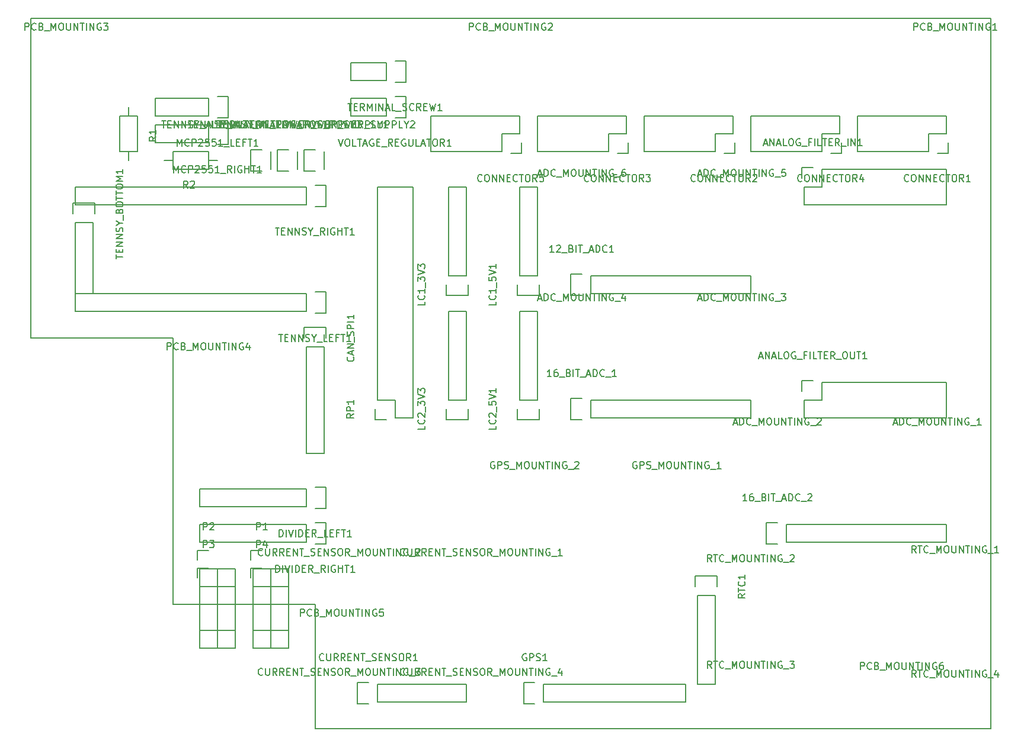
<source format=gto>
G04 #@! TF.FileFunction,Legend,Top*
%FSLAX46Y46*%
G04 Gerber Fmt 4.6, Leading zero omitted, Abs format (unit mm)*
G04 Created by KiCad (PCBNEW 4.0.2-stable) date 4/12/2016 5:16:18 AM*
%MOMM*%
G01*
G04 APERTURE LIST*
%ADD10C,2.000000*%
%ADD11C,0.150000*%
G04 APERTURE END LIST*
D10*
D11*
X93980000Y-139700000D02*
X93980000Y-157480000D01*
X73660000Y-139700000D02*
X93980000Y-139700000D01*
X93980000Y-157480000D02*
X190500000Y-157480000D01*
X190500000Y-55880000D02*
X190500000Y-157480000D01*
X53340000Y-55880000D02*
X190500000Y-55880000D01*
X53340000Y-101600000D02*
X53340000Y-55880000D01*
X73660000Y-139700000D02*
X73660000Y-101600000D01*
X53340000Y-101600000D02*
X73660000Y-101600000D01*
X90170000Y-143450000D02*
X90170000Y-134620000D01*
X87630000Y-143450000D02*
X90170000Y-143450000D01*
X87630000Y-134620000D02*
X87630000Y-143450000D01*
X87630000Y-134620000D02*
X90170000Y-134620000D01*
X85090000Y-134620000D02*
X87630000Y-134620000D01*
X86360000Y-131950000D02*
X84810000Y-131950000D01*
X84810000Y-131950000D02*
X84810000Y-133350000D01*
X85090000Y-134620000D02*
X85090000Y-143450000D01*
X85090000Y-143450000D02*
X87630000Y-143450000D01*
X87630000Y-143450000D02*
X87630000Y-134620000D01*
X91440000Y-77470000D02*
X91440000Y-74930000D01*
X88620000Y-74650000D02*
X90170000Y-74650000D01*
X88620000Y-74650000D02*
X88620000Y-77750000D01*
X88620000Y-77750000D02*
X90170000Y-77750000D01*
X92710000Y-102870000D02*
X92710000Y-118110000D01*
X92710000Y-118110000D02*
X95250000Y-118110000D01*
X95250000Y-118110000D02*
X95250000Y-102870000D01*
X92430000Y-100050000D02*
X92430000Y-101600000D01*
X92710000Y-102870000D02*
X95250000Y-102870000D01*
X95530000Y-101600000D02*
X95530000Y-100050000D01*
X95530000Y-100050000D02*
X92430000Y-100050000D01*
X184150000Y-69850000D02*
X171450000Y-69850000D01*
X171450000Y-69850000D02*
X171450000Y-74930000D01*
X171450000Y-74930000D02*
X181610000Y-74930000D01*
X184150000Y-69850000D02*
X184150000Y-72390000D01*
X182880000Y-75210000D02*
X184430000Y-75210000D01*
X184150000Y-72390000D02*
X181610000Y-72390000D01*
X181610000Y-72390000D02*
X181610000Y-74930000D01*
X184430000Y-75210000D02*
X184430000Y-73660000D01*
X153670000Y-69850000D02*
X140970000Y-69850000D01*
X140970000Y-69850000D02*
X140970000Y-74930000D01*
X140970000Y-74930000D02*
X151130000Y-74930000D01*
X153670000Y-69850000D02*
X153670000Y-72390000D01*
X152400000Y-75210000D02*
X153950000Y-75210000D01*
X153670000Y-72390000D02*
X151130000Y-72390000D01*
X151130000Y-72390000D02*
X151130000Y-74930000D01*
X153950000Y-75210000D02*
X153950000Y-73660000D01*
X138430000Y-69850000D02*
X125730000Y-69850000D01*
X125730000Y-69850000D02*
X125730000Y-74930000D01*
X125730000Y-74930000D02*
X135890000Y-74930000D01*
X138430000Y-69850000D02*
X138430000Y-72390000D01*
X137160000Y-75210000D02*
X138710000Y-75210000D01*
X138430000Y-72390000D02*
X135890000Y-72390000D01*
X135890000Y-72390000D02*
X135890000Y-74930000D01*
X138710000Y-75210000D02*
X138710000Y-73660000D01*
X168910000Y-69850000D02*
X156210000Y-69850000D01*
X156210000Y-69850000D02*
X156210000Y-74930000D01*
X156210000Y-74930000D02*
X166370000Y-74930000D01*
X168910000Y-69850000D02*
X168910000Y-72390000D01*
X167640000Y-75210000D02*
X169190000Y-75210000D01*
X168910000Y-72390000D02*
X166370000Y-72390000D01*
X166370000Y-72390000D02*
X166370000Y-74930000D01*
X169190000Y-75210000D02*
X169190000Y-73660000D01*
X123190000Y-69850000D02*
X110490000Y-69850000D01*
X110490000Y-69850000D02*
X110490000Y-74930000D01*
X110490000Y-74930000D02*
X120650000Y-74930000D01*
X123190000Y-69850000D02*
X123190000Y-72390000D01*
X121920000Y-75210000D02*
X123470000Y-75210000D01*
X123190000Y-72390000D02*
X120650000Y-72390000D01*
X120650000Y-72390000D02*
X120650000Y-74930000D01*
X123470000Y-75210000D02*
X123470000Y-73660000D01*
X102870000Y-153670000D02*
X115570000Y-153670000D01*
X115570000Y-153670000D02*
X115570000Y-151130000D01*
X115570000Y-151130000D02*
X102870000Y-151130000D01*
X100050000Y-153950000D02*
X101600000Y-153950000D01*
X102870000Y-153670000D02*
X102870000Y-151130000D01*
X101600000Y-150850000D02*
X100050000Y-150850000D01*
X100050000Y-150850000D02*
X100050000Y-153950000D01*
X126619000Y-153670000D02*
X146939000Y-153670000D01*
X146939000Y-153670000D02*
X146939000Y-151130000D01*
X146939000Y-151130000D02*
X126619000Y-151130000D01*
X123799000Y-153950000D02*
X125349000Y-153950000D01*
X126619000Y-153670000D02*
X126619000Y-151130000D01*
X125349000Y-150850000D02*
X123799000Y-150850000D01*
X123799000Y-150850000D02*
X123799000Y-153950000D01*
X115570000Y-92710000D02*
X115570000Y-80010000D01*
X115570000Y-80010000D02*
X113030000Y-80010000D01*
X113030000Y-80010000D02*
X113030000Y-92710000D01*
X115850000Y-95530000D02*
X115850000Y-93980000D01*
X115570000Y-92710000D02*
X113030000Y-92710000D01*
X112750000Y-93980000D02*
X112750000Y-95530000D01*
X112750000Y-95530000D02*
X115850000Y-95530000D01*
X125730000Y-92710000D02*
X125730000Y-80010000D01*
X125730000Y-80010000D02*
X123190000Y-80010000D01*
X123190000Y-80010000D02*
X123190000Y-92710000D01*
X126010000Y-95530000D02*
X126010000Y-93980000D01*
X125730000Y-92710000D02*
X123190000Y-92710000D01*
X122910000Y-93980000D02*
X122910000Y-95530000D01*
X122910000Y-95530000D02*
X126010000Y-95530000D01*
X115570000Y-110490000D02*
X115570000Y-97790000D01*
X115570000Y-97790000D02*
X113030000Y-97790000D01*
X113030000Y-97790000D02*
X113030000Y-110490000D01*
X115850000Y-113310000D02*
X115850000Y-111760000D01*
X115570000Y-110490000D02*
X113030000Y-110490000D01*
X112750000Y-111760000D02*
X112750000Y-113310000D01*
X112750000Y-113310000D02*
X115850000Y-113310000D01*
X125730000Y-110490000D02*
X125730000Y-97790000D01*
X125730000Y-97790000D02*
X123190000Y-97790000D01*
X123190000Y-97790000D02*
X123190000Y-110490000D01*
X126010000Y-113310000D02*
X126010000Y-111760000D01*
X125730000Y-110490000D02*
X123190000Y-110490000D01*
X122910000Y-111760000D02*
X122910000Y-113310000D01*
X122910000Y-113310000D02*
X126010000Y-113310000D01*
X105410000Y-70130000D02*
X106960000Y-70130000D01*
X106960000Y-70130000D02*
X106960000Y-67030000D01*
X106960000Y-67030000D02*
X105410000Y-67030000D01*
X104140000Y-69850000D02*
X99060000Y-69850000D01*
X99060000Y-69850000D02*
X99060000Y-67310000D01*
X99060000Y-67310000D02*
X104140000Y-67310000D01*
X104140000Y-67310000D02*
X104140000Y-69850000D01*
X133350000Y-95250000D02*
X156210000Y-95250000D01*
X156210000Y-95250000D02*
X156210000Y-92710000D01*
X156210000Y-92710000D02*
X133350000Y-92710000D01*
X130530000Y-95530000D02*
X132080000Y-95530000D01*
X133350000Y-95250000D02*
X133350000Y-92710000D01*
X132080000Y-92430000D02*
X130530000Y-92430000D01*
X130530000Y-92430000D02*
X130530000Y-95530000D01*
X133350000Y-113030000D02*
X156210000Y-113030000D01*
X156210000Y-113030000D02*
X156210000Y-110490000D01*
X156210000Y-110490000D02*
X133350000Y-110490000D01*
X130530000Y-113310000D02*
X132080000Y-113310000D01*
X133350000Y-113030000D02*
X133350000Y-110490000D01*
X132080000Y-110210000D02*
X130530000Y-110210000D01*
X130530000Y-110210000D02*
X130530000Y-113310000D01*
X161290000Y-130810000D02*
X184150000Y-130810000D01*
X184150000Y-130810000D02*
X184150000Y-128270000D01*
X184150000Y-128270000D02*
X161290000Y-128270000D01*
X158470000Y-131090000D02*
X160020000Y-131090000D01*
X161290000Y-130810000D02*
X161290000Y-128270000D01*
X160020000Y-127990000D02*
X158470000Y-127990000D01*
X158470000Y-127990000D02*
X158470000Y-131090000D01*
X184150000Y-113030000D02*
X163830000Y-113030000D01*
X166370000Y-107950000D02*
X184150000Y-107950000D01*
X184150000Y-113030000D02*
X184150000Y-107950000D01*
X163830000Y-113030000D02*
X163830000Y-110490000D01*
X165100000Y-107670000D02*
X163550000Y-107670000D01*
X163830000Y-110490000D02*
X166370000Y-110490000D01*
X166370000Y-110490000D02*
X166370000Y-107950000D01*
X163550000Y-107670000D02*
X163550000Y-109220000D01*
X148590000Y-138430000D02*
X148590000Y-151130000D01*
X148590000Y-151130000D02*
X151130000Y-151130000D01*
X151130000Y-151130000D02*
X151130000Y-138430000D01*
X148310000Y-135610000D02*
X148310000Y-137160000D01*
X148590000Y-138430000D02*
X151130000Y-138430000D01*
X151410000Y-137160000D02*
X151410000Y-135610000D01*
X151410000Y-135610000D02*
X148310000Y-135610000D01*
X59690000Y-85090000D02*
X59690000Y-95250000D01*
X59690000Y-95250000D02*
X62230000Y-95250000D01*
X62230000Y-95250000D02*
X62230000Y-85090000D01*
X59410000Y-82270000D02*
X59410000Y-83820000D01*
X59690000Y-85090000D02*
X62230000Y-85090000D01*
X62510000Y-83820000D02*
X62510000Y-82270000D01*
X62510000Y-82270000D02*
X59410000Y-82270000D01*
X92710000Y-97790000D02*
X59690000Y-97790000D01*
X59690000Y-97790000D02*
X59690000Y-95250000D01*
X59690000Y-95250000D02*
X92710000Y-95250000D01*
X95530000Y-94970000D02*
X93980000Y-94970000D01*
X92710000Y-95250000D02*
X92710000Y-97790000D01*
X93980000Y-98070000D02*
X95530000Y-98070000D01*
X95530000Y-98070000D02*
X95530000Y-94970000D01*
X92710000Y-82550000D02*
X59690000Y-82550000D01*
X59690000Y-82550000D02*
X59690000Y-80010000D01*
X59690000Y-80010000D02*
X92710000Y-80010000D01*
X95530000Y-79730000D02*
X93980000Y-79730000D01*
X92710000Y-80010000D02*
X92710000Y-82550000D01*
X93980000Y-82830000D02*
X95530000Y-82830000D01*
X95530000Y-82830000D02*
X95530000Y-79730000D01*
X184150000Y-82550000D02*
X163830000Y-82550000D01*
X166370000Y-77470000D02*
X184150000Y-77470000D01*
X184150000Y-82550000D02*
X184150000Y-77470000D01*
X163830000Y-82550000D02*
X163830000Y-80010000D01*
X165100000Y-77190000D02*
X163550000Y-77190000D01*
X163830000Y-80010000D02*
X166370000Y-80010000D01*
X166370000Y-80010000D02*
X166370000Y-77470000D01*
X163550000Y-77190000D02*
X163550000Y-78740000D01*
X92710000Y-123190000D02*
X77470000Y-123190000D01*
X77470000Y-123190000D02*
X77470000Y-125730000D01*
X77470000Y-125730000D02*
X92710000Y-125730000D01*
X95530000Y-122910000D02*
X93980000Y-122910000D01*
X92710000Y-123190000D02*
X92710000Y-125730000D01*
X93980000Y-126010000D02*
X95530000Y-126010000D01*
X95530000Y-126010000D02*
X95530000Y-122910000D01*
X92710000Y-128270000D02*
X77470000Y-128270000D01*
X77470000Y-128270000D02*
X77470000Y-130810000D01*
X77470000Y-130810000D02*
X92710000Y-130810000D01*
X95530000Y-127990000D02*
X93980000Y-127990000D01*
X92710000Y-128270000D02*
X92710000Y-130810000D01*
X93980000Y-131090000D02*
X95530000Y-131090000D01*
X95530000Y-131090000D02*
X95530000Y-127990000D01*
X107950000Y-113030000D02*
X107950000Y-80010000D01*
X102870000Y-110490000D02*
X102870000Y-80010000D01*
X107950000Y-80010000D02*
X102870000Y-80010000D01*
X107950000Y-113030000D02*
X105410000Y-113030000D01*
X102590000Y-111760000D02*
X102590000Y-113310000D01*
X105410000Y-113030000D02*
X105410000Y-110490000D01*
X105410000Y-110490000D02*
X102870000Y-110490000D01*
X102590000Y-113310000D02*
X104140000Y-113310000D01*
X78740000Y-69850000D02*
X71120000Y-69850000D01*
X78740000Y-67310000D02*
X71120000Y-67310000D01*
X81560000Y-67030000D02*
X80010000Y-67030000D01*
X71120000Y-69850000D02*
X71120000Y-67310000D01*
X78740000Y-67310000D02*
X78740000Y-69850000D01*
X80010000Y-70130000D02*
X81560000Y-70130000D01*
X81560000Y-70130000D02*
X81560000Y-67030000D01*
X78740000Y-73660000D02*
X71120000Y-73660000D01*
X78740000Y-71120000D02*
X71120000Y-71120000D01*
X81560000Y-70840000D02*
X80010000Y-70840000D01*
X71120000Y-73660000D02*
X71120000Y-71120000D01*
X78740000Y-71120000D02*
X78740000Y-73660000D01*
X80010000Y-73940000D02*
X81560000Y-73940000D01*
X81560000Y-73940000D02*
X81560000Y-70840000D01*
X68580000Y-69850000D02*
X68580000Y-74930000D01*
X68580000Y-74930000D02*
X66040000Y-74930000D01*
X66040000Y-74930000D02*
X66040000Y-69850000D01*
X66040000Y-69850000D02*
X68580000Y-69850000D01*
X67310000Y-69850000D02*
X67310000Y-68580000D01*
X67310000Y-74930000D02*
X67310000Y-76200000D01*
X78740000Y-77470000D02*
X73660000Y-77470000D01*
X73660000Y-77470000D02*
X73660000Y-74930000D01*
X73660000Y-74930000D02*
X78740000Y-74930000D01*
X78740000Y-74930000D02*
X78740000Y-77470000D01*
X78740000Y-76200000D02*
X80010000Y-76200000D01*
X73660000Y-76200000D02*
X72390000Y-76200000D01*
X82550000Y-143450000D02*
X82550000Y-134620000D01*
X80010000Y-143450000D02*
X82550000Y-143450000D01*
X80010000Y-134620000D02*
X80010000Y-143450000D01*
X80010000Y-134620000D02*
X82550000Y-134620000D01*
X77470000Y-134620000D02*
X80010000Y-134620000D01*
X78740000Y-131950000D02*
X77190000Y-131950000D01*
X77190000Y-131950000D02*
X77190000Y-133350000D01*
X77470000Y-134620000D02*
X77470000Y-143450000D01*
X77470000Y-143450000D02*
X80010000Y-143450000D01*
X80010000Y-143450000D02*
X80010000Y-134620000D01*
X82550000Y-145990000D02*
X82550000Y-137160000D01*
X80010000Y-145990000D02*
X82550000Y-145990000D01*
X80010000Y-137160000D02*
X80010000Y-145990000D01*
X80010000Y-137160000D02*
X82550000Y-137160000D01*
X77470000Y-137160000D02*
X80010000Y-137160000D01*
X78740000Y-134490000D02*
X77190000Y-134490000D01*
X77190000Y-134490000D02*
X77190000Y-135890000D01*
X77470000Y-137160000D02*
X77470000Y-145990000D01*
X77470000Y-145990000D02*
X80010000Y-145990000D01*
X80010000Y-145990000D02*
X80010000Y-137160000D01*
X90170000Y-145990000D02*
X90170000Y-137160000D01*
X87630000Y-145990000D02*
X90170000Y-145990000D01*
X87630000Y-137160000D02*
X87630000Y-145990000D01*
X87630000Y-137160000D02*
X90170000Y-137160000D01*
X85090000Y-137160000D02*
X87630000Y-137160000D01*
X86360000Y-134490000D02*
X84810000Y-134490000D01*
X84810000Y-134490000D02*
X84810000Y-135890000D01*
X85090000Y-137160000D02*
X85090000Y-145990000D01*
X85090000Y-145990000D02*
X87630000Y-145990000D01*
X87630000Y-145990000D02*
X87630000Y-137160000D01*
X95250000Y-77470000D02*
X95250000Y-74930000D01*
X92430000Y-74650000D02*
X93980000Y-74650000D01*
X92430000Y-74650000D02*
X92430000Y-77750000D01*
X92430000Y-77750000D02*
X93980000Y-77750000D01*
X87630000Y-77470000D02*
X87630000Y-74930000D01*
X84810000Y-74650000D02*
X86360000Y-74650000D01*
X84810000Y-74650000D02*
X84810000Y-77750000D01*
X84810000Y-77750000D02*
X86360000Y-77750000D01*
X105410000Y-65050000D02*
X106960000Y-65050000D01*
X106960000Y-65050000D02*
X106960000Y-61950000D01*
X106960000Y-61950000D02*
X105410000Y-61950000D01*
X104140000Y-64770000D02*
X99060000Y-64770000D01*
X99060000Y-64770000D02*
X99060000Y-62230000D01*
X99060000Y-62230000D02*
X104140000Y-62230000D01*
X104140000Y-62230000D02*
X104140000Y-64770000D01*
X91885238Y-141382381D02*
X91885238Y-140382381D01*
X92266191Y-140382381D01*
X92361429Y-140430000D01*
X92409048Y-140477619D01*
X92456667Y-140572857D01*
X92456667Y-140715714D01*
X92409048Y-140810952D01*
X92361429Y-140858571D01*
X92266191Y-140906190D01*
X91885238Y-140906190D01*
X93456667Y-141287143D02*
X93409048Y-141334762D01*
X93266191Y-141382381D01*
X93170953Y-141382381D01*
X93028095Y-141334762D01*
X92932857Y-141239524D01*
X92885238Y-141144286D01*
X92837619Y-140953810D01*
X92837619Y-140810952D01*
X92885238Y-140620476D01*
X92932857Y-140525238D01*
X93028095Y-140430000D01*
X93170953Y-140382381D01*
X93266191Y-140382381D01*
X93409048Y-140430000D01*
X93456667Y-140477619D01*
X94218572Y-140858571D02*
X94361429Y-140906190D01*
X94409048Y-140953810D01*
X94456667Y-141049048D01*
X94456667Y-141191905D01*
X94409048Y-141287143D01*
X94361429Y-141334762D01*
X94266191Y-141382381D01*
X93885238Y-141382381D01*
X93885238Y-140382381D01*
X94218572Y-140382381D01*
X94313810Y-140430000D01*
X94361429Y-140477619D01*
X94409048Y-140572857D01*
X94409048Y-140668095D01*
X94361429Y-140763333D01*
X94313810Y-140810952D01*
X94218572Y-140858571D01*
X93885238Y-140858571D01*
X94647143Y-141477619D02*
X95409048Y-141477619D01*
X95647143Y-141382381D02*
X95647143Y-140382381D01*
X95980477Y-141096667D01*
X96313810Y-140382381D01*
X96313810Y-141382381D01*
X96980476Y-140382381D02*
X97170953Y-140382381D01*
X97266191Y-140430000D01*
X97361429Y-140525238D01*
X97409048Y-140715714D01*
X97409048Y-141049048D01*
X97361429Y-141239524D01*
X97266191Y-141334762D01*
X97170953Y-141382381D01*
X96980476Y-141382381D01*
X96885238Y-141334762D01*
X96790000Y-141239524D01*
X96742381Y-141049048D01*
X96742381Y-140715714D01*
X96790000Y-140525238D01*
X96885238Y-140430000D01*
X96980476Y-140382381D01*
X97837619Y-140382381D02*
X97837619Y-141191905D01*
X97885238Y-141287143D01*
X97932857Y-141334762D01*
X98028095Y-141382381D01*
X98218572Y-141382381D01*
X98313810Y-141334762D01*
X98361429Y-141287143D01*
X98409048Y-141191905D01*
X98409048Y-140382381D01*
X98885238Y-141382381D02*
X98885238Y-140382381D01*
X99456667Y-141382381D01*
X99456667Y-140382381D01*
X99790000Y-140382381D02*
X100361429Y-140382381D01*
X100075714Y-141382381D02*
X100075714Y-140382381D01*
X100694762Y-141382381D02*
X100694762Y-140382381D01*
X101170952Y-141382381D02*
X101170952Y-140382381D01*
X101742381Y-141382381D01*
X101742381Y-140382381D01*
X102742381Y-140430000D02*
X102647143Y-140382381D01*
X102504286Y-140382381D01*
X102361428Y-140430000D01*
X102266190Y-140525238D01*
X102218571Y-140620476D01*
X102170952Y-140810952D01*
X102170952Y-140953810D01*
X102218571Y-141144286D01*
X102266190Y-141239524D01*
X102361428Y-141334762D01*
X102504286Y-141382381D01*
X102599524Y-141382381D01*
X102742381Y-141334762D01*
X102790000Y-141287143D01*
X102790000Y-140953810D01*
X102599524Y-140953810D01*
X103694762Y-140382381D02*
X103218571Y-140382381D01*
X103170952Y-140858571D01*
X103218571Y-140810952D01*
X103313809Y-140763333D01*
X103551905Y-140763333D01*
X103647143Y-140810952D01*
X103694762Y-140858571D01*
X103742381Y-140953810D01*
X103742381Y-141191905D01*
X103694762Y-141287143D01*
X103647143Y-141334762D01*
X103551905Y-141382381D01*
X103313809Y-141382381D01*
X103218571Y-141334762D01*
X103170952Y-141287143D01*
X116015238Y-57562381D02*
X116015238Y-56562381D01*
X116396191Y-56562381D01*
X116491429Y-56610000D01*
X116539048Y-56657619D01*
X116586667Y-56752857D01*
X116586667Y-56895714D01*
X116539048Y-56990952D01*
X116491429Y-57038571D01*
X116396191Y-57086190D01*
X116015238Y-57086190D01*
X117586667Y-57467143D02*
X117539048Y-57514762D01*
X117396191Y-57562381D01*
X117300953Y-57562381D01*
X117158095Y-57514762D01*
X117062857Y-57419524D01*
X117015238Y-57324286D01*
X116967619Y-57133810D01*
X116967619Y-56990952D01*
X117015238Y-56800476D01*
X117062857Y-56705238D01*
X117158095Y-56610000D01*
X117300953Y-56562381D01*
X117396191Y-56562381D01*
X117539048Y-56610000D01*
X117586667Y-56657619D01*
X118348572Y-57038571D02*
X118491429Y-57086190D01*
X118539048Y-57133810D01*
X118586667Y-57229048D01*
X118586667Y-57371905D01*
X118539048Y-57467143D01*
X118491429Y-57514762D01*
X118396191Y-57562381D01*
X118015238Y-57562381D01*
X118015238Y-56562381D01*
X118348572Y-56562381D01*
X118443810Y-56610000D01*
X118491429Y-56657619D01*
X118539048Y-56752857D01*
X118539048Y-56848095D01*
X118491429Y-56943333D01*
X118443810Y-56990952D01*
X118348572Y-57038571D01*
X118015238Y-57038571D01*
X118777143Y-57657619D02*
X119539048Y-57657619D01*
X119777143Y-57562381D02*
X119777143Y-56562381D01*
X120110477Y-57276667D01*
X120443810Y-56562381D01*
X120443810Y-57562381D01*
X121110476Y-56562381D02*
X121300953Y-56562381D01*
X121396191Y-56610000D01*
X121491429Y-56705238D01*
X121539048Y-56895714D01*
X121539048Y-57229048D01*
X121491429Y-57419524D01*
X121396191Y-57514762D01*
X121300953Y-57562381D01*
X121110476Y-57562381D01*
X121015238Y-57514762D01*
X120920000Y-57419524D01*
X120872381Y-57229048D01*
X120872381Y-56895714D01*
X120920000Y-56705238D01*
X121015238Y-56610000D01*
X121110476Y-56562381D01*
X121967619Y-56562381D02*
X121967619Y-57371905D01*
X122015238Y-57467143D01*
X122062857Y-57514762D01*
X122158095Y-57562381D01*
X122348572Y-57562381D01*
X122443810Y-57514762D01*
X122491429Y-57467143D01*
X122539048Y-57371905D01*
X122539048Y-56562381D01*
X123015238Y-57562381D02*
X123015238Y-56562381D01*
X123586667Y-57562381D01*
X123586667Y-56562381D01*
X123920000Y-56562381D02*
X124491429Y-56562381D01*
X124205714Y-57562381D02*
X124205714Y-56562381D01*
X124824762Y-57562381D02*
X124824762Y-56562381D01*
X125300952Y-57562381D02*
X125300952Y-56562381D01*
X125872381Y-57562381D01*
X125872381Y-56562381D01*
X126872381Y-56610000D02*
X126777143Y-56562381D01*
X126634286Y-56562381D01*
X126491428Y-56610000D01*
X126396190Y-56705238D01*
X126348571Y-56800476D01*
X126300952Y-56990952D01*
X126300952Y-57133810D01*
X126348571Y-57324286D01*
X126396190Y-57419524D01*
X126491428Y-57514762D01*
X126634286Y-57562381D01*
X126729524Y-57562381D01*
X126872381Y-57514762D01*
X126920000Y-57467143D01*
X126920000Y-57133810D01*
X126729524Y-57133810D01*
X127300952Y-56657619D02*
X127348571Y-56610000D01*
X127443809Y-56562381D01*
X127681905Y-56562381D01*
X127777143Y-56610000D01*
X127824762Y-56657619D01*
X127872381Y-56752857D01*
X127872381Y-56848095D01*
X127824762Y-56990952D01*
X127253333Y-57562381D01*
X127872381Y-57562381D01*
X72835238Y-103282381D02*
X72835238Y-102282381D01*
X73216191Y-102282381D01*
X73311429Y-102330000D01*
X73359048Y-102377619D01*
X73406667Y-102472857D01*
X73406667Y-102615714D01*
X73359048Y-102710952D01*
X73311429Y-102758571D01*
X73216191Y-102806190D01*
X72835238Y-102806190D01*
X74406667Y-103187143D02*
X74359048Y-103234762D01*
X74216191Y-103282381D01*
X74120953Y-103282381D01*
X73978095Y-103234762D01*
X73882857Y-103139524D01*
X73835238Y-103044286D01*
X73787619Y-102853810D01*
X73787619Y-102710952D01*
X73835238Y-102520476D01*
X73882857Y-102425238D01*
X73978095Y-102330000D01*
X74120953Y-102282381D01*
X74216191Y-102282381D01*
X74359048Y-102330000D01*
X74406667Y-102377619D01*
X75168572Y-102758571D02*
X75311429Y-102806190D01*
X75359048Y-102853810D01*
X75406667Y-102949048D01*
X75406667Y-103091905D01*
X75359048Y-103187143D01*
X75311429Y-103234762D01*
X75216191Y-103282381D01*
X74835238Y-103282381D01*
X74835238Y-102282381D01*
X75168572Y-102282381D01*
X75263810Y-102330000D01*
X75311429Y-102377619D01*
X75359048Y-102472857D01*
X75359048Y-102568095D01*
X75311429Y-102663333D01*
X75263810Y-102710952D01*
X75168572Y-102758571D01*
X74835238Y-102758571D01*
X75597143Y-103377619D02*
X76359048Y-103377619D01*
X76597143Y-103282381D02*
X76597143Y-102282381D01*
X76930477Y-102996667D01*
X77263810Y-102282381D01*
X77263810Y-103282381D01*
X77930476Y-102282381D02*
X78120953Y-102282381D01*
X78216191Y-102330000D01*
X78311429Y-102425238D01*
X78359048Y-102615714D01*
X78359048Y-102949048D01*
X78311429Y-103139524D01*
X78216191Y-103234762D01*
X78120953Y-103282381D01*
X77930476Y-103282381D01*
X77835238Y-103234762D01*
X77740000Y-103139524D01*
X77692381Y-102949048D01*
X77692381Y-102615714D01*
X77740000Y-102425238D01*
X77835238Y-102330000D01*
X77930476Y-102282381D01*
X78787619Y-102282381D02*
X78787619Y-103091905D01*
X78835238Y-103187143D01*
X78882857Y-103234762D01*
X78978095Y-103282381D01*
X79168572Y-103282381D01*
X79263810Y-103234762D01*
X79311429Y-103187143D01*
X79359048Y-103091905D01*
X79359048Y-102282381D01*
X79835238Y-103282381D02*
X79835238Y-102282381D01*
X80406667Y-103282381D01*
X80406667Y-102282381D01*
X80740000Y-102282381D02*
X81311429Y-102282381D01*
X81025714Y-103282381D02*
X81025714Y-102282381D01*
X81644762Y-103282381D02*
X81644762Y-102282381D01*
X82120952Y-103282381D02*
X82120952Y-102282381D01*
X82692381Y-103282381D01*
X82692381Y-102282381D01*
X83692381Y-102330000D02*
X83597143Y-102282381D01*
X83454286Y-102282381D01*
X83311428Y-102330000D01*
X83216190Y-102425238D01*
X83168571Y-102520476D01*
X83120952Y-102710952D01*
X83120952Y-102853810D01*
X83168571Y-103044286D01*
X83216190Y-103139524D01*
X83311428Y-103234762D01*
X83454286Y-103282381D01*
X83549524Y-103282381D01*
X83692381Y-103234762D01*
X83740000Y-103187143D01*
X83740000Y-102853810D01*
X83549524Y-102853810D01*
X84597143Y-102615714D02*
X84597143Y-103282381D01*
X84359047Y-102234762D02*
X84120952Y-102949048D01*
X84740000Y-102949048D01*
X52515238Y-57562381D02*
X52515238Y-56562381D01*
X52896191Y-56562381D01*
X52991429Y-56610000D01*
X53039048Y-56657619D01*
X53086667Y-56752857D01*
X53086667Y-56895714D01*
X53039048Y-56990952D01*
X52991429Y-57038571D01*
X52896191Y-57086190D01*
X52515238Y-57086190D01*
X54086667Y-57467143D02*
X54039048Y-57514762D01*
X53896191Y-57562381D01*
X53800953Y-57562381D01*
X53658095Y-57514762D01*
X53562857Y-57419524D01*
X53515238Y-57324286D01*
X53467619Y-57133810D01*
X53467619Y-56990952D01*
X53515238Y-56800476D01*
X53562857Y-56705238D01*
X53658095Y-56610000D01*
X53800953Y-56562381D01*
X53896191Y-56562381D01*
X54039048Y-56610000D01*
X54086667Y-56657619D01*
X54848572Y-57038571D02*
X54991429Y-57086190D01*
X55039048Y-57133810D01*
X55086667Y-57229048D01*
X55086667Y-57371905D01*
X55039048Y-57467143D01*
X54991429Y-57514762D01*
X54896191Y-57562381D01*
X54515238Y-57562381D01*
X54515238Y-56562381D01*
X54848572Y-56562381D01*
X54943810Y-56610000D01*
X54991429Y-56657619D01*
X55039048Y-56752857D01*
X55039048Y-56848095D01*
X54991429Y-56943333D01*
X54943810Y-56990952D01*
X54848572Y-57038571D01*
X54515238Y-57038571D01*
X55277143Y-57657619D02*
X56039048Y-57657619D01*
X56277143Y-57562381D02*
X56277143Y-56562381D01*
X56610477Y-57276667D01*
X56943810Y-56562381D01*
X56943810Y-57562381D01*
X57610476Y-56562381D02*
X57800953Y-56562381D01*
X57896191Y-56610000D01*
X57991429Y-56705238D01*
X58039048Y-56895714D01*
X58039048Y-57229048D01*
X57991429Y-57419524D01*
X57896191Y-57514762D01*
X57800953Y-57562381D01*
X57610476Y-57562381D01*
X57515238Y-57514762D01*
X57420000Y-57419524D01*
X57372381Y-57229048D01*
X57372381Y-56895714D01*
X57420000Y-56705238D01*
X57515238Y-56610000D01*
X57610476Y-56562381D01*
X58467619Y-56562381D02*
X58467619Y-57371905D01*
X58515238Y-57467143D01*
X58562857Y-57514762D01*
X58658095Y-57562381D01*
X58848572Y-57562381D01*
X58943810Y-57514762D01*
X58991429Y-57467143D01*
X59039048Y-57371905D01*
X59039048Y-56562381D01*
X59515238Y-57562381D02*
X59515238Y-56562381D01*
X60086667Y-57562381D01*
X60086667Y-56562381D01*
X60420000Y-56562381D02*
X60991429Y-56562381D01*
X60705714Y-57562381D02*
X60705714Y-56562381D01*
X61324762Y-57562381D02*
X61324762Y-56562381D01*
X61800952Y-57562381D02*
X61800952Y-56562381D01*
X62372381Y-57562381D01*
X62372381Y-56562381D01*
X63372381Y-56610000D02*
X63277143Y-56562381D01*
X63134286Y-56562381D01*
X62991428Y-56610000D01*
X62896190Y-56705238D01*
X62848571Y-56800476D01*
X62800952Y-56990952D01*
X62800952Y-57133810D01*
X62848571Y-57324286D01*
X62896190Y-57419524D01*
X62991428Y-57514762D01*
X63134286Y-57562381D01*
X63229524Y-57562381D01*
X63372381Y-57514762D01*
X63420000Y-57467143D01*
X63420000Y-57133810D01*
X63229524Y-57133810D01*
X63753333Y-56562381D02*
X64372381Y-56562381D01*
X64039047Y-56943333D01*
X64181905Y-56943333D01*
X64277143Y-56990952D01*
X64324762Y-57038571D01*
X64372381Y-57133810D01*
X64372381Y-57371905D01*
X64324762Y-57467143D01*
X64277143Y-57514762D01*
X64181905Y-57562381D01*
X63896190Y-57562381D01*
X63800952Y-57514762D01*
X63753333Y-57467143D01*
X179515238Y-57562381D02*
X179515238Y-56562381D01*
X179896191Y-56562381D01*
X179991429Y-56610000D01*
X180039048Y-56657619D01*
X180086667Y-56752857D01*
X180086667Y-56895714D01*
X180039048Y-56990952D01*
X179991429Y-57038571D01*
X179896191Y-57086190D01*
X179515238Y-57086190D01*
X181086667Y-57467143D02*
X181039048Y-57514762D01*
X180896191Y-57562381D01*
X180800953Y-57562381D01*
X180658095Y-57514762D01*
X180562857Y-57419524D01*
X180515238Y-57324286D01*
X180467619Y-57133810D01*
X180467619Y-56990952D01*
X180515238Y-56800476D01*
X180562857Y-56705238D01*
X180658095Y-56610000D01*
X180800953Y-56562381D01*
X180896191Y-56562381D01*
X181039048Y-56610000D01*
X181086667Y-56657619D01*
X181848572Y-57038571D02*
X181991429Y-57086190D01*
X182039048Y-57133810D01*
X182086667Y-57229048D01*
X182086667Y-57371905D01*
X182039048Y-57467143D01*
X181991429Y-57514762D01*
X181896191Y-57562381D01*
X181515238Y-57562381D01*
X181515238Y-56562381D01*
X181848572Y-56562381D01*
X181943810Y-56610000D01*
X181991429Y-56657619D01*
X182039048Y-56752857D01*
X182039048Y-56848095D01*
X181991429Y-56943333D01*
X181943810Y-56990952D01*
X181848572Y-57038571D01*
X181515238Y-57038571D01*
X182277143Y-57657619D02*
X183039048Y-57657619D01*
X183277143Y-57562381D02*
X183277143Y-56562381D01*
X183610477Y-57276667D01*
X183943810Y-56562381D01*
X183943810Y-57562381D01*
X184610476Y-56562381D02*
X184800953Y-56562381D01*
X184896191Y-56610000D01*
X184991429Y-56705238D01*
X185039048Y-56895714D01*
X185039048Y-57229048D01*
X184991429Y-57419524D01*
X184896191Y-57514762D01*
X184800953Y-57562381D01*
X184610476Y-57562381D01*
X184515238Y-57514762D01*
X184420000Y-57419524D01*
X184372381Y-57229048D01*
X184372381Y-56895714D01*
X184420000Y-56705238D01*
X184515238Y-56610000D01*
X184610476Y-56562381D01*
X185467619Y-56562381D02*
X185467619Y-57371905D01*
X185515238Y-57467143D01*
X185562857Y-57514762D01*
X185658095Y-57562381D01*
X185848572Y-57562381D01*
X185943810Y-57514762D01*
X185991429Y-57467143D01*
X186039048Y-57371905D01*
X186039048Y-56562381D01*
X186515238Y-57562381D02*
X186515238Y-56562381D01*
X187086667Y-57562381D01*
X187086667Y-56562381D01*
X187420000Y-56562381D02*
X187991429Y-56562381D01*
X187705714Y-57562381D02*
X187705714Y-56562381D01*
X188324762Y-57562381D02*
X188324762Y-56562381D01*
X188800952Y-57562381D02*
X188800952Y-56562381D01*
X189372381Y-57562381D01*
X189372381Y-56562381D01*
X190372381Y-56610000D02*
X190277143Y-56562381D01*
X190134286Y-56562381D01*
X189991428Y-56610000D01*
X189896190Y-56705238D01*
X189848571Y-56800476D01*
X189800952Y-56990952D01*
X189800952Y-57133810D01*
X189848571Y-57324286D01*
X189896190Y-57419524D01*
X189991428Y-57514762D01*
X190134286Y-57562381D01*
X190229524Y-57562381D01*
X190372381Y-57514762D01*
X190420000Y-57467143D01*
X190420000Y-57133810D01*
X190229524Y-57133810D01*
X191372381Y-57562381D02*
X190800952Y-57562381D01*
X191086666Y-57562381D02*
X191086666Y-56562381D01*
X190991428Y-56705238D01*
X190896190Y-56800476D01*
X190800952Y-56848095D01*
X179824762Y-132322381D02*
X179491428Y-131846190D01*
X179253333Y-132322381D02*
X179253333Y-131322381D01*
X179634286Y-131322381D01*
X179729524Y-131370000D01*
X179777143Y-131417619D01*
X179824762Y-131512857D01*
X179824762Y-131655714D01*
X179777143Y-131750952D01*
X179729524Y-131798571D01*
X179634286Y-131846190D01*
X179253333Y-131846190D01*
X180110476Y-131322381D02*
X180681905Y-131322381D01*
X180396190Y-132322381D02*
X180396190Y-131322381D01*
X181586667Y-132227143D02*
X181539048Y-132274762D01*
X181396191Y-132322381D01*
X181300953Y-132322381D01*
X181158095Y-132274762D01*
X181062857Y-132179524D01*
X181015238Y-132084286D01*
X180967619Y-131893810D01*
X180967619Y-131750952D01*
X181015238Y-131560476D01*
X181062857Y-131465238D01*
X181158095Y-131370000D01*
X181300953Y-131322381D01*
X181396191Y-131322381D01*
X181539048Y-131370000D01*
X181586667Y-131417619D01*
X181777143Y-132417619D02*
X182539048Y-132417619D01*
X182777143Y-132322381D02*
X182777143Y-131322381D01*
X183110477Y-132036667D01*
X183443810Y-131322381D01*
X183443810Y-132322381D01*
X184110476Y-131322381D02*
X184300953Y-131322381D01*
X184396191Y-131370000D01*
X184491429Y-131465238D01*
X184539048Y-131655714D01*
X184539048Y-131989048D01*
X184491429Y-132179524D01*
X184396191Y-132274762D01*
X184300953Y-132322381D01*
X184110476Y-132322381D01*
X184015238Y-132274762D01*
X183920000Y-132179524D01*
X183872381Y-131989048D01*
X183872381Y-131655714D01*
X183920000Y-131465238D01*
X184015238Y-131370000D01*
X184110476Y-131322381D01*
X184967619Y-131322381D02*
X184967619Y-132131905D01*
X185015238Y-132227143D01*
X185062857Y-132274762D01*
X185158095Y-132322381D01*
X185348572Y-132322381D01*
X185443810Y-132274762D01*
X185491429Y-132227143D01*
X185539048Y-132131905D01*
X185539048Y-131322381D01*
X186015238Y-132322381D02*
X186015238Y-131322381D01*
X186586667Y-132322381D01*
X186586667Y-131322381D01*
X186920000Y-131322381D02*
X187491429Y-131322381D01*
X187205714Y-132322381D02*
X187205714Y-131322381D01*
X187824762Y-132322381D02*
X187824762Y-131322381D01*
X188300952Y-132322381D02*
X188300952Y-131322381D01*
X188872381Y-132322381D01*
X188872381Y-131322381D01*
X189872381Y-131370000D02*
X189777143Y-131322381D01*
X189634286Y-131322381D01*
X189491428Y-131370000D01*
X189396190Y-131465238D01*
X189348571Y-131560476D01*
X189300952Y-131750952D01*
X189300952Y-131893810D01*
X189348571Y-132084286D01*
X189396190Y-132179524D01*
X189491428Y-132274762D01*
X189634286Y-132322381D01*
X189729524Y-132322381D01*
X189872381Y-132274762D01*
X189920000Y-132227143D01*
X189920000Y-131893810D01*
X189729524Y-131893810D01*
X190110476Y-132417619D02*
X190872381Y-132417619D01*
X191634286Y-132322381D02*
X191062857Y-132322381D01*
X191348571Y-132322381D02*
X191348571Y-131322381D01*
X191253333Y-131465238D01*
X191158095Y-131560476D01*
X191062857Y-131608095D01*
X179824762Y-150102381D02*
X179491428Y-149626190D01*
X179253333Y-150102381D02*
X179253333Y-149102381D01*
X179634286Y-149102381D01*
X179729524Y-149150000D01*
X179777143Y-149197619D01*
X179824762Y-149292857D01*
X179824762Y-149435714D01*
X179777143Y-149530952D01*
X179729524Y-149578571D01*
X179634286Y-149626190D01*
X179253333Y-149626190D01*
X180110476Y-149102381D02*
X180681905Y-149102381D01*
X180396190Y-150102381D02*
X180396190Y-149102381D01*
X181586667Y-150007143D02*
X181539048Y-150054762D01*
X181396191Y-150102381D01*
X181300953Y-150102381D01*
X181158095Y-150054762D01*
X181062857Y-149959524D01*
X181015238Y-149864286D01*
X180967619Y-149673810D01*
X180967619Y-149530952D01*
X181015238Y-149340476D01*
X181062857Y-149245238D01*
X181158095Y-149150000D01*
X181300953Y-149102381D01*
X181396191Y-149102381D01*
X181539048Y-149150000D01*
X181586667Y-149197619D01*
X181777143Y-150197619D02*
X182539048Y-150197619D01*
X182777143Y-150102381D02*
X182777143Y-149102381D01*
X183110477Y-149816667D01*
X183443810Y-149102381D01*
X183443810Y-150102381D01*
X184110476Y-149102381D02*
X184300953Y-149102381D01*
X184396191Y-149150000D01*
X184491429Y-149245238D01*
X184539048Y-149435714D01*
X184539048Y-149769048D01*
X184491429Y-149959524D01*
X184396191Y-150054762D01*
X184300953Y-150102381D01*
X184110476Y-150102381D01*
X184015238Y-150054762D01*
X183920000Y-149959524D01*
X183872381Y-149769048D01*
X183872381Y-149435714D01*
X183920000Y-149245238D01*
X184015238Y-149150000D01*
X184110476Y-149102381D01*
X184967619Y-149102381D02*
X184967619Y-149911905D01*
X185015238Y-150007143D01*
X185062857Y-150054762D01*
X185158095Y-150102381D01*
X185348572Y-150102381D01*
X185443810Y-150054762D01*
X185491429Y-150007143D01*
X185539048Y-149911905D01*
X185539048Y-149102381D01*
X186015238Y-150102381D02*
X186015238Y-149102381D01*
X186586667Y-150102381D01*
X186586667Y-149102381D01*
X186920000Y-149102381D02*
X187491429Y-149102381D01*
X187205714Y-150102381D02*
X187205714Y-149102381D01*
X187824762Y-150102381D02*
X187824762Y-149102381D01*
X188300952Y-150102381D02*
X188300952Y-149102381D01*
X188872381Y-150102381D01*
X188872381Y-149102381D01*
X189872381Y-149150000D02*
X189777143Y-149102381D01*
X189634286Y-149102381D01*
X189491428Y-149150000D01*
X189396190Y-149245238D01*
X189348571Y-149340476D01*
X189300952Y-149530952D01*
X189300952Y-149673810D01*
X189348571Y-149864286D01*
X189396190Y-149959524D01*
X189491428Y-150054762D01*
X189634286Y-150102381D01*
X189729524Y-150102381D01*
X189872381Y-150054762D01*
X189920000Y-150007143D01*
X189920000Y-149673810D01*
X189729524Y-149673810D01*
X190110476Y-150197619D02*
X190872381Y-150197619D01*
X191539048Y-149435714D02*
X191539048Y-150102381D01*
X191300952Y-149054762D02*
X191062857Y-149769048D01*
X191681905Y-149769048D01*
X150614762Y-148832381D02*
X150281428Y-148356190D01*
X150043333Y-148832381D02*
X150043333Y-147832381D01*
X150424286Y-147832381D01*
X150519524Y-147880000D01*
X150567143Y-147927619D01*
X150614762Y-148022857D01*
X150614762Y-148165714D01*
X150567143Y-148260952D01*
X150519524Y-148308571D01*
X150424286Y-148356190D01*
X150043333Y-148356190D01*
X150900476Y-147832381D02*
X151471905Y-147832381D01*
X151186190Y-148832381D02*
X151186190Y-147832381D01*
X152376667Y-148737143D02*
X152329048Y-148784762D01*
X152186191Y-148832381D01*
X152090953Y-148832381D01*
X151948095Y-148784762D01*
X151852857Y-148689524D01*
X151805238Y-148594286D01*
X151757619Y-148403810D01*
X151757619Y-148260952D01*
X151805238Y-148070476D01*
X151852857Y-147975238D01*
X151948095Y-147880000D01*
X152090953Y-147832381D01*
X152186191Y-147832381D01*
X152329048Y-147880000D01*
X152376667Y-147927619D01*
X152567143Y-148927619D02*
X153329048Y-148927619D01*
X153567143Y-148832381D02*
X153567143Y-147832381D01*
X153900477Y-148546667D01*
X154233810Y-147832381D01*
X154233810Y-148832381D01*
X154900476Y-147832381D02*
X155090953Y-147832381D01*
X155186191Y-147880000D01*
X155281429Y-147975238D01*
X155329048Y-148165714D01*
X155329048Y-148499048D01*
X155281429Y-148689524D01*
X155186191Y-148784762D01*
X155090953Y-148832381D01*
X154900476Y-148832381D01*
X154805238Y-148784762D01*
X154710000Y-148689524D01*
X154662381Y-148499048D01*
X154662381Y-148165714D01*
X154710000Y-147975238D01*
X154805238Y-147880000D01*
X154900476Y-147832381D01*
X155757619Y-147832381D02*
X155757619Y-148641905D01*
X155805238Y-148737143D01*
X155852857Y-148784762D01*
X155948095Y-148832381D01*
X156138572Y-148832381D01*
X156233810Y-148784762D01*
X156281429Y-148737143D01*
X156329048Y-148641905D01*
X156329048Y-147832381D01*
X156805238Y-148832381D02*
X156805238Y-147832381D01*
X157376667Y-148832381D01*
X157376667Y-147832381D01*
X157710000Y-147832381D02*
X158281429Y-147832381D01*
X157995714Y-148832381D02*
X157995714Y-147832381D01*
X158614762Y-148832381D02*
X158614762Y-147832381D01*
X159090952Y-148832381D02*
X159090952Y-147832381D01*
X159662381Y-148832381D01*
X159662381Y-147832381D01*
X160662381Y-147880000D02*
X160567143Y-147832381D01*
X160424286Y-147832381D01*
X160281428Y-147880000D01*
X160186190Y-147975238D01*
X160138571Y-148070476D01*
X160090952Y-148260952D01*
X160090952Y-148403810D01*
X160138571Y-148594286D01*
X160186190Y-148689524D01*
X160281428Y-148784762D01*
X160424286Y-148832381D01*
X160519524Y-148832381D01*
X160662381Y-148784762D01*
X160710000Y-148737143D01*
X160710000Y-148403810D01*
X160519524Y-148403810D01*
X160900476Y-148927619D02*
X161662381Y-148927619D01*
X161805238Y-147832381D02*
X162424286Y-147832381D01*
X162090952Y-148213333D01*
X162233810Y-148213333D01*
X162329048Y-148260952D01*
X162376667Y-148308571D01*
X162424286Y-148403810D01*
X162424286Y-148641905D01*
X162376667Y-148737143D01*
X162329048Y-148784762D01*
X162233810Y-148832381D01*
X161948095Y-148832381D01*
X161852857Y-148784762D01*
X161805238Y-148737143D01*
X148678095Y-78196667D02*
X149154286Y-78196667D01*
X148582857Y-78482381D02*
X148916190Y-77482381D01*
X149249524Y-78482381D01*
X149582857Y-78482381D02*
X149582857Y-77482381D01*
X149820952Y-77482381D01*
X149963810Y-77530000D01*
X150059048Y-77625238D01*
X150106667Y-77720476D01*
X150154286Y-77910952D01*
X150154286Y-78053810D01*
X150106667Y-78244286D01*
X150059048Y-78339524D01*
X149963810Y-78434762D01*
X149820952Y-78482381D01*
X149582857Y-78482381D01*
X151154286Y-78387143D02*
X151106667Y-78434762D01*
X150963810Y-78482381D01*
X150868572Y-78482381D01*
X150725714Y-78434762D01*
X150630476Y-78339524D01*
X150582857Y-78244286D01*
X150535238Y-78053810D01*
X150535238Y-77910952D01*
X150582857Y-77720476D01*
X150630476Y-77625238D01*
X150725714Y-77530000D01*
X150868572Y-77482381D01*
X150963810Y-77482381D01*
X151106667Y-77530000D01*
X151154286Y-77577619D01*
X151344762Y-78577619D02*
X152106667Y-78577619D01*
X152344762Y-78482381D02*
X152344762Y-77482381D01*
X152678096Y-78196667D01*
X153011429Y-77482381D01*
X153011429Y-78482381D01*
X153678095Y-77482381D02*
X153868572Y-77482381D01*
X153963810Y-77530000D01*
X154059048Y-77625238D01*
X154106667Y-77815714D01*
X154106667Y-78149048D01*
X154059048Y-78339524D01*
X153963810Y-78434762D01*
X153868572Y-78482381D01*
X153678095Y-78482381D01*
X153582857Y-78434762D01*
X153487619Y-78339524D01*
X153440000Y-78149048D01*
X153440000Y-77815714D01*
X153487619Y-77625238D01*
X153582857Y-77530000D01*
X153678095Y-77482381D01*
X154535238Y-77482381D02*
X154535238Y-78291905D01*
X154582857Y-78387143D01*
X154630476Y-78434762D01*
X154725714Y-78482381D01*
X154916191Y-78482381D01*
X155011429Y-78434762D01*
X155059048Y-78387143D01*
X155106667Y-78291905D01*
X155106667Y-77482381D01*
X155582857Y-78482381D02*
X155582857Y-77482381D01*
X156154286Y-78482381D01*
X156154286Y-77482381D01*
X156487619Y-77482381D02*
X157059048Y-77482381D01*
X156773333Y-78482381D02*
X156773333Y-77482381D01*
X157392381Y-78482381D02*
X157392381Y-77482381D01*
X157868571Y-78482381D02*
X157868571Y-77482381D01*
X158440000Y-78482381D01*
X158440000Y-77482381D01*
X159440000Y-77530000D02*
X159344762Y-77482381D01*
X159201905Y-77482381D01*
X159059047Y-77530000D01*
X158963809Y-77625238D01*
X158916190Y-77720476D01*
X158868571Y-77910952D01*
X158868571Y-78053810D01*
X158916190Y-78244286D01*
X158963809Y-78339524D01*
X159059047Y-78434762D01*
X159201905Y-78482381D01*
X159297143Y-78482381D01*
X159440000Y-78434762D01*
X159487619Y-78387143D01*
X159487619Y-78053810D01*
X159297143Y-78053810D01*
X159678095Y-78577619D02*
X160440000Y-78577619D01*
X161154286Y-77482381D02*
X160678095Y-77482381D01*
X160630476Y-77958571D01*
X160678095Y-77910952D01*
X160773333Y-77863333D01*
X161011429Y-77863333D01*
X161106667Y-77910952D01*
X161154286Y-77958571D01*
X161201905Y-78053810D01*
X161201905Y-78291905D01*
X161154286Y-78387143D01*
X161106667Y-78434762D01*
X161011429Y-78482381D01*
X160773333Y-78482381D01*
X160678095Y-78434762D01*
X160630476Y-78387143D01*
X125818095Y-78196667D02*
X126294286Y-78196667D01*
X125722857Y-78482381D02*
X126056190Y-77482381D01*
X126389524Y-78482381D01*
X126722857Y-78482381D02*
X126722857Y-77482381D01*
X126960952Y-77482381D01*
X127103810Y-77530000D01*
X127199048Y-77625238D01*
X127246667Y-77720476D01*
X127294286Y-77910952D01*
X127294286Y-78053810D01*
X127246667Y-78244286D01*
X127199048Y-78339524D01*
X127103810Y-78434762D01*
X126960952Y-78482381D01*
X126722857Y-78482381D01*
X128294286Y-78387143D02*
X128246667Y-78434762D01*
X128103810Y-78482381D01*
X128008572Y-78482381D01*
X127865714Y-78434762D01*
X127770476Y-78339524D01*
X127722857Y-78244286D01*
X127675238Y-78053810D01*
X127675238Y-77910952D01*
X127722857Y-77720476D01*
X127770476Y-77625238D01*
X127865714Y-77530000D01*
X128008572Y-77482381D01*
X128103810Y-77482381D01*
X128246667Y-77530000D01*
X128294286Y-77577619D01*
X128484762Y-78577619D02*
X129246667Y-78577619D01*
X129484762Y-78482381D02*
X129484762Y-77482381D01*
X129818096Y-78196667D01*
X130151429Y-77482381D01*
X130151429Y-78482381D01*
X130818095Y-77482381D02*
X131008572Y-77482381D01*
X131103810Y-77530000D01*
X131199048Y-77625238D01*
X131246667Y-77815714D01*
X131246667Y-78149048D01*
X131199048Y-78339524D01*
X131103810Y-78434762D01*
X131008572Y-78482381D01*
X130818095Y-78482381D01*
X130722857Y-78434762D01*
X130627619Y-78339524D01*
X130580000Y-78149048D01*
X130580000Y-77815714D01*
X130627619Y-77625238D01*
X130722857Y-77530000D01*
X130818095Y-77482381D01*
X131675238Y-77482381D02*
X131675238Y-78291905D01*
X131722857Y-78387143D01*
X131770476Y-78434762D01*
X131865714Y-78482381D01*
X132056191Y-78482381D01*
X132151429Y-78434762D01*
X132199048Y-78387143D01*
X132246667Y-78291905D01*
X132246667Y-77482381D01*
X132722857Y-78482381D02*
X132722857Y-77482381D01*
X133294286Y-78482381D01*
X133294286Y-77482381D01*
X133627619Y-77482381D02*
X134199048Y-77482381D01*
X133913333Y-78482381D02*
X133913333Y-77482381D01*
X134532381Y-78482381D02*
X134532381Y-77482381D01*
X135008571Y-78482381D02*
X135008571Y-77482381D01*
X135580000Y-78482381D01*
X135580000Y-77482381D01*
X136580000Y-77530000D02*
X136484762Y-77482381D01*
X136341905Y-77482381D01*
X136199047Y-77530000D01*
X136103809Y-77625238D01*
X136056190Y-77720476D01*
X136008571Y-77910952D01*
X136008571Y-78053810D01*
X136056190Y-78244286D01*
X136103809Y-78339524D01*
X136199047Y-78434762D01*
X136341905Y-78482381D01*
X136437143Y-78482381D01*
X136580000Y-78434762D01*
X136627619Y-78387143D01*
X136627619Y-78053810D01*
X136437143Y-78053810D01*
X136818095Y-78577619D02*
X137580000Y-78577619D01*
X138246667Y-77482381D02*
X138056190Y-77482381D01*
X137960952Y-77530000D01*
X137913333Y-77577619D01*
X137818095Y-77720476D01*
X137770476Y-77910952D01*
X137770476Y-78291905D01*
X137818095Y-78387143D01*
X137865714Y-78434762D01*
X137960952Y-78482381D01*
X138151429Y-78482381D01*
X138246667Y-78434762D01*
X138294286Y-78387143D01*
X138341905Y-78291905D01*
X138341905Y-78053810D01*
X138294286Y-77958571D01*
X138246667Y-77910952D01*
X138151429Y-77863333D01*
X137960952Y-77863333D01*
X137865714Y-77910952D01*
X137818095Y-77958571D01*
X137770476Y-78053810D01*
X125818095Y-95976667D02*
X126294286Y-95976667D01*
X125722857Y-96262381D02*
X126056190Y-95262381D01*
X126389524Y-96262381D01*
X126722857Y-96262381D02*
X126722857Y-95262381D01*
X126960952Y-95262381D01*
X127103810Y-95310000D01*
X127199048Y-95405238D01*
X127246667Y-95500476D01*
X127294286Y-95690952D01*
X127294286Y-95833810D01*
X127246667Y-96024286D01*
X127199048Y-96119524D01*
X127103810Y-96214762D01*
X126960952Y-96262381D01*
X126722857Y-96262381D01*
X128294286Y-96167143D02*
X128246667Y-96214762D01*
X128103810Y-96262381D01*
X128008572Y-96262381D01*
X127865714Y-96214762D01*
X127770476Y-96119524D01*
X127722857Y-96024286D01*
X127675238Y-95833810D01*
X127675238Y-95690952D01*
X127722857Y-95500476D01*
X127770476Y-95405238D01*
X127865714Y-95310000D01*
X128008572Y-95262381D01*
X128103810Y-95262381D01*
X128246667Y-95310000D01*
X128294286Y-95357619D01*
X128484762Y-96357619D02*
X129246667Y-96357619D01*
X129484762Y-96262381D02*
X129484762Y-95262381D01*
X129818096Y-95976667D01*
X130151429Y-95262381D01*
X130151429Y-96262381D01*
X130818095Y-95262381D02*
X131008572Y-95262381D01*
X131103810Y-95310000D01*
X131199048Y-95405238D01*
X131246667Y-95595714D01*
X131246667Y-95929048D01*
X131199048Y-96119524D01*
X131103810Y-96214762D01*
X131008572Y-96262381D01*
X130818095Y-96262381D01*
X130722857Y-96214762D01*
X130627619Y-96119524D01*
X130580000Y-95929048D01*
X130580000Y-95595714D01*
X130627619Y-95405238D01*
X130722857Y-95310000D01*
X130818095Y-95262381D01*
X131675238Y-95262381D02*
X131675238Y-96071905D01*
X131722857Y-96167143D01*
X131770476Y-96214762D01*
X131865714Y-96262381D01*
X132056191Y-96262381D01*
X132151429Y-96214762D01*
X132199048Y-96167143D01*
X132246667Y-96071905D01*
X132246667Y-95262381D01*
X132722857Y-96262381D02*
X132722857Y-95262381D01*
X133294286Y-96262381D01*
X133294286Y-95262381D01*
X133627619Y-95262381D02*
X134199048Y-95262381D01*
X133913333Y-96262381D02*
X133913333Y-95262381D01*
X134532381Y-96262381D02*
X134532381Y-95262381D01*
X135008571Y-96262381D02*
X135008571Y-95262381D01*
X135580000Y-96262381D01*
X135580000Y-95262381D01*
X136580000Y-95310000D02*
X136484762Y-95262381D01*
X136341905Y-95262381D01*
X136199047Y-95310000D01*
X136103809Y-95405238D01*
X136056190Y-95500476D01*
X136008571Y-95690952D01*
X136008571Y-95833810D01*
X136056190Y-96024286D01*
X136103809Y-96119524D01*
X136199047Y-96214762D01*
X136341905Y-96262381D01*
X136437143Y-96262381D01*
X136580000Y-96214762D01*
X136627619Y-96167143D01*
X136627619Y-95833810D01*
X136437143Y-95833810D01*
X136818095Y-96357619D02*
X137580000Y-96357619D01*
X138246667Y-95595714D02*
X138246667Y-96262381D01*
X138008571Y-95214762D02*
X137770476Y-95929048D01*
X138389524Y-95929048D01*
X148678095Y-95976667D02*
X149154286Y-95976667D01*
X148582857Y-96262381D02*
X148916190Y-95262381D01*
X149249524Y-96262381D01*
X149582857Y-96262381D02*
X149582857Y-95262381D01*
X149820952Y-95262381D01*
X149963810Y-95310000D01*
X150059048Y-95405238D01*
X150106667Y-95500476D01*
X150154286Y-95690952D01*
X150154286Y-95833810D01*
X150106667Y-96024286D01*
X150059048Y-96119524D01*
X149963810Y-96214762D01*
X149820952Y-96262381D01*
X149582857Y-96262381D01*
X151154286Y-96167143D02*
X151106667Y-96214762D01*
X150963810Y-96262381D01*
X150868572Y-96262381D01*
X150725714Y-96214762D01*
X150630476Y-96119524D01*
X150582857Y-96024286D01*
X150535238Y-95833810D01*
X150535238Y-95690952D01*
X150582857Y-95500476D01*
X150630476Y-95405238D01*
X150725714Y-95310000D01*
X150868572Y-95262381D01*
X150963810Y-95262381D01*
X151106667Y-95310000D01*
X151154286Y-95357619D01*
X151344762Y-96357619D02*
X152106667Y-96357619D01*
X152344762Y-96262381D02*
X152344762Y-95262381D01*
X152678096Y-95976667D01*
X153011429Y-95262381D01*
X153011429Y-96262381D01*
X153678095Y-95262381D02*
X153868572Y-95262381D01*
X153963810Y-95310000D01*
X154059048Y-95405238D01*
X154106667Y-95595714D01*
X154106667Y-95929048D01*
X154059048Y-96119524D01*
X153963810Y-96214762D01*
X153868572Y-96262381D01*
X153678095Y-96262381D01*
X153582857Y-96214762D01*
X153487619Y-96119524D01*
X153440000Y-95929048D01*
X153440000Y-95595714D01*
X153487619Y-95405238D01*
X153582857Y-95310000D01*
X153678095Y-95262381D01*
X154535238Y-95262381D02*
X154535238Y-96071905D01*
X154582857Y-96167143D01*
X154630476Y-96214762D01*
X154725714Y-96262381D01*
X154916191Y-96262381D01*
X155011429Y-96214762D01*
X155059048Y-96167143D01*
X155106667Y-96071905D01*
X155106667Y-95262381D01*
X155582857Y-96262381D02*
X155582857Y-95262381D01*
X156154286Y-96262381D01*
X156154286Y-95262381D01*
X156487619Y-95262381D02*
X157059048Y-95262381D01*
X156773333Y-96262381D02*
X156773333Y-95262381D01*
X157392381Y-96262381D02*
X157392381Y-95262381D01*
X157868571Y-96262381D02*
X157868571Y-95262381D01*
X158440000Y-96262381D01*
X158440000Y-95262381D01*
X159440000Y-95310000D02*
X159344762Y-95262381D01*
X159201905Y-95262381D01*
X159059047Y-95310000D01*
X158963809Y-95405238D01*
X158916190Y-95500476D01*
X158868571Y-95690952D01*
X158868571Y-95833810D01*
X158916190Y-96024286D01*
X158963809Y-96119524D01*
X159059047Y-96214762D01*
X159201905Y-96262381D01*
X159297143Y-96262381D01*
X159440000Y-96214762D01*
X159487619Y-96167143D01*
X159487619Y-95833810D01*
X159297143Y-95833810D01*
X159678095Y-96357619D02*
X160440000Y-96357619D01*
X160582857Y-95262381D02*
X161201905Y-95262381D01*
X160868571Y-95643333D01*
X161011429Y-95643333D01*
X161106667Y-95690952D01*
X161154286Y-95738571D01*
X161201905Y-95833810D01*
X161201905Y-96071905D01*
X161154286Y-96167143D01*
X161106667Y-96214762D01*
X161011429Y-96262381D01*
X160725714Y-96262381D01*
X160630476Y-96214762D01*
X160582857Y-96167143D01*
X176618095Y-113756667D02*
X177094286Y-113756667D01*
X176522857Y-114042381D02*
X176856190Y-113042381D01*
X177189524Y-114042381D01*
X177522857Y-114042381D02*
X177522857Y-113042381D01*
X177760952Y-113042381D01*
X177903810Y-113090000D01*
X177999048Y-113185238D01*
X178046667Y-113280476D01*
X178094286Y-113470952D01*
X178094286Y-113613810D01*
X178046667Y-113804286D01*
X177999048Y-113899524D01*
X177903810Y-113994762D01*
X177760952Y-114042381D01*
X177522857Y-114042381D01*
X179094286Y-113947143D02*
X179046667Y-113994762D01*
X178903810Y-114042381D01*
X178808572Y-114042381D01*
X178665714Y-113994762D01*
X178570476Y-113899524D01*
X178522857Y-113804286D01*
X178475238Y-113613810D01*
X178475238Y-113470952D01*
X178522857Y-113280476D01*
X178570476Y-113185238D01*
X178665714Y-113090000D01*
X178808572Y-113042381D01*
X178903810Y-113042381D01*
X179046667Y-113090000D01*
X179094286Y-113137619D01*
X179284762Y-114137619D02*
X180046667Y-114137619D01*
X180284762Y-114042381D02*
X180284762Y-113042381D01*
X180618096Y-113756667D01*
X180951429Y-113042381D01*
X180951429Y-114042381D01*
X181618095Y-113042381D02*
X181808572Y-113042381D01*
X181903810Y-113090000D01*
X181999048Y-113185238D01*
X182046667Y-113375714D01*
X182046667Y-113709048D01*
X181999048Y-113899524D01*
X181903810Y-113994762D01*
X181808572Y-114042381D01*
X181618095Y-114042381D01*
X181522857Y-113994762D01*
X181427619Y-113899524D01*
X181380000Y-113709048D01*
X181380000Y-113375714D01*
X181427619Y-113185238D01*
X181522857Y-113090000D01*
X181618095Y-113042381D01*
X182475238Y-113042381D02*
X182475238Y-113851905D01*
X182522857Y-113947143D01*
X182570476Y-113994762D01*
X182665714Y-114042381D01*
X182856191Y-114042381D01*
X182951429Y-113994762D01*
X182999048Y-113947143D01*
X183046667Y-113851905D01*
X183046667Y-113042381D01*
X183522857Y-114042381D02*
X183522857Y-113042381D01*
X184094286Y-114042381D01*
X184094286Y-113042381D01*
X184427619Y-113042381D02*
X184999048Y-113042381D01*
X184713333Y-114042381D02*
X184713333Y-113042381D01*
X185332381Y-114042381D02*
X185332381Y-113042381D01*
X185808571Y-114042381D02*
X185808571Y-113042381D01*
X186380000Y-114042381D01*
X186380000Y-113042381D01*
X187380000Y-113090000D02*
X187284762Y-113042381D01*
X187141905Y-113042381D01*
X186999047Y-113090000D01*
X186903809Y-113185238D01*
X186856190Y-113280476D01*
X186808571Y-113470952D01*
X186808571Y-113613810D01*
X186856190Y-113804286D01*
X186903809Y-113899524D01*
X186999047Y-113994762D01*
X187141905Y-114042381D01*
X187237143Y-114042381D01*
X187380000Y-113994762D01*
X187427619Y-113947143D01*
X187427619Y-113613810D01*
X187237143Y-113613810D01*
X187618095Y-114137619D02*
X188380000Y-114137619D01*
X189141905Y-114042381D02*
X188570476Y-114042381D01*
X188856190Y-114042381D02*
X188856190Y-113042381D01*
X188760952Y-113185238D01*
X188665714Y-113280476D01*
X188570476Y-113328095D01*
X153758095Y-113756667D02*
X154234286Y-113756667D01*
X153662857Y-114042381D02*
X153996190Y-113042381D01*
X154329524Y-114042381D01*
X154662857Y-114042381D02*
X154662857Y-113042381D01*
X154900952Y-113042381D01*
X155043810Y-113090000D01*
X155139048Y-113185238D01*
X155186667Y-113280476D01*
X155234286Y-113470952D01*
X155234286Y-113613810D01*
X155186667Y-113804286D01*
X155139048Y-113899524D01*
X155043810Y-113994762D01*
X154900952Y-114042381D01*
X154662857Y-114042381D01*
X156234286Y-113947143D02*
X156186667Y-113994762D01*
X156043810Y-114042381D01*
X155948572Y-114042381D01*
X155805714Y-113994762D01*
X155710476Y-113899524D01*
X155662857Y-113804286D01*
X155615238Y-113613810D01*
X155615238Y-113470952D01*
X155662857Y-113280476D01*
X155710476Y-113185238D01*
X155805714Y-113090000D01*
X155948572Y-113042381D01*
X156043810Y-113042381D01*
X156186667Y-113090000D01*
X156234286Y-113137619D01*
X156424762Y-114137619D02*
X157186667Y-114137619D01*
X157424762Y-114042381D02*
X157424762Y-113042381D01*
X157758096Y-113756667D01*
X158091429Y-113042381D01*
X158091429Y-114042381D01*
X158758095Y-113042381D02*
X158948572Y-113042381D01*
X159043810Y-113090000D01*
X159139048Y-113185238D01*
X159186667Y-113375714D01*
X159186667Y-113709048D01*
X159139048Y-113899524D01*
X159043810Y-113994762D01*
X158948572Y-114042381D01*
X158758095Y-114042381D01*
X158662857Y-113994762D01*
X158567619Y-113899524D01*
X158520000Y-113709048D01*
X158520000Y-113375714D01*
X158567619Y-113185238D01*
X158662857Y-113090000D01*
X158758095Y-113042381D01*
X159615238Y-113042381D02*
X159615238Y-113851905D01*
X159662857Y-113947143D01*
X159710476Y-113994762D01*
X159805714Y-114042381D01*
X159996191Y-114042381D01*
X160091429Y-113994762D01*
X160139048Y-113947143D01*
X160186667Y-113851905D01*
X160186667Y-113042381D01*
X160662857Y-114042381D02*
X160662857Y-113042381D01*
X161234286Y-114042381D01*
X161234286Y-113042381D01*
X161567619Y-113042381D02*
X162139048Y-113042381D01*
X161853333Y-114042381D02*
X161853333Y-113042381D01*
X162472381Y-114042381D02*
X162472381Y-113042381D01*
X162948571Y-114042381D02*
X162948571Y-113042381D01*
X163520000Y-114042381D01*
X163520000Y-113042381D01*
X164520000Y-113090000D02*
X164424762Y-113042381D01*
X164281905Y-113042381D01*
X164139047Y-113090000D01*
X164043809Y-113185238D01*
X163996190Y-113280476D01*
X163948571Y-113470952D01*
X163948571Y-113613810D01*
X163996190Y-113804286D01*
X164043809Y-113899524D01*
X164139047Y-113994762D01*
X164281905Y-114042381D01*
X164377143Y-114042381D01*
X164520000Y-113994762D01*
X164567619Y-113947143D01*
X164567619Y-113613810D01*
X164377143Y-113613810D01*
X164758095Y-114137619D02*
X165520000Y-114137619D01*
X165710476Y-113137619D02*
X165758095Y-113090000D01*
X165853333Y-113042381D01*
X166091429Y-113042381D01*
X166186667Y-113090000D01*
X166234286Y-113137619D01*
X166281905Y-113232857D01*
X166281905Y-113328095D01*
X166234286Y-113470952D01*
X165662857Y-114042381D01*
X166281905Y-114042381D01*
X119610905Y-119313000D02*
X119515667Y-119265381D01*
X119372810Y-119265381D01*
X119229952Y-119313000D01*
X119134714Y-119408238D01*
X119087095Y-119503476D01*
X119039476Y-119693952D01*
X119039476Y-119836810D01*
X119087095Y-120027286D01*
X119134714Y-120122524D01*
X119229952Y-120217762D01*
X119372810Y-120265381D01*
X119468048Y-120265381D01*
X119610905Y-120217762D01*
X119658524Y-120170143D01*
X119658524Y-119836810D01*
X119468048Y-119836810D01*
X120087095Y-120265381D02*
X120087095Y-119265381D01*
X120468048Y-119265381D01*
X120563286Y-119313000D01*
X120610905Y-119360619D01*
X120658524Y-119455857D01*
X120658524Y-119598714D01*
X120610905Y-119693952D01*
X120563286Y-119741571D01*
X120468048Y-119789190D01*
X120087095Y-119789190D01*
X121039476Y-120217762D02*
X121182333Y-120265381D01*
X121420429Y-120265381D01*
X121515667Y-120217762D01*
X121563286Y-120170143D01*
X121610905Y-120074905D01*
X121610905Y-119979667D01*
X121563286Y-119884429D01*
X121515667Y-119836810D01*
X121420429Y-119789190D01*
X121229952Y-119741571D01*
X121134714Y-119693952D01*
X121087095Y-119646333D01*
X121039476Y-119551095D01*
X121039476Y-119455857D01*
X121087095Y-119360619D01*
X121134714Y-119313000D01*
X121229952Y-119265381D01*
X121468048Y-119265381D01*
X121610905Y-119313000D01*
X121801381Y-120360619D02*
X122563286Y-120360619D01*
X122801381Y-120265381D02*
X122801381Y-119265381D01*
X123134715Y-119979667D01*
X123468048Y-119265381D01*
X123468048Y-120265381D01*
X124134714Y-119265381D02*
X124325191Y-119265381D01*
X124420429Y-119313000D01*
X124515667Y-119408238D01*
X124563286Y-119598714D01*
X124563286Y-119932048D01*
X124515667Y-120122524D01*
X124420429Y-120217762D01*
X124325191Y-120265381D01*
X124134714Y-120265381D01*
X124039476Y-120217762D01*
X123944238Y-120122524D01*
X123896619Y-119932048D01*
X123896619Y-119598714D01*
X123944238Y-119408238D01*
X124039476Y-119313000D01*
X124134714Y-119265381D01*
X124991857Y-119265381D02*
X124991857Y-120074905D01*
X125039476Y-120170143D01*
X125087095Y-120217762D01*
X125182333Y-120265381D01*
X125372810Y-120265381D01*
X125468048Y-120217762D01*
X125515667Y-120170143D01*
X125563286Y-120074905D01*
X125563286Y-119265381D01*
X126039476Y-120265381D02*
X126039476Y-119265381D01*
X126610905Y-120265381D01*
X126610905Y-119265381D01*
X126944238Y-119265381D02*
X127515667Y-119265381D01*
X127229952Y-120265381D02*
X127229952Y-119265381D01*
X127849000Y-120265381D02*
X127849000Y-119265381D01*
X128325190Y-120265381D02*
X128325190Y-119265381D01*
X128896619Y-120265381D01*
X128896619Y-119265381D01*
X129896619Y-119313000D02*
X129801381Y-119265381D01*
X129658524Y-119265381D01*
X129515666Y-119313000D01*
X129420428Y-119408238D01*
X129372809Y-119503476D01*
X129325190Y-119693952D01*
X129325190Y-119836810D01*
X129372809Y-120027286D01*
X129420428Y-120122524D01*
X129515666Y-120217762D01*
X129658524Y-120265381D01*
X129753762Y-120265381D01*
X129896619Y-120217762D01*
X129944238Y-120170143D01*
X129944238Y-119836810D01*
X129753762Y-119836810D01*
X130134714Y-120360619D02*
X130896619Y-120360619D01*
X131087095Y-119360619D02*
X131134714Y-119313000D01*
X131229952Y-119265381D01*
X131468048Y-119265381D01*
X131563286Y-119313000D01*
X131610905Y-119360619D01*
X131658524Y-119455857D01*
X131658524Y-119551095D01*
X131610905Y-119693952D01*
X131039476Y-120265381D01*
X131658524Y-120265381D01*
X139930905Y-119313000D02*
X139835667Y-119265381D01*
X139692810Y-119265381D01*
X139549952Y-119313000D01*
X139454714Y-119408238D01*
X139407095Y-119503476D01*
X139359476Y-119693952D01*
X139359476Y-119836810D01*
X139407095Y-120027286D01*
X139454714Y-120122524D01*
X139549952Y-120217762D01*
X139692810Y-120265381D01*
X139788048Y-120265381D01*
X139930905Y-120217762D01*
X139978524Y-120170143D01*
X139978524Y-119836810D01*
X139788048Y-119836810D01*
X140407095Y-120265381D02*
X140407095Y-119265381D01*
X140788048Y-119265381D01*
X140883286Y-119313000D01*
X140930905Y-119360619D01*
X140978524Y-119455857D01*
X140978524Y-119598714D01*
X140930905Y-119693952D01*
X140883286Y-119741571D01*
X140788048Y-119789190D01*
X140407095Y-119789190D01*
X141359476Y-120217762D02*
X141502333Y-120265381D01*
X141740429Y-120265381D01*
X141835667Y-120217762D01*
X141883286Y-120170143D01*
X141930905Y-120074905D01*
X141930905Y-119979667D01*
X141883286Y-119884429D01*
X141835667Y-119836810D01*
X141740429Y-119789190D01*
X141549952Y-119741571D01*
X141454714Y-119693952D01*
X141407095Y-119646333D01*
X141359476Y-119551095D01*
X141359476Y-119455857D01*
X141407095Y-119360619D01*
X141454714Y-119313000D01*
X141549952Y-119265381D01*
X141788048Y-119265381D01*
X141930905Y-119313000D01*
X142121381Y-120360619D02*
X142883286Y-120360619D01*
X143121381Y-120265381D02*
X143121381Y-119265381D01*
X143454715Y-119979667D01*
X143788048Y-119265381D01*
X143788048Y-120265381D01*
X144454714Y-119265381D02*
X144645191Y-119265381D01*
X144740429Y-119313000D01*
X144835667Y-119408238D01*
X144883286Y-119598714D01*
X144883286Y-119932048D01*
X144835667Y-120122524D01*
X144740429Y-120217762D01*
X144645191Y-120265381D01*
X144454714Y-120265381D01*
X144359476Y-120217762D01*
X144264238Y-120122524D01*
X144216619Y-119932048D01*
X144216619Y-119598714D01*
X144264238Y-119408238D01*
X144359476Y-119313000D01*
X144454714Y-119265381D01*
X145311857Y-119265381D02*
X145311857Y-120074905D01*
X145359476Y-120170143D01*
X145407095Y-120217762D01*
X145502333Y-120265381D01*
X145692810Y-120265381D01*
X145788048Y-120217762D01*
X145835667Y-120170143D01*
X145883286Y-120074905D01*
X145883286Y-119265381D01*
X146359476Y-120265381D02*
X146359476Y-119265381D01*
X146930905Y-120265381D01*
X146930905Y-119265381D01*
X147264238Y-119265381D02*
X147835667Y-119265381D01*
X147549952Y-120265381D02*
X147549952Y-119265381D01*
X148169000Y-120265381D02*
X148169000Y-119265381D01*
X148645190Y-120265381D02*
X148645190Y-119265381D01*
X149216619Y-120265381D01*
X149216619Y-119265381D01*
X150216619Y-119313000D02*
X150121381Y-119265381D01*
X149978524Y-119265381D01*
X149835666Y-119313000D01*
X149740428Y-119408238D01*
X149692809Y-119503476D01*
X149645190Y-119693952D01*
X149645190Y-119836810D01*
X149692809Y-120027286D01*
X149740428Y-120122524D01*
X149835666Y-120217762D01*
X149978524Y-120265381D01*
X150073762Y-120265381D01*
X150216619Y-120217762D01*
X150264238Y-120170143D01*
X150264238Y-119836810D01*
X150073762Y-119836810D01*
X150454714Y-120360619D02*
X151216619Y-120360619D01*
X151978524Y-120265381D02*
X151407095Y-120265381D01*
X151692809Y-120265381D02*
X151692809Y-119265381D01*
X151597571Y-119408238D01*
X151502333Y-119503476D01*
X151407095Y-119551095D01*
X106800429Y-132616143D02*
X106752810Y-132663762D01*
X106609953Y-132711381D01*
X106514715Y-132711381D01*
X106371857Y-132663762D01*
X106276619Y-132568524D01*
X106229000Y-132473286D01*
X106181381Y-132282810D01*
X106181381Y-132139952D01*
X106229000Y-131949476D01*
X106276619Y-131854238D01*
X106371857Y-131759000D01*
X106514715Y-131711381D01*
X106609953Y-131711381D01*
X106752810Y-131759000D01*
X106800429Y-131806619D01*
X107229000Y-131711381D02*
X107229000Y-132520905D01*
X107276619Y-132616143D01*
X107324238Y-132663762D01*
X107419476Y-132711381D01*
X107609953Y-132711381D01*
X107705191Y-132663762D01*
X107752810Y-132616143D01*
X107800429Y-132520905D01*
X107800429Y-131711381D01*
X108848048Y-132711381D02*
X108514714Y-132235190D01*
X108276619Y-132711381D02*
X108276619Y-131711381D01*
X108657572Y-131711381D01*
X108752810Y-131759000D01*
X108800429Y-131806619D01*
X108848048Y-131901857D01*
X108848048Y-132044714D01*
X108800429Y-132139952D01*
X108752810Y-132187571D01*
X108657572Y-132235190D01*
X108276619Y-132235190D01*
X109848048Y-132711381D02*
X109514714Y-132235190D01*
X109276619Y-132711381D02*
X109276619Y-131711381D01*
X109657572Y-131711381D01*
X109752810Y-131759000D01*
X109800429Y-131806619D01*
X109848048Y-131901857D01*
X109848048Y-132044714D01*
X109800429Y-132139952D01*
X109752810Y-132187571D01*
X109657572Y-132235190D01*
X109276619Y-132235190D01*
X110276619Y-132187571D02*
X110609953Y-132187571D01*
X110752810Y-132711381D02*
X110276619Y-132711381D01*
X110276619Y-131711381D01*
X110752810Y-131711381D01*
X111181381Y-132711381D02*
X111181381Y-131711381D01*
X111752810Y-132711381D01*
X111752810Y-131711381D01*
X112086143Y-131711381D02*
X112657572Y-131711381D01*
X112371857Y-132711381D02*
X112371857Y-131711381D01*
X112752810Y-132806619D02*
X113514715Y-132806619D01*
X113705191Y-132663762D02*
X113848048Y-132711381D01*
X114086144Y-132711381D01*
X114181382Y-132663762D01*
X114229001Y-132616143D01*
X114276620Y-132520905D01*
X114276620Y-132425667D01*
X114229001Y-132330429D01*
X114181382Y-132282810D01*
X114086144Y-132235190D01*
X113895667Y-132187571D01*
X113800429Y-132139952D01*
X113752810Y-132092333D01*
X113705191Y-131997095D01*
X113705191Y-131901857D01*
X113752810Y-131806619D01*
X113800429Y-131759000D01*
X113895667Y-131711381D01*
X114133763Y-131711381D01*
X114276620Y-131759000D01*
X114705191Y-132187571D02*
X115038525Y-132187571D01*
X115181382Y-132711381D02*
X114705191Y-132711381D01*
X114705191Y-131711381D01*
X115181382Y-131711381D01*
X115609953Y-132711381D02*
X115609953Y-131711381D01*
X116181382Y-132711381D01*
X116181382Y-131711381D01*
X116609953Y-132663762D02*
X116752810Y-132711381D01*
X116990906Y-132711381D01*
X117086144Y-132663762D01*
X117133763Y-132616143D01*
X117181382Y-132520905D01*
X117181382Y-132425667D01*
X117133763Y-132330429D01*
X117086144Y-132282810D01*
X116990906Y-132235190D01*
X116800429Y-132187571D01*
X116705191Y-132139952D01*
X116657572Y-132092333D01*
X116609953Y-131997095D01*
X116609953Y-131901857D01*
X116657572Y-131806619D01*
X116705191Y-131759000D01*
X116800429Y-131711381D01*
X117038525Y-131711381D01*
X117181382Y-131759000D01*
X117800429Y-131711381D02*
X117990906Y-131711381D01*
X118086144Y-131759000D01*
X118181382Y-131854238D01*
X118229001Y-132044714D01*
X118229001Y-132378048D01*
X118181382Y-132568524D01*
X118086144Y-132663762D01*
X117990906Y-132711381D01*
X117800429Y-132711381D01*
X117705191Y-132663762D01*
X117609953Y-132568524D01*
X117562334Y-132378048D01*
X117562334Y-132044714D01*
X117609953Y-131854238D01*
X117705191Y-131759000D01*
X117800429Y-131711381D01*
X119229001Y-132711381D02*
X118895667Y-132235190D01*
X118657572Y-132711381D02*
X118657572Y-131711381D01*
X119038525Y-131711381D01*
X119133763Y-131759000D01*
X119181382Y-131806619D01*
X119229001Y-131901857D01*
X119229001Y-132044714D01*
X119181382Y-132139952D01*
X119133763Y-132187571D01*
X119038525Y-132235190D01*
X118657572Y-132235190D01*
X119419477Y-132806619D02*
X120181382Y-132806619D01*
X120419477Y-132711381D02*
X120419477Y-131711381D01*
X120752811Y-132425667D01*
X121086144Y-131711381D01*
X121086144Y-132711381D01*
X121752810Y-131711381D02*
X121943287Y-131711381D01*
X122038525Y-131759000D01*
X122133763Y-131854238D01*
X122181382Y-132044714D01*
X122181382Y-132378048D01*
X122133763Y-132568524D01*
X122038525Y-132663762D01*
X121943287Y-132711381D01*
X121752810Y-132711381D01*
X121657572Y-132663762D01*
X121562334Y-132568524D01*
X121514715Y-132378048D01*
X121514715Y-132044714D01*
X121562334Y-131854238D01*
X121657572Y-131759000D01*
X121752810Y-131711381D01*
X122609953Y-131711381D02*
X122609953Y-132520905D01*
X122657572Y-132616143D01*
X122705191Y-132663762D01*
X122800429Y-132711381D01*
X122990906Y-132711381D01*
X123086144Y-132663762D01*
X123133763Y-132616143D01*
X123181382Y-132520905D01*
X123181382Y-131711381D01*
X123657572Y-132711381D02*
X123657572Y-131711381D01*
X124229001Y-132711381D01*
X124229001Y-131711381D01*
X124562334Y-131711381D02*
X125133763Y-131711381D01*
X124848048Y-132711381D02*
X124848048Y-131711381D01*
X125467096Y-132711381D02*
X125467096Y-131711381D01*
X125943286Y-132711381D02*
X125943286Y-131711381D01*
X126514715Y-132711381D01*
X126514715Y-131711381D01*
X127514715Y-131759000D02*
X127419477Y-131711381D01*
X127276620Y-131711381D01*
X127133762Y-131759000D01*
X127038524Y-131854238D01*
X126990905Y-131949476D01*
X126943286Y-132139952D01*
X126943286Y-132282810D01*
X126990905Y-132473286D01*
X127038524Y-132568524D01*
X127133762Y-132663762D01*
X127276620Y-132711381D01*
X127371858Y-132711381D01*
X127514715Y-132663762D01*
X127562334Y-132616143D01*
X127562334Y-132282810D01*
X127371858Y-132282810D01*
X127752810Y-132806619D02*
X128514715Y-132806619D01*
X129276620Y-132711381D02*
X128705191Y-132711381D01*
X128990905Y-132711381D02*
X128990905Y-131711381D01*
X128895667Y-131854238D01*
X128800429Y-131949476D01*
X128705191Y-131997095D01*
X86480429Y-132616143D02*
X86432810Y-132663762D01*
X86289953Y-132711381D01*
X86194715Y-132711381D01*
X86051857Y-132663762D01*
X85956619Y-132568524D01*
X85909000Y-132473286D01*
X85861381Y-132282810D01*
X85861381Y-132139952D01*
X85909000Y-131949476D01*
X85956619Y-131854238D01*
X86051857Y-131759000D01*
X86194715Y-131711381D01*
X86289953Y-131711381D01*
X86432810Y-131759000D01*
X86480429Y-131806619D01*
X86909000Y-131711381D02*
X86909000Y-132520905D01*
X86956619Y-132616143D01*
X87004238Y-132663762D01*
X87099476Y-132711381D01*
X87289953Y-132711381D01*
X87385191Y-132663762D01*
X87432810Y-132616143D01*
X87480429Y-132520905D01*
X87480429Y-131711381D01*
X88528048Y-132711381D02*
X88194714Y-132235190D01*
X87956619Y-132711381D02*
X87956619Y-131711381D01*
X88337572Y-131711381D01*
X88432810Y-131759000D01*
X88480429Y-131806619D01*
X88528048Y-131901857D01*
X88528048Y-132044714D01*
X88480429Y-132139952D01*
X88432810Y-132187571D01*
X88337572Y-132235190D01*
X87956619Y-132235190D01*
X89528048Y-132711381D02*
X89194714Y-132235190D01*
X88956619Y-132711381D02*
X88956619Y-131711381D01*
X89337572Y-131711381D01*
X89432810Y-131759000D01*
X89480429Y-131806619D01*
X89528048Y-131901857D01*
X89528048Y-132044714D01*
X89480429Y-132139952D01*
X89432810Y-132187571D01*
X89337572Y-132235190D01*
X88956619Y-132235190D01*
X89956619Y-132187571D02*
X90289953Y-132187571D01*
X90432810Y-132711381D02*
X89956619Y-132711381D01*
X89956619Y-131711381D01*
X90432810Y-131711381D01*
X90861381Y-132711381D02*
X90861381Y-131711381D01*
X91432810Y-132711381D01*
X91432810Y-131711381D01*
X91766143Y-131711381D02*
X92337572Y-131711381D01*
X92051857Y-132711381D02*
X92051857Y-131711381D01*
X92432810Y-132806619D02*
X93194715Y-132806619D01*
X93385191Y-132663762D02*
X93528048Y-132711381D01*
X93766144Y-132711381D01*
X93861382Y-132663762D01*
X93909001Y-132616143D01*
X93956620Y-132520905D01*
X93956620Y-132425667D01*
X93909001Y-132330429D01*
X93861382Y-132282810D01*
X93766144Y-132235190D01*
X93575667Y-132187571D01*
X93480429Y-132139952D01*
X93432810Y-132092333D01*
X93385191Y-131997095D01*
X93385191Y-131901857D01*
X93432810Y-131806619D01*
X93480429Y-131759000D01*
X93575667Y-131711381D01*
X93813763Y-131711381D01*
X93956620Y-131759000D01*
X94385191Y-132187571D02*
X94718525Y-132187571D01*
X94861382Y-132711381D02*
X94385191Y-132711381D01*
X94385191Y-131711381D01*
X94861382Y-131711381D01*
X95289953Y-132711381D02*
X95289953Y-131711381D01*
X95861382Y-132711381D01*
X95861382Y-131711381D01*
X96289953Y-132663762D02*
X96432810Y-132711381D01*
X96670906Y-132711381D01*
X96766144Y-132663762D01*
X96813763Y-132616143D01*
X96861382Y-132520905D01*
X96861382Y-132425667D01*
X96813763Y-132330429D01*
X96766144Y-132282810D01*
X96670906Y-132235190D01*
X96480429Y-132187571D01*
X96385191Y-132139952D01*
X96337572Y-132092333D01*
X96289953Y-131997095D01*
X96289953Y-131901857D01*
X96337572Y-131806619D01*
X96385191Y-131759000D01*
X96480429Y-131711381D01*
X96718525Y-131711381D01*
X96861382Y-131759000D01*
X97480429Y-131711381D02*
X97670906Y-131711381D01*
X97766144Y-131759000D01*
X97861382Y-131854238D01*
X97909001Y-132044714D01*
X97909001Y-132378048D01*
X97861382Y-132568524D01*
X97766144Y-132663762D01*
X97670906Y-132711381D01*
X97480429Y-132711381D01*
X97385191Y-132663762D01*
X97289953Y-132568524D01*
X97242334Y-132378048D01*
X97242334Y-132044714D01*
X97289953Y-131854238D01*
X97385191Y-131759000D01*
X97480429Y-131711381D01*
X98909001Y-132711381D02*
X98575667Y-132235190D01*
X98337572Y-132711381D02*
X98337572Y-131711381D01*
X98718525Y-131711381D01*
X98813763Y-131759000D01*
X98861382Y-131806619D01*
X98909001Y-131901857D01*
X98909001Y-132044714D01*
X98861382Y-132139952D01*
X98813763Y-132187571D01*
X98718525Y-132235190D01*
X98337572Y-132235190D01*
X99099477Y-132806619D02*
X99861382Y-132806619D01*
X100099477Y-132711381D02*
X100099477Y-131711381D01*
X100432811Y-132425667D01*
X100766144Y-131711381D01*
X100766144Y-132711381D01*
X101432810Y-131711381D02*
X101623287Y-131711381D01*
X101718525Y-131759000D01*
X101813763Y-131854238D01*
X101861382Y-132044714D01*
X101861382Y-132378048D01*
X101813763Y-132568524D01*
X101718525Y-132663762D01*
X101623287Y-132711381D01*
X101432810Y-132711381D01*
X101337572Y-132663762D01*
X101242334Y-132568524D01*
X101194715Y-132378048D01*
X101194715Y-132044714D01*
X101242334Y-131854238D01*
X101337572Y-131759000D01*
X101432810Y-131711381D01*
X102289953Y-131711381D02*
X102289953Y-132520905D01*
X102337572Y-132616143D01*
X102385191Y-132663762D01*
X102480429Y-132711381D01*
X102670906Y-132711381D01*
X102766144Y-132663762D01*
X102813763Y-132616143D01*
X102861382Y-132520905D01*
X102861382Y-131711381D01*
X103337572Y-132711381D02*
X103337572Y-131711381D01*
X103909001Y-132711381D01*
X103909001Y-131711381D01*
X104242334Y-131711381D02*
X104813763Y-131711381D01*
X104528048Y-132711381D02*
X104528048Y-131711381D01*
X105147096Y-132711381D02*
X105147096Y-131711381D01*
X105623286Y-132711381D02*
X105623286Y-131711381D01*
X106194715Y-132711381D01*
X106194715Y-131711381D01*
X107194715Y-131759000D02*
X107099477Y-131711381D01*
X106956620Y-131711381D01*
X106813762Y-131759000D01*
X106718524Y-131854238D01*
X106670905Y-131949476D01*
X106623286Y-132139952D01*
X106623286Y-132282810D01*
X106670905Y-132473286D01*
X106718524Y-132568524D01*
X106813762Y-132663762D01*
X106956620Y-132711381D01*
X107051858Y-132711381D01*
X107194715Y-132663762D01*
X107242334Y-132616143D01*
X107242334Y-132282810D01*
X107051858Y-132282810D01*
X107432810Y-132806619D02*
X108194715Y-132806619D01*
X108385191Y-131806619D02*
X108432810Y-131759000D01*
X108528048Y-131711381D01*
X108766144Y-131711381D01*
X108861382Y-131759000D01*
X108909001Y-131806619D01*
X108956620Y-131901857D01*
X108956620Y-131997095D01*
X108909001Y-132139952D01*
X108337572Y-132711381D01*
X108956620Y-132711381D01*
X106800429Y-149761143D02*
X106752810Y-149808762D01*
X106609953Y-149856381D01*
X106514715Y-149856381D01*
X106371857Y-149808762D01*
X106276619Y-149713524D01*
X106229000Y-149618286D01*
X106181381Y-149427810D01*
X106181381Y-149284952D01*
X106229000Y-149094476D01*
X106276619Y-148999238D01*
X106371857Y-148904000D01*
X106514715Y-148856381D01*
X106609953Y-148856381D01*
X106752810Y-148904000D01*
X106800429Y-148951619D01*
X107229000Y-148856381D02*
X107229000Y-149665905D01*
X107276619Y-149761143D01*
X107324238Y-149808762D01*
X107419476Y-149856381D01*
X107609953Y-149856381D01*
X107705191Y-149808762D01*
X107752810Y-149761143D01*
X107800429Y-149665905D01*
X107800429Y-148856381D01*
X108848048Y-149856381D02*
X108514714Y-149380190D01*
X108276619Y-149856381D02*
X108276619Y-148856381D01*
X108657572Y-148856381D01*
X108752810Y-148904000D01*
X108800429Y-148951619D01*
X108848048Y-149046857D01*
X108848048Y-149189714D01*
X108800429Y-149284952D01*
X108752810Y-149332571D01*
X108657572Y-149380190D01*
X108276619Y-149380190D01*
X109848048Y-149856381D02*
X109514714Y-149380190D01*
X109276619Y-149856381D02*
X109276619Y-148856381D01*
X109657572Y-148856381D01*
X109752810Y-148904000D01*
X109800429Y-148951619D01*
X109848048Y-149046857D01*
X109848048Y-149189714D01*
X109800429Y-149284952D01*
X109752810Y-149332571D01*
X109657572Y-149380190D01*
X109276619Y-149380190D01*
X110276619Y-149332571D02*
X110609953Y-149332571D01*
X110752810Y-149856381D02*
X110276619Y-149856381D01*
X110276619Y-148856381D01*
X110752810Y-148856381D01*
X111181381Y-149856381D02*
X111181381Y-148856381D01*
X111752810Y-149856381D01*
X111752810Y-148856381D01*
X112086143Y-148856381D02*
X112657572Y-148856381D01*
X112371857Y-149856381D02*
X112371857Y-148856381D01*
X112752810Y-149951619D02*
X113514715Y-149951619D01*
X113705191Y-149808762D02*
X113848048Y-149856381D01*
X114086144Y-149856381D01*
X114181382Y-149808762D01*
X114229001Y-149761143D01*
X114276620Y-149665905D01*
X114276620Y-149570667D01*
X114229001Y-149475429D01*
X114181382Y-149427810D01*
X114086144Y-149380190D01*
X113895667Y-149332571D01*
X113800429Y-149284952D01*
X113752810Y-149237333D01*
X113705191Y-149142095D01*
X113705191Y-149046857D01*
X113752810Y-148951619D01*
X113800429Y-148904000D01*
X113895667Y-148856381D01*
X114133763Y-148856381D01*
X114276620Y-148904000D01*
X114705191Y-149332571D02*
X115038525Y-149332571D01*
X115181382Y-149856381D02*
X114705191Y-149856381D01*
X114705191Y-148856381D01*
X115181382Y-148856381D01*
X115609953Y-149856381D02*
X115609953Y-148856381D01*
X116181382Y-149856381D01*
X116181382Y-148856381D01*
X116609953Y-149808762D02*
X116752810Y-149856381D01*
X116990906Y-149856381D01*
X117086144Y-149808762D01*
X117133763Y-149761143D01*
X117181382Y-149665905D01*
X117181382Y-149570667D01*
X117133763Y-149475429D01*
X117086144Y-149427810D01*
X116990906Y-149380190D01*
X116800429Y-149332571D01*
X116705191Y-149284952D01*
X116657572Y-149237333D01*
X116609953Y-149142095D01*
X116609953Y-149046857D01*
X116657572Y-148951619D01*
X116705191Y-148904000D01*
X116800429Y-148856381D01*
X117038525Y-148856381D01*
X117181382Y-148904000D01*
X117800429Y-148856381D02*
X117990906Y-148856381D01*
X118086144Y-148904000D01*
X118181382Y-148999238D01*
X118229001Y-149189714D01*
X118229001Y-149523048D01*
X118181382Y-149713524D01*
X118086144Y-149808762D01*
X117990906Y-149856381D01*
X117800429Y-149856381D01*
X117705191Y-149808762D01*
X117609953Y-149713524D01*
X117562334Y-149523048D01*
X117562334Y-149189714D01*
X117609953Y-148999238D01*
X117705191Y-148904000D01*
X117800429Y-148856381D01*
X119229001Y-149856381D02*
X118895667Y-149380190D01*
X118657572Y-149856381D02*
X118657572Y-148856381D01*
X119038525Y-148856381D01*
X119133763Y-148904000D01*
X119181382Y-148951619D01*
X119229001Y-149046857D01*
X119229001Y-149189714D01*
X119181382Y-149284952D01*
X119133763Y-149332571D01*
X119038525Y-149380190D01*
X118657572Y-149380190D01*
X119419477Y-149951619D02*
X120181382Y-149951619D01*
X120419477Y-149856381D02*
X120419477Y-148856381D01*
X120752811Y-149570667D01*
X121086144Y-148856381D01*
X121086144Y-149856381D01*
X121752810Y-148856381D02*
X121943287Y-148856381D01*
X122038525Y-148904000D01*
X122133763Y-148999238D01*
X122181382Y-149189714D01*
X122181382Y-149523048D01*
X122133763Y-149713524D01*
X122038525Y-149808762D01*
X121943287Y-149856381D01*
X121752810Y-149856381D01*
X121657572Y-149808762D01*
X121562334Y-149713524D01*
X121514715Y-149523048D01*
X121514715Y-149189714D01*
X121562334Y-148999238D01*
X121657572Y-148904000D01*
X121752810Y-148856381D01*
X122609953Y-148856381D02*
X122609953Y-149665905D01*
X122657572Y-149761143D01*
X122705191Y-149808762D01*
X122800429Y-149856381D01*
X122990906Y-149856381D01*
X123086144Y-149808762D01*
X123133763Y-149761143D01*
X123181382Y-149665905D01*
X123181382Y-148856381D01*
X123657572Y-149856381D02*
X123657572Y-148856381D01*
X124229001Y-149856381D01*
X124229001Y-148856381D01*
X124562334Y-148856381D02*
X125133763Y-148856381D01*
X124848048Y-149856381D02*
X124848048Y-148856381D01*
X125467096Y-149856381D02*
X125467096Y-148856381D01*
X125943286Y-149856381D02*
X125943286Y-148856381D01*
X126514715Y-149856381D01*
X126514715Y-148856381D01*
X127514715Y-148904000D02*
X127419477Y-148856381D01*
X127276620Y-148856381D01*
X127133762Y-148904000D01*
X127038524Y-148999238D01*
X126990905Y-149094476D01*
X126943286Y-149284952D01*
X126943286Y-149427810D01*
X126990905Y-149618286D01*
X127038524Y-149713524D01*
X127133762Y-149808762D01*
X127276620Y-149856381D01*
X127371858Y-149856381D01*
X127514715Y-149808762D01*
X127562334Y-149761143D01*
X127562334Y-149427810D01*
X127371858Y-149427810D01*
X127752810Y-149951619D02*
X128514715Y-149951619D01*
X129181382Y-149189714D02*
X129181382Y-149856381D01*
X128943286Y-148808762D02*
X128705191Y-149523048D01*
X129324239Y-149523048D01*
X85621905Y-129052381D02*
X85621905Y-128052381D01*
X86002858Y-128052381D01*
X86098096Y-128100000D01*
X86145715Y-128147619D01*
X86193334Y-128242857D01*
X86193334Y-128385714D01*
X86145715Y-128480952D01*
X86098096Y-128528571D01*
X86002858Y-128576190D01*
X85621905Y-128576190D01*
X87145715Y-129052381D02*
X86574286Y-129052381D01*
X86860000Y-129052381D02*
X86860000Y-128052381D01*
X86764762Y-128195238D01*
X86669524Y-128290476D01*
X86574286Y-128338095D01*
X75860475Y-70552381D02*
X76431904Y-70552381D01*
X76146189Y-71552381D02*
X76146189Y-70552381D01*
X76765237Y-71028571D02*
X77098571Y-71028571D01*
X77241428Y-71552381D02*
X76765237Y-71552381D01*
X76765237Y-70552381D01*
X77241428Y-70552381D01*
X77669999Y-71552381D02*
X77669999Y-70552381D01*
X78241428Y-71552381D01*
X78241428Y-70552381D01*
X78717618Y-71552381D02*
X78717618Y-70552381D01*
X79289047Y-71552381D01*
X79289047Y-70552381D01*
X79717618Y-71504762D02*
X79860475Y-71552381D01*
X80098571Y-71552381D01*
X80193809Y-71504762D01*
X80241428Y-71457143D01*
X80289047Y-71361905D01*
X80289047Y-71266667D01*
X80241428Y-71171429D01*
X80193809Y-71123810D01*
X80098571Y-71076190D01*
X79908094Y-71028571D01*
X79812856Y-70980952D01*
X79765237Y-70933333D01*
X79717618Y-70838095D01*
X79717618Y-70742857D01*
X79765237Y-70647619D01*
X79812856Y-70600000D01*
X79908094Y-70552381D01*
X80146190Y-70552381D01*
X80289047Y-70600000D01*
X80908094Y-71076190D02*
X80908094Y-71552381D01*
X80574761Y-70552381D02*
X80908094Y-71076190D01*
X81241428Y-70552381D01*
X81336666Y-71647619D02*
X82098571Y-71647619D01*
X82289047Y-71266667D02*
X82765238Y-71266667D01*
X82193809Y-71552381D02*
X82527142Y-70552381D01*
X82860476Y-71552381D01*
X83670000Y-71552381D02*
X83193809Y-71552381D01*
X83193809Y-70552381D01*
X83860476Y-70552381D02*
X84431905Y-70552381D01*
X84146190Y-71552381D02*
X84146190Y-70552381D01*
X84765238Y-71028571D02*
X85098572Y-71028571D01*
X85241429Y-71552381D02*
X84765238Y-71552381D01*
X84765238Y-70552381D01*
X85241429Y-70552381D01*
X86241429Y-71552381D02*
X85908095Y-71076190D01*
X85670000Y-71552381D02*
X85670000Y-70552381D01*
X86050953Y-70552381D01*
X86146191Y-70600000D01*
X86193810Y-70647619D01*
X86241429Y-70742857D01*
X86241429Y-70885714D01*
X86193810Y-70980952D01*
X86146191Y-71028571D01*
X86050953Y-71076190D01*
X85670000Y-71076190D01*
X86670000Y-71552381D02*
X86670000Y-70552381D01*
X87241429Y-71552381D01*
X87241429Y-70552381D01*
X87670000Y-71266667D02*
X88146191Y-71266667D01*
X87574762Y-71552381D02*
X87908095Y-70552381D01*
X88241429Y-71552381D01*
X88431905Y-70552381D02*
X89003334Y-70552381D01*
X88717619Y-71552381D02*
X88717619Y-70552381D01*
X89336667Y-71552381D02*
X89336667Y-70552381D01*
X89670000Y-70552381D02*
X90003333Y-71552381D01*
X90336667Y-70552381D01*
X90670000Y-71028571D02*
X91003334Y-71028571D01*
X91146191Y-71552381D02*
X90670000Y-71552381D01*
X90670000Y-70552381D01*
X91146191Y-70552381D01*
X91336667Y-71647619D02*
X92098572Y-71647619D01*
X92336667Y-71552381D02*
X92336667Y-70552381D01*
X92717620Y-70552381D01*
X92812858Y-70600000D01*
X92860477Y-70647619D01*
X92908096Y-70742857D01*
X92908096Y-70885714D01*
X92860477Y-70980952D01*
X92812858Y-71028571D01*
X92717620Y-71076190D01*
X92336667Y-71076190D01*
X93527143Y-70552381D02*
X93717620Y-70552381D01*
X93812858Y-70600000D01*
X93908096Y-70695238D01*
X93955715Y-70885714D01*
X93955715Y-71219048D01*
X93908096Y-71409524D01*
X93812858Y-71504762D01*
X93717620Y-71552381D01*
X93527143Y-71552381D01*
X93431905Y-71504762D01*
X93336667Y-71409524D01*
X93289048Y-71219048D01*
X93289048Y-70885714D01*
X93336667Y-70695238D01*
X93431905Y-70600000D01*
X93527143Y-70552381D01*
X94289048Y-70552381D02*
X94527143Y-71552381D01*
X94717620Y-70838095D01*
X94908096Y-71552381D01*
X95146191Y-70552381D01*
X95527143Y-71028571D02*
X95860477Y-71028571D01*
X96003334Y-71552381D02*
X95527143Y-71552381D01*
X95527143Y-70552381D01*
X96003334Y-70552381D01*
X97003334Y-71552381D02*
X96670000Y-71076190D01*
X96431905Y-71552381D02*
X96431905Y-70552381D01*
X96812858Y-70552381D01*
X96908096Y-70600000D01*
X96955715Y-70647619D01*
X97003334Y-70742857D01*
X97003334Y-70885714D01*
X96955715Y-70980952D01*
X96908096Y-71028571D01*
X96812858Y-71076190D01*
X96431905Y-71076190D01*
X97193810Y-71647619D02*
X97955715Y-71647619D01*
X98146191Y-71504762D02*
X98289048Y-71552381D01*
X98527144Y-71552381D01*
X98622382Y-71504762D01*
X98670001Y-71457143D01*
X98717620Y-71361905D01*
X98717620Y-71266667D01*
X98670001Y-71171429D01*
X98622382Y-71123810D01*
X98527144Y-71076190D01*
X98336667Y-71028571D01*
X98241429Y-70980952D01*
X98193810Y-70933333D01*
X98146191Y-70838095D01*
X98146191Y-70742857D01*
X98193810Y-70647619D01*
X98241429Y-70600000D01*
X98336667Y-70552381D01*
X98574763Y-70552381D01*
X98717620Y-70600000D01*
X99146191Y-70552381D02*
X99146191Y-71361905D01*
X99193810Y-71457143D01*
X99241429Y-71504762D01*
X99336667Y-71552381D01*
X99527144Y-71552381D01*
X99622382Y-71504762D01*
X99670001Y-71457143D01*
X99717620Y-71361905D01*
X99717620Y-70552381D01*
X100193810Y-71552381D02*
X100193810Y-70552381D01*
X100574763Y-70552381D01*
X100670001Y-70600000D01*
X100717620Y-70647619D01*
X100765239Y-70742857D01*
X100765239Y-70885714D01*
X100717620Y-70980952D01*
X100670001Y-71028571D01*
X100574763Y-71076190D01*
X100193810Y-71076190D01*
X101193810Y-71552381D02*
X101193810Y-70552381D01*
X101574763Y-70552381D01*
X101670001Y-70600000D01*
X101717620Y-70647619D01*
X101765239Y-70742857D01*
X101765239Y-70885714D01*
X101717620Y-70980952D01*
X101670001Y-71028571D01*
X101574763Y-71076190D01*
X101193810Y-71076190D01*
X102670001Y-71552381D02*
X102193810Y-71552381D01*
X102193810Y-70552381D01*
X103193810Y-71076190D02*
X103193810Y-71552381D01*
X102860477Y-70552381D02*
X103193810Y-71076190D01*
X103527144Y-70552381D01*
X104384287Y-71552381D02*
X103812858Y-71552381D01*
X104098572Y-71552381D02*
X104098572Y-70552381D01*
X104003334Y-70695238D01*
X103908096Y-70790476D01*
X103812858Y-70838095D01*
X99437143Y-104314285D02*
X99484762Y-104361904D01*
X99532381Y-104504761D01*
X99532381Y-104599999D01*
X99484762Y-104742857D01*
X99389524Y-104838095D01*
X99294286Y-104885714D01*
X99103810Y-104933333D01*
X98960952Y-104933333D01*
X98770476Y-104885714D01*
X98675238Y-104838095D01*
X98580000Y-104742857D01*
X98532381Y-104599999D01*
X98532381Y-104504761D01*
X98580000Y-104361904D01*
X98627619Y-104314285D01*
X99246667Y-103933333D02*
X99246667Y-103457142D01*
X99532381Y-104028571D02*
X98532381Y-103695238D01*
X99532381Y-103361904D01*
X99532381Y-103028571D02*
X98532381Y-103028571D01*
X99532381Y-102457142D01*
X98532381Y-102457142D01*
X99627619Y-102219047D02*
X99627619Y-101457142D01*
X99484762Y-101266666D02*
X99532381Y-101123809D01*
X99532381Y-100885713D01*
X99484762Y-100790475D01*
X99437143Y-100742856D01*
X99341905Y-100695237D01*
X99246667Y-100695237D01*
X99151429Y-100742856D01*
X99103810Y-100790475D01*
X99056190Y-100885713D01*
X99008571Y-101076190D01*
X98960952Y-101171428D01*
X98913333Y-101219047D01*
X98818095Y-101266666D01*
X98722857Y-101266666D01*
X98627619Y-101219047D01*
X98580000Y-101171428D01*
X98532381Y-101076190D01*
X98532381Y-100838094D01*
X98580000Y-100695237D01*
X99532381Y-100266666D02*
X98532381Y-100266666D01*
X98532381Y-99885713D01*
X98580000Y-99790475D01*
X98627619Y-99742856D01*
X98722857Y-99695237D01*
X98865714Y-99695237D01*
X98960952Y-99742856D01*
X99008571Y-99790475D01*
X99056190Y-99885713D01*
X99056190Y-100266666D01*
X99532381Y-99266666D02*
X98532381Y-99266666D01*
X99532381Y-98266666D02*
X99532381Y-98838095D01*
X99532381Y-98552381D02*
X98532381Y-98552381D01*
X98675238Y-98647619D01*
X98770476Y-98742857D01*
X98818095Y-98838095D01*
X178784762Y-79117143D02*
X178737143Y-79164762D01*
X178594286Y-79212381D01*
X178499048Y-79212381D01*
X178356190Y-79164762D01*
X178260952Y-79069524D01*
X178213333Y-78974286D01*
X178165714Y-78783810D01*
X178165714Y-78640952D01*
X178213333Y-78450476D01*
X178260952Y-78355238D01*
X178356190Y-78260000D01*
X178499048Y-78212381D01*
X178594286Y-78212381D01*
X178737143Y-78260000D01*
X178784762Y-78307619D01*
X179403809Y-78212381D02*
X179594286Y-78212381D01*
X179689524Y-78260000D01*
X179784762Y-78355238D01*
X179832381Y-78545714D01*
X179832381Y-78879048D01*
X179784762Y-79069524D01*
X179689524Y-79164762D01*
X179594286Y-79212381D01*
X179403809Y-79212381D01*
X179308571Y-79164762D01*
X179213333Y-79069524D01*
X179165714Y-78879048D01*
X179165714Y-78545714D01*
X179213333Y-78355238D01*
X179308571Y-78260000D01*
X179403809Y-78212381D01*
X180260952Y-79212381D02*
X180260952Y-78212381D01*
X180832381Y-79212381D01*
X180832381Y-78212381D01*
X181308571Y-79212381D02*
X181308571Y-78212381D01*
X181880000Y-79212381D01*
X181880000Y-78212381D01*
X182356190Y-78688571D02*
X182689524Y-78688571D01*
X182832381Y-79212381D02*
X182356190Y-79212381D01*
X182356190Y-78212381D01*
X182832381Y-78212381D01*
X183832381Y-79117143D02*
X183784762Y-79164762D01*
X183641905Y-79212381D01*
X183546667Y-79212381D01*
X183403809Y-79164762D01*
X183308571Y-79069524D01*
X183260952Y-78974286D01*
X183213333Y-78783810D01*
X183213333Y-78640952D01*
X183260952Y-78450476D01*
X183308571Y-78355238D01*
X183403809Y-78260000D01*
X183546667Y-78212381D01*
X183641905Y-78212381D01*
X183784762Y-78260000D01*
X183832381Y-78307619D01*
X184118095Y-78212381D02*
X184689524Y-78212381D01*
X184403809Y-79212381D02*
X184403809Y-78212381D01*
X185213333Y-78212381D02*
X185403810Y-78212381D01*
X185499048Y-78260000D01*
X185594286Y-78355238D01*
X185641905Y-78545714D01*
X185641905Y-78879048D01*
X185594286Y-79069524D01*
X185499048Y-79164762D01*
X185403810Y-79212381D01*
X185213333Y-79212381D01*
X185118095Y-79164762D01*
X185022857Y-79069524D01*
X184975238Y-78879048D01*
X184975238Y-78545714D01*
X185022857Y-78355238D01*
X185118095Y-78260000D01*
X185213333Y-78212381D01*
X186641905Y-79212381D02*
X186308571Y-78736190D01*
X186070476Y-79212381D02*
X186070476Y-78212381D01*
X186451429Y-78212381D01*
X186546667Y-78260000D01*
X186594286Y-78307619D01*
X186641905Y-78402857D01*
X186641905Y-78545714D01*
X186594286Y-78640952D01*
X186546667Y-78688571D01*
X186451429Y-78736190D01*
X186070476Y-78736190D01*
X187594286Y-79212381D02*
X187022857Y-79212381D01*
X187308571Y-79212381D02*
X187308571Y-78212381D01*
X187213333Y-78355238D01*
X187118095Y-78450476D01*
X187022857Y-78498095D01*
X148304762Y-79117143D02*
X148257143Y-79164762D01*
X148114286Y-79212381D01*
X148019048Y-79212381D01*
X147876190Y-79164762D01*
X147780952Y-79069524D01*
X147733333Y-78974286D01*
X147685714Y-78783810D01*
X147685714Y-78640952D01*
X147733333Y-78450476D01*
X147780952Y-78355238D01*
X147876190Y-78260000D01*
X148019048Y-78212381D01*
X148114286Y-78212381D01*
X148257143Y-78260000D01*
X148304762Y-78307619D01*
X148923809Y-78212381D02*
X149114286Y-78212381D01*
X149209524Y-78260000D01*
X149304762Y-78355238D01*
X149352381Y-78545714D01*
X149352381Y-78879048D01*
X149304762Y-79069524D01*
X149209524Y-79164762D01*
X149114286Y-79212381D01*
X148923809Y-79212381D01*
X148828571Y-79164762D01*
X148733333Y-79069524D01*
X148685714Y-78879048D01*
X148685714Y-78545714D01*
X148733333Y-78355238D01*
X148828571Y-78260000D01*
X148923809Y-78212381D01*
X149780952Y-79212381D02*
X149780952Y-78212381D01*
X150352381Y-79212381D01*
X150352381Y-78212381D01*
X150828571Y-79212381D02*
X150828571Y-78212381D01*
X151400000Y-79212381D01*
X151400000Y-78212381D01*
X151876190Y-78688571D02*
X152209524Y-78688571D01*
X152352381Y-79212381D02*
X151876190Y-79212381D01*
X151876190Y-78212381D01*
X152352381Y-78212381D01*
X153352381Y-79117143D02*
X153304762Y-79164762D01*
X153161905Y-79212381D01*
X153066667Y-79212381D01*
X152923809Y-79164762D01*
X152828571Y-79069524D01*
X152780952Y-78974286D01*
X152733333Y-78783810D01*
X152733333Y-78640952D01*
X152780952Y-78450476D01*
X152828571Y-78355238D01*
X152923809Y-78260000D01*
X153066667Y-78212381D01*
X153161905Y-78212381D01*
X153304762Y-78260000D01*
X153352381Y-78307619D01*
X153638095Y-78212381D02*
X154209524Y-78212381D01*
X153923809Y-79212381D02*
X153923809Y-78212381D01*
X154733333Y-78212381D02*
X154923810Y-78212381D01*
X155019048Y-78260000D01*
X155114286Y-78355238D01*
X155161905Y-78545714D01*
X155161905Y-78879048D01*
X155114286Y-79069524D01*
X155019048Y-79164762D01*
X154923810Y-79212381D01*
X154733333Y-79212381D01*
X154638095Y-79164762D01*
X154542857Y-79069524D01*
X154495238Y-78879048D01*
X154495238Y-78545714D01*
X154542857Y-78355238D01*
X154638095Y-78260000D01*
X154733333Y-78212381D01*
X156161905Y-79212381D02*
X155828571Y-78736190D01*
X155590476Y-79212381D02*
X155590476Y-78212381D01*
X155971429Y-78212381D01*
X156066667Y-78260000D01*
X156114286Y-78307619D01*
X156161905Y-78402857D01*
X156161905Y-78545714D01*
X156114286Y-78640952D01*
X156066667Y-78688571D01*
X155971429Y-78736190D01*
X155590476Y-78736190D01*
X156542857Y-78307619D02*
X156590476Y-78260000D01*
X156685714Y-78212381D01*
X156923810Y-78212381D01*
X157019048Y-78260000D01*
X157066667Y-78307619D01*
X157114286Y-78402857D01*
X157114286Y-78498095D01*
X157066667Y-78640952D01*
X156495238Y-79212381D01*
X157114286Y-79212381D01*
X133064762Y-79117143D02*
X133017143Y-79164762D01*
X132874286Y-79212381D01*
X132779048Y-79212381D01*
X132636190Y-79164762D01*
X132540952Y-79069524D01*
X132493333Y-78974286D01*
X132445714Y-78783810D01*
X132445714Y-78640952D01*
X132493333Y-78450476D01*
X132540952Y-78355238D01*
X132636190Y-78260000D01*
X132779048Y-78212381D01*
X132874286Y-78212381D01*
X133017143Y-78260000D01*
X133064762Y-78307619D01*
X133683809Y-78212381D02*
X133874286Y-78212381D01*
X133969524Y-78260000D01*
X134064762Y-78355238D01*
X134112381Y-78545714D01*
X134112381Y-78879048D01*
X134064762Y-79069524D01*
X133969524Y-79164762D01*
X133874286Y-79212381D01*
X133683809Y-79212381D01*
X133588571Y-79164762D01*
X133493333Y-79069524D01*
X133445714Y-78879048D01*
X133445714Y-78545714D01*
X133493333Y-78355238D01*
X133588571Y-78260000D01*
X133683809Y-78212381D01*
X134540952Y-79212381D02*
X134540952Y-78212381D01*
X135112381Y-79212381D01*
X135112381Y-78212381D01*
X135588571Y-79212381D02*
X135588571Y-78212381D01*
X136160000Y-79212381D01*
X136160000Y-78212381D01*
X136636190Y-78688571D02*
X136969524Y-78688571D01*
X137112381Y-79212381D02*
X136636190Y-79212381D01*
X136636190Y-78212381D01*
X137112381Y-78212381D01*
X138112381Y-79117143D02*
X138064762Y-79164762D01*
X137921905Y-79212381D01*
X137826667Y-79212381D01*
X137683809Y-79164762D01*
X137588571Y-79069524D01*
X137540952Y-78974286D01*
X137493333Y-78783810D01*
X137493333Y-78640952D01*
X137540952Y-78450476D01*
X137588571Y-78355238D01*
X137683809Y-78260000D01*
X137826667Y-78212381D01*
X137921905Y-78212381D01*
X138064762Y-78260000D01*
X138112381Y-78307619D01*
X138398095Y-78212381D02*
X138969524Y-78212381D01*
X138683809Y-79212381D02*
X138683809Y-78212381D01*
X139493333Y-78212381D02*
X139683810Y-78212381D01*
X139779048Y-78260000D01*
X139874286Y-78355238D01*
X139921905Y-78545714D01*
X139921905Y-78879048D01*
X139874286Y-79069524D01*
X139779048Y-79164762D01*
X139683810Y-79212381D01*
X139493333Y-79212381D01*
X139398095Y-79164762D01*
X139302857Y-79069524D01*
X139255238Y-78879048D01*
X139255238Y-78545714D01*
X139302857Y-78355238D01*
X139398095Y-78260000D01*
X139493333Y-78212381D01*
X140921905Y-79212381D02*
X140588571Y-78736190D01*
X140350476Y-79212381D02*
X140350476Y-78212381D01*
X140731429Y-78212381D01*
X140826667Y-78260000D01*
X140874286Y-78307619D01*
X140921905Y-78402857D01*
X140921905Y-78545714D01*
X140874286Y-78640952D01*
X140826667Y-78688571D01*
X140731429Y-78736190D01*
X140350476Y-78736190D01*
X141255238Y-78212381D02*
X141874286Y-78212381D01*
X141540952Y-78593333D01*
X141683810Y-78593333D01*
X141779048Y-78640952D01*
X141826667Y-78688571D01*
X141874286Y-78783810D01*
X141874286Y-79021905D01*
X141826667Y-79117143D01*
X141779048Y-79164762D01*
X141683810Y-79212381D01*
X141398095Y-79212381D01*
X141302857Y-79164762D01*
X141255238Y-79117143D01*
X163544762Y-79117143D02*
X163497143Y-79164762D01*
X163354286Y-79212381D01*
X163259048Y-79212381D01*
X163116190Y-79164762D01*
X163020952Y-79069524D01*
X162973333Y-78974286D01*
X162925714Y-78783810D01*
X162925714Y-78640952D01*
X162973333Y-78450476D01*
X163020952Y-78355238D01*
X163116190Y-78260000D01*
X163259048Y-78212381D01*
X163354286Y-78212381D01*
X163497143Y-78260000D01*
X163544762Y-78307619D01*
X164163809Y-78212381D02*
X164354286Y-78212381D01*
X164449524Y-78260000D01*
X164544762Y-78355238D01*
X164592381Y-78545714D01*
X164592381Y-78879048D01*
X164544762Y-79069524D01*
X164449524Y-79164762D01*
X164354286Y-79212381D01*
X164163809Y-79212381D01*
X164068571Y-79164762D01*
X163973333Y-79069524D01*
X163925714Y-78879048D01*
X163925714Y-78545714D01*
X163973333Y-78355238D01*
X164068571Y-78260000D01*
X164163809Y-78212381D01*
X165020952Y-79212381D02*
X165020952Y-78212381D01*
X165592381Y-79212381D01*
X165592381Y-78212381D01*
X166068571Y-79212381D02*
X166068571Y-78212381D01*
X166640000Y-79212381D01*
X166640000Y-78212381D01*
X167116190Y-78688571D02*
X167449524Y-78688571D01*
X167592381Y-79212381D02*
X167116190Y-79212381D01*
X167116190Y-78212381D01*
X167592381Y-78212381D01*
X168592381Y-79117143D02*
X168544762Y-79164762D01*
X168401905Y-79212381D01*
X168306667Y-79212381D01*
X168163809Y-79164762D01*
X168068571Y-79069524D01*
X168020952Y-78974286D01*
X167973333Y-78783810D01*
X167973333Y-78640952D01*
X168020952Y-78450476D01*
X168068571Y-78355238D01*
X168163809Y-78260000D01*
X168306667Y-78212381D01*
X168401905Y-78212381D01*
X168544762Y-78260000D01*
X168592381Y-78307619D01*
X168878095Y-78212381D02*
X169449524Y-78212381D01*
X169163809Y-79212381D02*
X169163809Y-78212381D01*
X169973333Y-78212381D02*
X170163810Y-78212381D01*
X170259048Y-78260000D01*
X170354286Y-78355238D01*
X170401905Y-78545714D01*
X170401905Y-78879048D01*
X170354286Y-79069524D01*
X170259048Y-79164762D01*
X170163810Y-79212381D01*
X169973333Y-79212381D01*
X169878095Y-79164762D01*
X169782857Y-79069524D01*
X169735238Y-78879048D01*
X169735238Y-78545714D01*
X169782857Y-78355238D01*
X169878095Y-78260000D01*
X169973333Y-78212381D01*
X171401905Y-79212381D02*
X171068571Y-78736190D01*
X170830476Y-79212381D02*
X170830476Y-78212381D01*
X171211429Y-78212381D01*
X171306667Y-78260000D01*
X171354286Y-78307619D01*
X171401905Y-78402857D01*
X171401905Y-78545714D01*
X171354286Y-78640952D01*
X171306667Y-78688571D01*
X171211429Y-78736190D01*
X170830476Y-78736190D01*
X172259048Y-78545714D02*
X172259048Y-79212381D01*
X172020952Y-78164762D02*
X171782857Y-78879048D01*
X172401905Y-78879048D01*
X117824762Y-79117143D02*
X117777143Y-79164762D01*
X117634286Y-79212381D01*
X117539048Y-79212381D01*
X117396190Y-79164762D01*
X117300952Y-79069524D01*
X117253333Y-78974286D01*
X117205714Y-78783810D01*
X117205714Y-78640952D01*
X117253333Y-78450476D01*
X117300952Y-78355238D01*
X117396190Y-78260000D01*
X117539048Y-78212381D01*
X117634286Y-78212381D01*
X117777143Y-78260000D01*
X117824762Y-78307619D01*
X118443809Y-78212381D02*
X118634286Y-78212381D01*
X118729524Y-78260000D01*
X118824762Y-78355238D01*
X118872381Y-78545714D01*
X118872381Y-78879048D01*
X118824762Y-79069524D01*
X118729524Y-79164762D01*
X118634286Y-79212381D01*
X118443809Y-79212381D01*
X118348571Y-79164762D01*
X118253333Y-79069524D01*
X118205714Y-78879048D01*
X118205714Y-78545714D01*
X118253333Y-78355238D01*
X118348571Y-78260000D01*
X118443809Y-78212381D01*
X119300952Y-79212381D02*
X119300952Y-78212381D01*
X119872381Y-79212381D01*
X119872381Y-78212381D01*
X120348571Y-79212381D02*
X120348571Y-78212381D01*
X120920000Y-79212381D01*
X120920000Y-78212381D01*
X121396190Y-78688571D02*
X121729524Y-78688571D01*
X121872381Y-79212381D02*
X121396190Y-79212381D01*
X121396190Y-78212381D01*
X121872381Y-78212381D01*
X122872381Y-79117143D02*
X122824762Y-79164762D01*
X122681905Y-79212381D01*
X122586667Y-79212381D01*
X122443809Y-79164762D01*
X122348571Y-79069524D01*
X122300952Y-78974286D01*
X122253333Y-78783810D01*
X122253333Y-78640952D01*
X122300952Y-78450476D01*
X122348571Y-78355238D01*
X122443809Y-78260000D01*
X122586667Y-78212381D01*
X122681905Y-78212381D01*
X122824762Y-78260000D01*
X122872381Y-78307619D01*
X123158095Y-78212381D02*
X123729524Y-78212381D01*
X123443809Y-79212381D02*
X123443809Y-78212381D01*
X124253333Y-78212381D02*
X124443810Y-78212381D01*
X124539048Y-78260000D01*
X124634286Y-78355238D01*
X124681905Y-78545714D01*
X124681905Y-78879048D01*
X124634286Y-79069524D01*
X124539048Y-79164762D01*
X124443810Y-79212381D01*
X124253333Y-79212381D01*
X124158095Y-79164762D01*
X124062857Y-79069524D01*
X124015238Y-78879048D01*
X124015238Y-78545714D01*
X124062857Y-78355238D01*
X124158095Y-78260000D01*
X124253333Y-78212381D01*
X125681905Y-79212381D02*
X125348571Y-78736190D01*
X125110476Y-79212381D02*
X125110476Y-78212381D01*
X125491429Y-78212381D01*
X125586667Y-78260000D01*
X125634286Y-78307619D01*
X125681905Y-78402857D01*
X125681905Y-78545714D01*
X125634286Y-78640952D01*
X125586667Y-78688571D01*
X125491429Y-78736190D01*
X125110476Y-78736190D01*
X126586667Y-78212381D02*
X126110476Y-78212381D01*
X126062857Y-78688571D01*
X126110476Y-78640952D01*
X126205714Y-78593333D01*
X126443810Y-78593333D01*
X126539048Y-78640952D01*
X126586667Y-78688571D01*
X126634286Y-78783810D01*
X126634286Y-79021905D01*
X126586667Y-79117143D01*
X126539048Y-79164762D01*
X126443810Y-79212381D01*
X126205714Y-79212381D01*
X126110476Y-79164762D01*
X126062857Y-79117143D01*
X95219048Y-147657143D02*
X95171429Y-147704762D01*
X95028572Y-147752381D01*
X94933334Y-147752381D01*
X94790476Y-147704762D01*
X94695238Y-147609524D01*
X94647619Y-147514286D01*
X94600000Y-147323810D01*
X94600000Y-147180952D01*
X94647619Y-146990476D01*
X94695238Y-146895238D01*
X94790476Y-146800000D01*
X94933334Y-146752381D01*
X95028572Y-146752381D01*
X95171429Y-146800000D01*
X95219048Y-146847619D01*
X95647619Y-146752381D02*
X95647619Y-147561905D01*
X95695238Y-147657143D01*
X95742857Y-147704762D01*
X95838095Y-147752381D01*
X96028572Y-147752381D01*
X96123810Y-147704762D01*
X96171429Y-147657143D01*
X96219048Y-147561905D01*
X96219048Y-146752381D01*
X97266667Y-147752381D02*
X96933333Y-147276190D01*
X96695238Y-147752381D02*
X96695238Y-146752381D01*
X97076191Y-146752381D01*
X97171429Y-146800000D01*
X97219048Y-146847619D01*
X97266667Y-146942857D01*
X97266667Y-147085714D01*
X97219048Y-147180952D01*
X97171429Y-147228571D01*
X97076191Y-147276190D01*
X96695238Y-147276190D01*
X98266667Y-147752381D02*
X97933333Y-147276190D01*
X97695238Y-147752381D02*
X97695238Y-146752381D01*
X98076191Y-146752381D01*
X98171429Y-146800000D01*
X98219048Y-146847619D01*
X98266667Y-146942857D01*
X98266667Y-147085714D01*
X98219048Y-147180952D01*
X98171429Y-147228571D01*
X98076191Y-147276190D01*
X97695238Y-147276190D01*
X98695238Y-147228571D02*
X99028572Y-147228571D01*
X99171429Y-147752381D02*
X98695238Y-147752381D01*
X98695238Y-146752381D01*
X99171429Y-146752381D01*
X99600000Y-147752381D02*
X99600000Y-146752381D01*
X100171429Y-147752381D01*
X100171429Y-146752381D01*
X100504762Y-146752381D02*
X101076191Y-146752381D01*
X100790476Y-147752381D02*
X100790476Y-146752381D01*
X101171429Y-147847619D02*
X101933334Y-147847619D01*
X102123810Y-147704762D02*
X102266667Y-147752381D01*
X102504763Y-147752381D01*
X102600001Y-147704762D01*
X102647620Y-147657143D01*
X102695239Y-147561905D01*
X102695239Y-147466667D01*
X102647620Y-147371429D01*
X102600001Y-147323810D01*
X102504763Y-147276190D01*
X102314286Y-147228571D01*
X102219048Y-147180952D01*
X102171429Y-147133333D01*
X102123810Y-147038095D01*
X102123810Y-146942857D01*
X102171429Y-146847619D01*
X102219048Y-146800000D01*
X102314286Y-146752381D01*
X102552382Y-146752381D01*
X102695239Y-146800000D01*
X103123810Y-147228571D02*
X103457144Y-147228571D01*
X103600001Y-147752381D02*
X103123810Y-147752381D01*
X103123810Y-146752381D01*
X103600001Y-146752381D01*
X104028572Y-147752381D02*
X104028572Y-146752381D01*
X104600001Y-147752381D01*
X104600001Y-146752381D01*
X105028572Y-147704762D02*
X105171429Y-147752381D01*
X105409525Y-147752381D01*
X105504763Y-147704762D01*
X105552382Y-147657143D01*
X105600001Y-147561905D01*
X105600001Y-147466667D01*
X105552382Y-147371429D01*
X105504763Y-147323810D01*
X105409525Y-147276190D01*
X105219048Y-147228571D01*
X105123810Y-147180952D01*
X105076191Y-147133333D01*
X105028572Y-147038095D01*
X105028572Y-146942857D01*
X105076191Y-146847619D01*
X105123810Y-146800000D01*
X105219048Y-146752381D01*
X105457144Y-146752381D01*
X105600001Y-146800000D01*
X106219048Y-146752381D02*
X106409525Y-146752381D01*
X106504763Y-146800000D01*
X106600001Y-146895238D01*
X106647620Y-147085714D01*
X106647620Y-147419048D01*
X106600001Y-147609524D01*
X106504763Y-147704762D01*
X106409525Y-147752381D01*
X106219048Y-147752381D01*
X106123810Y-147704762D01*
X106028572Y-147609524D01*
X105980953Y-147419048D01*
X105980953Y-147085714D01*
X106028572Y-146895238D01*
X106123810Y-146800000D01*
X106219048Y-146752381D01*
X107647620Y-147752381D02*
X107314286Y-147276190D01*
X107076191Y-147752381D02*
X107076191Y-146752381D01*
X107457144Y-146752381D01*
X107552382Y-146800000D01*
X107600001Y-146847619D01*
X107647620Y-146942857D01*
X107647620Y-147085714D01*
X107600001Y-147180952D01*
X107552382Y-147228571D01*
X107457144Y-147276190D01*
X107076191Y-147276190D01*
X108600001Y-147752381D02*
X108028572Y-147752381D01*
X108314286Y-147752381D02*
X108314286Y-146752381D01*
X108219048Y-146895238D01*
X108123810Y-146990476D01*
X108028572Y-147038095D01*
X124158524Y-146800000D02*
X124063286Y-146752381D01*
X123920429Y-146752381D01*
X123777571Y-146800000D01*
X123682333Y-146895238D01*
X123634714Y-146990476D01*
X123587095Y-147180952D01*
X123587095Y-147323810D01*
X123634714Y-147514286D01*
X123682333Y-147609524D01*
X123777571Y-147704762D01*
X123920429Y-147752381D01*
X124015667Y-147752381D01*
X124158524Y-147704762D01*
X124206143Y-147657143D01*
X124206143Y-147323810D01*
X124015667Y-147323810D01*
X124634714Y-147752381D02*
X124634714Y-146752381D01*
X125015667Y-146752381D01*
X125110905Y-146800000D01*
X125158524Y-146847619D01*
X125206143Y-146942857D01*
X125206143Y-147085714D01*
X125158524Y-147180952D01*
X125110905Y-147228571D01*
X125015667Y-147276190D01*
X124634714Y-147276190D01*
X125587095Y-147704762D02*
X125729952Y-147752381D01*
X125968048Y-147752381D01*
X126063286Y-147704762D01*
X126110905Y-147657143D01*
X126158524Y-147561905D01*
X126158524Y-147466667D01*
X126110905Y-147371429D01*
X126063286Y-147323810D01*
X125968048Y-147276190D01*
X125777571Y-147228571D01*
X125682333Y-147180952D01*
X125634714Y-147133333D01*
X125587095Y-147038095D01*
X125587095Y-146942857D01*
X125634714Y-146847619D01*
X125682333Y-146800000D01*
X125777571Y-146752381D01*
X126015667Y-146752381D01*
X126158524Y-146800000D01*
X127110905Y-147752381D02*
X126539476Y-147752381D01*
X126825190Y-147752381D02*
X126825190Y-146752381D01*
X126729952Y-146895238D01*
X126634714Y-146990476D01*
X126539476Y-147038095D01*
X109652381Y-96408571D02*
X109652381Y-96884762D01*
X108652381Y-96884762D01*
X109557143Y-95503809D02*
X109604762Y-95551428D01*
X109652381Y-95694285D01*
X109652381Y-95789523D01*
X109604762Y-95932381D01*
X109509524Y-96027619D01*
X109414286Y-96075238D01*
X109223810Y-96122857D01*
X109080952Y-96122857D01*
X108890476Y-96075238D01*
X108795238Y-96027619D01*
X108700000Y-95932381D01*
X108652381Y-95789523D01*
X108652381Y-95694285D01*
X108700000Y-95551428D01*
X108747619Y-95503809D01*
X109652381Y-94551428D02*
X109652381Y-95122857D01*
X109652381Y-94837143D02*
X108652381Y-94837143D01*
X108795238Y-94932381D01*
X108890476Y-95027619D01*
X108938095Y-95122857D01*
X109747619Y-94360952D02*
X109747619Y-93599047D01*
X108652381Y-93456190D02*
X108652381Y-92837142D01*
X109033333Y-93170476D01*
X109033333Y-93027618D01*
X109080952Y-92932380D01*
X109128571Y-92884761D01*
X109223810Y-92837142D01*
X109461905Y-92837142D01*
X109557143Y-92884761D01*
X109604762Y-92932380D01*
X109652381Y-93027618D01*
X109652381Y-93313333D01*
X109604762Y-93408571D01*
X109557143Y-93456190D01*
X108652381Y-92551428D02*
X109652381Y-92218095D01*
X108652381Y-91884761D01*
X108652381Y-91646666D02*
X108652381Y-91027618D01*
X109033333Y-91360952D01*
X109033333Y-91218094D01*
X109080952Y-91122856D01*
X109128571Y-91075237D01*
X109223810Y-91027618D01*
X109461905Y-91027618D01*
X109557143Y-91075237D01*
X109604762Y-91122856D01*
X109652381Y-91218094D01*
X109652381Y-91503809D01*
X109604762Y-91599047D01*
X109557143Y-91646666D01*
X119812381Y-96408571D02*
X119812381Y-96884762D01*
X118812381Y-96884762D01*
X119717143Y-95503809D02*
X119764762Y-95551428D01*
X119812381Y-95694285D01*
X119812381Y-95789523D01*
X119764762Y-95932381D01*
X119669524Y-96027619D01*
X119574286Y-96075238D01*
X119383810Y-96122857D01*
X119240952Y-96122857D01*
X119050476Y-96075238D01*
X118955238Y-96027619D01*
X118860000Y-95932381D01*
X118812381Y-95789523D01*
X118812381Y-95694285D01*
X118860000Y-95551428D01*
X118907619Y-95503809D01*
X119812381Y-94551428D02*
X119812381Y-95122857D01*
X119812381Y-94837143D02*
X118812381Y-94837143D01*
X118955238Y-94932381D01*
X119050476Y-95027619D01*
X119098095Y-95122857D01*
X119907619Y-94360952D02*
X119907619Y-93599047D01*
X118812381Y-92884761D02*
X118812381Y-93360952D01*
X119288571Y-93408571D01*
X119240952Y-93360952D01*
X119193333Y-93265714D01*
X119193333Y-93027618D01*
X119240952Y-92932380D01*
X119288571Y-92884761D01*
X119383810Y-92837142D01*
X119621905Y-92837142D01*
X119717143Y-92884761D01*
X119764762Y-92932380D01*
X119812381Y-93027618D01*
X119812381Y-93265714D01*
X119764762Y-93360952D01*
X119717143Y-93408571D01*
X118812381Y-92551428D02*
X119812381Y-92218095D01*
X118812381Y-91884761D01*
X119812381Y-91027618D02*
X119812381Y-91599047D01*
X119812381Y-91313333D02*
X118812381Y-91313333D01*
X118955238Y-91408571D01*
X119050476Y-91503809D01*
X119098095Y-91599047D01*
X109652381Y-114188571D02*
X109652381Y-114664762D01*
X108652381Y-114664762D01*
X109557143Y-113283809D02*
X109604762Y-113331428D01*
X109652381Y-113474285D01*
X109652381Y-113569523D01*
X109604762Y-113712381D01*
X109509524Y-113807619D01*
X109414286Y-113855238D01*
X109223810Y-113902857D01*
X109080952Y-113902857D01*
X108890476Y-113855238D01*
X108795238Y-113807619D01*
X108700000Y-113712381D01*
X108652381Y-113569523D01*
X108652381Y-113474285D01*
X108700000Y-113331428D01*
X108747619Y-113283809D01*
X108747619Y-112902857D02*
X108700000Y-112855238D01*
X108652381Y-112760000D01*
X108652381Y-112521904D01*
X108700000Y-112426666D01*
X108747619Y-112379047D01*
X108842857Y-112331428D01*
X108938095Y-112331428D01*
X109080952Y-112379047D01*
X109652381Y-112950476D01*
X109652381Y-112331428D01*
X109747619Y-112140952D02*
X109747619Y-111379047D01*
X108652381Y-111236190D02*
X108652381Y-110617142D01*
X109033333Y-110950476D01*
X109033333Y-110807618D01*
X109080952Y-110712380D01*
X109128571Y-110664761D01*
X109223810Y-110617142D01*
X109461905Y-110617142D01*
X109557143Y-110664761D01*
X109604762Y-110712380D01*
X109652381Y-110807618D01*
X109652381Y-111093333D01*
X109604762Y-111188571D01*
X109557143Y-111236190D01*
X108652381Y-110331428D02*
X109652381Y-109998095D01*
X108652381Y-109664761D01*
X108652381Y-109426666D02*
X108652381Y-108807618D01*
X109033333Y-109140952D01*
X109033333Y-108998094D01*
X109080952Y-108902856D01*
X109128571Y-108855237D01*
X109223810Y-108807618D01*
X109461905Y-108807618D01*
X109557143Y-108855237D01*
X109604762Y-108902856D01*
X109652381Y-108998094D01*
X109652381Y-109283809D01*
X109604762Y-109379047D01*
X109557143Y-109426666D01*
X119812381Y-114188571D02*
X119812381Y-114664762D01*
X118812381Y-114664762D01*
X119717143Y-113283809D02*
X119764762Y-113331428D01*
X119812381Y-113474285D01*
X119812381Y-113569523D01*
X119764762Y-113712381D01*
X119669524Y-113807619D01*
X119574286Y-113855238D01*
X119383810Y-113902857D01*
X119240952Y-113902857D01*
X119050476Y-113855238D01*
X118955238Y-113807619D01*
X118860000Y-113712381D01*
X118812381Y-113569523D01*
X118812381Y-113474285D01*
X118860000Y-113331428D01*
X118907619Y-113283809D01*
X118907619Y-112902857D02*
X118860000Y-112855238D01*
X118812381Y-112760000D01*
X118812381Y-112521904D01*
X118860000Y-112426666D01*
X118907619Y-112379047D01*
X119002857Y-112331428D01*
X119098095Y-112331428D01*
X119240952Y-112379047D01*
X119812381Y-112950476D01*
X119812381Y-112331428D01*
X119907619Y-112140952D02*
X119907619Y-111379047D01*
X118812381Y-110664761D02*
X118812381Y-111140952D01*
X119288571Y-111188571D01*
X119240952Y-111140952D01*
X119193333Y-111045714D01*
X119193333Y-110807618D01*
X119240952Y-110712380D01*
X119288571Y-110664761D01*
X119383810Y-110617142D01*
X119621905Y-110617142D01*
X119717143Y-110664761D01*
X119764762Y-110712380D01*
X119812381Y-110807618D01*
X119812381Y-111045714D01*
X119764762Y-111140952D01*
X119717143Y-111188571D01*
X118812381Y-110331428D02*
X119812381Y-109998095D01*
X118812381Y-109664761D01*
X119812381Y-108807618D02*
X119812381Y-109379047D01*
X119812381Y-109093333D02*
X118812381Y-109093333D01*
X118955238Y-109188571D01*
X119050476Y-109283809D01*
X119098095Y-109379047D01*
X97314761Y-73132381D02*
X97648094Y-74132381D01*
X97981428Y-73132381D01*
X98505237Y-73132381D02*
X98695714Y-73132381D01*
X98790952Y-73180000D01*
X98886190Y-73275238D01*
X98933809Y-73465714D01*
X98933809Y-73799048D01*
X98886190Y-73989524D01*
X98790952Y-74084762D01*
X98695714Y-74132381D01*
X98505237Y-74132381D01*
X98409999Y-74084762D01*
X98314761Y-73989524D01*
X98267142Y-73799048D01*
X98267142Y-73465714D01*
X98314761Y-73275238D01*
X98409999Y-73180000D01*
X98505237Y-73132381D01*
X99838571Y-74132381D02*
X99362380Y-74132381D01*
X99362380Y-73132381D01*
X100029047Y-73132381D02*
X100600476Y-73132381D01*
X100314761Y-74132381D02*
X100314761Y-73132381D01*
X100886190Y-73846667D02*
X101362381Y-73846667D01*
X100790952Y-74132381D02*
X101124285Y-73132381D01*
X101457619Y-74132381D01*
X102314762Y-73180000D02*
X102219524Y-73132381D01*
X102076667Y-73132381D01*
X101933809Y-73180000D01*
X101838571Y-73275238D01*
X101790952Y-73370476D01*
X101743333Y-73560952D01*
X101743333Y-73703810D01*
X101790952Y-73894286D01*
X101838571Y-73989524D01*
X101933809Y-74084762D01*
X102076667Y-74132381D01*
X102171905Y-74132381D01*
X102314762Y-74084762D01*
X102362381Y-74037143D01*
X102362381Y-73703810D01*
X102171905Y-73703810D01*
X102790952Y-73608571D02*
X103124286Y-73608571D01*
X103267143Y-74132381D02*
X102790952Y-74132381D01*
X102790952Y-73132381D01*
X103267143Y-73132381D01*
X103457619Y-74227619D02*
X104219524Y-74227619D01*
X105029048Y-74132381D02*
X104695714Y-73656190D01*
X104457619Y-74132381D02*
X104457619Y-73132381D01*
X104838572Y-73132381D01*
X104933810Y-73180000D01*
X104981429Y-73227619D01*
X105029048Y-73322857D01*
X105029048Y-73465714D01*
X104981429Y-73560952D01*
X104933810Y-73608571D01*
X104838572Y-73656190D01*
X104457619Y-73656190D01*
X105457619Y-73608571D02*
X105790953Y-73608571D01*
X105933810Y-74132381D02*
X105457619Y-74132381D01*
X105457619Y-73132381D01*
X105933810Y-73132381D01*
X106886191Y-73180000D02*
X106790953Y-73132381D01*
X106648096Y-73132381D01*
X106505238Y-73180000D01*
X106410000Y-73275238D01*
X106362381Y-73370476D01*
X106314762Y-73560952D01*
X106314762Y-73703810D01*
X106362381Y-73894286D01*
X106410000Y-73989524D01*
X106505238Y-74084762D01*
X106648096Y-74132381D01*
X106743334Y-74132381D01*
X106886191Y-74084762D01*
X106933810Y-74037143D01*
X106933810Y-73703810D01*
X106743334Y-73703810D01*
X107362381Y-73132381D02*
X107362381Y-73941905D01*
X107410000Y-74037143D01*
X107457619Y-74084762D01*
X107552857Y-74132381D01*
X107743334Y-74132381D01*
X107838572Y-74084762D01*
X107886191Y-74037143D01*
X107933810Y-73941905D01*
X107933810Y-73132381D01*
X108886191Y-74132381D02*
X108410000Y-74132381D01*
X108410000Y-73132381D01*
X109171905Y-73846667D02*
X109648096Y-73846667D01*
X109076667Y-74132381D02*
X109410000Y-73132381D01*
X109743334Y-74132381D01*
X109933810Y-73132381D02*
X110505239Y-73132381D01*
X110219524Y-74132381D02*
X110219524Y-73132381D01*
X111029048Y-73132381D02*
X111219525Y-73132381D01*
X111314763Y-73180000D01*
X111410001Y-73275238D01*
X111457620Y-73465714D01*
X111457620Y-73799048D01*
X111410001Y-73989524D01*
X111314763Y-74084762D01*
X111219525Y-74132381D01*
X111029048Y-74132381D01*
X110933810Y-74084762D01*
X110838572Y-73989524D01*
X110790953Y-73799048D01*
X110790953Y-73465714D01*
X110838572Y-73275238D01*
X110933810Y-73180000D01*
X111029048Y-73132381D01*
X112457620Y-74132381D02*
X112124286Y-73656190D01*
X111886191Y-74132381D02*
X111886191Y-73132381D01*
X112267144Y-73132381D01*
X112362382Y-73180000D01*
X112410001Y-73227619D01*
X112457620Y-73322857D01*
X112457620Y-73465714D01*
X112410001Y-73560952D01*
X112362382Y-73608571D01*
X112267144Y-73656190D01*
X111886191Y-73656190D01*
X113410001Y-74132381D02*
X112838572Y-74132381D01*
X113124286Y-74132381D02*
X113124286Y-73132381D01*
X113029048Y-73275238D01*
X112933810Y-73370476D01*
X112838572Y-73418095D01*
X128103810Y-89332381D02*
X127532381Y-89332381D01*
X127818095Y-89332381D02*
X127818095Y-88332381D01*
X127722857Y-88475238D01*
X127627619Y-88570476D01*
X127532381Y-88618095D01*
X128484762Y-88427619D02*
X128532381Y-88380000D01*
X128627619Y-88332381D01*
X128865715Y-88332381D01*
X128960953Y-88380000D01*
X129008572Y-88427619D01*
X129056191Y-88522857D01*
X129056191Y-88618095D01*
X129008572Y-88760952D01*
X128437143Y-89332381D01*
X129056191Y-89332381D01*
X129246667Y-89427619D02*
X130008572Y-89427619D01*
X130580001Y-88808571D02*
X130722858Y-88856190D01*
X130770477Y-88903810D01*
X130818096Y-88999048D01*
X130818096Y-89141905D01*
X130770477Y-89237143D01*
X130722858Y-89284762D01*
X130627620Y-89332381D01*
X130246667Y-89332381D01*
X130246667Y-88332381D01*
X130580001Y-88332381D01*
X130675239Y-88380000D01*
X130722858Y-88427619D01*
X130770477Y-88522857D01*
X130770477Y-88618095D01*
X130722858Y-88713333D01*
X130675239Y-88760952D01*
X130580001Y-88808571D01*
X130246667Y-88808571D01*
X131246667Y-89332381D02*
X131246667Y-88332381D01*
X131580000Y-88332381D02*
X132151429Y-88332381D01*
X131865714Y-89332381D02*
X131865714Y-88332381D01*
X132246667Y-89427619D02*
X133008572Y-89427619D01*
X133199048Y-89046667D02*
X133675239Y-89046667D01*
X133103810Y-89332381D02*
X133437143Y-88332381D01*
X133770477Y-89332381D01*
X134103810Y-89332381D02*
X134103810Y-88332381D01*
X134341905Y-88332381D01*
X134484763Y-88380000D01*
X134580001Y-88475238D01*
X134627620Y-88570476D01*
X134675239Y-88760952D01*
X134675239Y-88903810D01*
X134627620Y-89094286D01*
X134580001Y-89189524D01*
X134484763Y-89284762D01*
X134341905Y-89332381D01*
X134103810Y-89332381D01*
X135675239Y-89237143D02*
X135627620Y-89284762D01*
X135484763Y-89332381D01*
X135389525Y-89332381D01*
X135246667Y-89284762D01*
X135151429Y-89189524D01*
X135103810Y-89094286D01*
X135056191Y-88903810D01*
X135056191Y-88760952D01*
X135103810Y-88570476D01*
X135151429Y-88475238D01*
X135246667Y-88380000D01*
X135389525Y-88332381D01*
X135484763Y-88332381D01*
X135627620Y-88380000D01*
X135675239Y-88427619D01*
X136627620Y-89332381D02*
X136056191Y-89332381D01*
X136341905Y-89332381D02*
X136341905Y-88332381D01*
X136246667Y-88475238D01*
X136151429Y-88570476D01*
X136056191Y-88618095D01*
X127722857Y-107112381D02*
X127151428Y-107112381D01*
X127437142Y-107112381D02*
X127437142Y-106112381D01*
X127341904Y-106255238D01*
X127246666Y-106350476D01*
X127151428Y-106398095D01*
X128580000Y-106112381D02*
X128389523Y-106112381D01*
X128294285Y-106160000D01*
X128246666Y-106207619D01*
X128151428Y-106350476D01*
X128103809Y-106540952D01*
X128103809Y-106921905D01*
X128151428Y-107017143D01*
X128199047Y-107064762D01*
X128294285Y-107112381D01*
X128484762Y-107112381D01*
X128580000Y-107064762D01*
X128627619Y-107017143D01*
X128675238Y-106921905D01*
X128675238Y-106683810D01*
X128627619Y-106588571D01*
X128580000Y-106540952D01*
X128484762Y-106493333D01*
X128294285Y-106493333D01*
X128199047Y-106540952D01*
X128151428Y-106588571D01*
X128103809Y-106683810D01*
X128865714Y-107207619D02*
X129627619Y-107207619D01*
X130199048Y-106588571D02*
X130341905Y-106636190D01*
X130389524Y-106683810D01*
X130437143Y-106779048D01*
X130437143Y-106921905D01*
X130389524Y-107017143D01*
X130341905Y-107064762D01*
X130246667Y-107112381D01*
X129865714Y-107112381D01*
X129865714Y-106112381D01*
X130199048Y-106112381D01*
X130294286Y-106160000D01*
X130341905Y-106207619D01*
X130389524Y-106302857D01*
X130389524Y-106398095D01*
X130341905Y-106493333D01*
X130294286Y-106540952D01*
X130199048Y-106588571D01*
X129865714Y-106588571D01*
X130865714Y-107112381D02*
X130865714Y-106112381D01*
X131199047Y-106112381D02*
X131770476Y-106112381D01*
X131484761Y-107112381D02*
X131484761Y-106112381D01*
X131865714Y-107207619D02*
X132627619Y-107207619D01*
X132818095Y-106826667D02*
X133294286Y-106826667D01*
X132722857Y-107112381D02*
X133056190Y-106112381D01*
X133389524Y-107112381D01*
X133722857Y-107112381D02*
X133722857Y-106112381D01*
X133960952Y-106112381D01*
X134103810Y-106160000D01*
X134199048Y-106255238D01*
X134246667Y-106350476D01*
X134294286Y-106540952D01*
X134294286Y-106683810D01*
X134246667Y-106874286D01*
X134199048Y-106969524D01*
X134103810Y-107064762D01*
X133960952Y-107112381D01*
X133722857Y-107112381D01*
X135294286Y-107017143D02*
X135246667Y-107064762D01*
X135103810Y-107112381D01*
X135008572Y-107112381D01*
X134865714Y-107064762D01*
X134770476Y-106969524D01*
X134722857Y-106874286D01*
X134675238Y-106683810D01*
X134675238Y-106540952D01*
X134722857Y-106350476D01*
X134770476Y-106255238D01*
X134865714Y-106160000D01*
X135008572Y-106112381D01*
X135103810Y-106112381D01*
X135246667Y-106160000D01*
X135294286Y-106207619D01*
X135484762Y-107207619D02*
X136246667Y-107207619D01*
X137008572Y-107112381D02*
X136437143Y-107112381D01*
X136722857Y-107112381D02*
X136722857Y-106112381D01*
X136627619Y-106255238D01*
X136532381Y-106350476D01*
X136437143Y-106398095D01*
X155662857Y-124892381D02*
X155091428Y-124892381D01*
X155377142Y-124892381D02*
X155377142Y-123892381D01*
X155281904Y-124035238D01*
X155186666Y-124130476D01*
X155091428Y-124178095D01*
X156520000Y-123892381D02*
X156329523Y-123892381D01*
X156234285Y-123940000D01*
X156186666Y-123987619D01*
X156091428Y-124130476D01*
X156043809Y-124320952D01*
X156043809Y-124701905D01*
X156091428Y-124797143D01*
X156139047Y-124844762D01*
X156234285Y-124892381D01*
X156424762Y-124892381D01*
X156520000Y-124844762D01*
X156567619Y-124797143D01*
X156615238Y-124701905D01*
X156615238Y-124463810D01*
X156567619Y-124368571D01*
X156520000Y-124320952D01*
X156424762Y-124273333D01*
X156234285Y-124273333D01*
X156139047Y-124320952D01*
X156091428Y-124368571D01*
X156043809Y-124463810D01*
X156805714Y-124987619D02*
X157567619Y-124987619D01*
X158139048Y-124368571D02*
X158281905Y-124416190D01*
X158329524Y-124463810D01*
X158377143Y-124559048D01*
X158377143Y-124701905D01*
X158329524Y-124797143D01*
X158281905Y-124844762D01*
X158186667Y-124892381D01*
X157805714Y-124892381D01*
X157805714Y-123892381D01*
X158139048Y-123892381D01*
X158234286Y-123940000D01*
X158281905Y-123987619D01*
X158329524Y-124082857D01*
X158329524Y-124178095D01*
X158281905Y-124273333D01*
X158234286Y-124320952D01*
X158139048Y-124368571D01*
X157805714Y-124368571D01*
X158805714Y-124892381D02*
X158805714Y-123892381D01*
X159139047Y-123892381D02*
X159710476Y-123892381D01*
X159424761Y-124892381D02*
X159424761Y-123892381D01*
X159805714Y-124987619D02*
X160567619Y-124987619D01*
X160758095Y-124606667D02*
X161234286Y-124606667D01*
X160662857Y-124892381D02*
X160996190Y-123892381D01*
X161329524Y-124892381D01*
X161662857Y-124892381D02*
X161662857Y-123892381D01*
X161900952Y-123892381D01*
X162043810Y-123940000D01*
X162139048Y-124035238D01*
X162186667Y-124130476D01*
X162234286Y-124320952D01*
X162234286Y-124463810D01*
X162186667Y-124654286D01*
X162139048Y-124749524D01*
X162043810Y-124844762D01*
X161900952Y-124892381D01*
X161662857Y-124892381D01*
X163234286Y-124797143D02*
X163186667Y-124844762D01*
X163043810Y-124892381D01*
X162948572Y-124892381D01*
X162805714Y-124844762D01*
X162710476Y-124749524D01*
X162662857Y-124654286D01*
X162615238Y-124463810D01*
X162615238Y-124320952D01*
X162662857Y-124130476D01*
X162710476Y-124035238D01*
X162805714Y-123940000D01*
X162948572Y-123892381D01*
X163043810Y-123892381D01*
X163186667Y-123940000D01*
X163234286Y-123987619D01*
X163424762Y-124987619D02*
X164186667Y-124987619D01*
X164377143Y-123987619D02*
X164424762Y-123940000D01*
X164520000Y-123892381D01*
X164758096Y-123892381D01*
X164853334Y-123940000D01*
X164900953Y-123987619D01*
X164948572Y-124082857D01*
X164948572Y-124178095D01*
X164900953Y-124320952D01*
X164329524Y-124892381D01*
X164948572Y-124892381D01*
X157409523Y-104286667D02*
X157885714Y-104286667D01*
X157314285Y-104572381D02*
X157647618Y-103572381D01*
X157980952Y-104572381D01*
X158314285Y-104572381D02*
X158314285Y-103572381D01*
X158885714Y-104572381D01*
X158885714Y-103572381D01*
X159314285Y-104286667D02*
X159790476Y-104286667D01*
X159219047Y-104572381D02*
X159552380Y-103572381D01*
X159885714Y-104572381D01*
X160695238Y-104572381D02*
X160219047Y-104572381D01*
X160219047Y-103572381D01*
X161219047Y-103572381D02*
X161409524Y-103572381D01*
X161504762Y-103620000D01*
X161600000Y-103715238D01*
X161647619Y-103905714D01*
X161647619Y-104239048D01*
X161600000Y-104429524D01*
X161504762Y-104524762D01*
X161409524Y-104572381D01*
X161219047Y-104572381D01*
X161123809Y-104524762D01*
X161028571Y-104429524D01*
X160980952Y-104239048D01*
X160980952Y-103905714D01*
X161028571Y-103715238D01*
X161123809Y-103620000D01*
X161219047Y-103572381D01*
X162600000Y-103620000D02*
X162504762Y-103572381D01*
X162361905Y-103572381D01*
X162219047Y-103620000D01*
X162123809Y-103715238D01*
X162076190Y-103810476D01*
X162028571Y-104000952D01*
X162028571Y-104143810D01*
X162076190Y-104334286D01*
X162123809Y-104429524D01*
X162219047Y-104524762D01*
X162361905Y-104572381D01*
X162457143Y-104572381D01*
X162600000Y-104524762D01*
X162647619Y-104477143D01*
X162647619Y-104143810D01*
X162457143Y-104143810D01*
X162838095Y-104667619D02*
X163600000Y-104667619D01*
X164171429Y-104048571D02*
X163838095Y-104048571D01*
X163838095Y-104572381D02*
X163838095Y-103572381D01*
X164314286Y-103572381D01*
X164695238Y-104572381D02*
X164695238Y-103572381D01*
X165647619Y-104572381D02*
X165171428Y-104572381D01*
X165171428Y-103572381D01*
X165838095Y-103572381D02*
X166409524Y-103572381D01*
X166123809Y-104572381D02*
X166123809Y-103572381D01*
X166742857Y-104048571D02*
X167076191Y-104048571D01*
X167219048Y-104572381D02*
X166742857Y-104572381D01*
X166742857Y-103572381D01*
X167219048Y-103572381D01*
X168219048Y-104572381D02*
X167885714Y-104096190D01*
X167647619Y-104572381D02*
X167647619Y-103572381D01*
X168028572Y-103572381D01*
X168123810Y-103620000D01*
X168171429Y-103667619D01*
X168219048Y-103762857D01*
X168219048Y-103905714D01*
X168171429Y-104000952D01*
X168123810Y-104048571D01*
X168028572Y-104096190D01*
X167647619Y-104096190D01*
X168409524Y-104667619D02*
X169171429Y-104667619D01*
X169600000Y-103572381D02*
X169790477Y-103572381D01*
X169885715Y-103620000D01*
X169980953Y-103715238D01*
X170028572Y-103905714D01*
X170028572Y-104239048D01*
X169980953Y-104429524D01*
X169885715Y-104524762D01*
X169790477Y-104572381D01*
X169600000Y-104572381D01*
X169504762Y-104524762D01*
X169409524Y-104429524D01*
X169361905Y-104239048D01*
X169361905Y-103905714D01*
X169409524Y-103715238D01*
X169504762Y-103620000D01*
X169600000Y-103572381D01*
X170457143Y-103572381D02*
X170457143Y-104381905D01*
X170504762Y-104477143D01*
X170552381Y-104524762D01*
X170647619Y-104572381D01*
X170838096Y-104572381D01*
X170933334Y-104524762D01*
X170980953Y-104477143D01*
X171028572Y-104381905D01*
X171028572Y-103572381D01*
X171361905Y-103572381D02*
X171933334Y-103572381D01*
X171647619Y-104572381D02*
X171647619Y-103572381D01*
X172790477Y-104572381D02*
X172219048Y-104572381D01*
X172504762Y-104572381D02*
X172504762Y-103572381D01*
X172409524Y-103715238D01*
X172314286Y-103810476D01*
X172219048Y-103858095D01*
X155412381Y-138207619D02*
X154936190Y-138540953D01*
X155412381Y-138779048D02*
X154412381Y-138779048D01*
X154412381Y-138398095D01*
X154460000Y-138302857D01*
X154507619Y-138255238D01*
X154602857Y-138207619D01*
X154745714Y-138207619D01*
X154840952Y-138255238D01*
X154888571Y-138302857D01*
X154936190Y-138398095D01*
X154936190Y-138779048D01*
X154412381Y-137921905D02*
X154412381Y-137350476D01*
X155412381Y-137636191D02*
X154412381Y-137636191D01*
X155317143Y-136445714D02*
X155364762Y-136493333D01*
X155412381Y-136636190D01*
X155412381Y-136731428D01*
X155364762Y-136874286D01*
X155269524Y-136969524D01*
X155174286Y-137017143D01*
X154983810Y-137064762D01*
X154840952Y-137064762D01*
X154650476Y-137017143D01*
X154555238Y-136969524D01*
X154460000Y-136874286D01*
X154412381Y-136731428D01*
X154412381Y-136636190D01*
X154460000Y-136493333D01*
X154507619Y-136445714D01*
X155412381Y-135493333D02*
X155412381Y-136064762D01*
X155412381Y-135779048D02*
X154412381Y-135779048D01*
X154555238Y-135874286D01*
X154650476Y-135969524D01*
X154698095Y-136064762D01*
X65512381Y-90248572D02*
X65512381Y-89677143D01*
X66512381Y-89962858D02*
X65512381Y-89962858D01*
X65988571Y-89343810D02*
X65988571Y-89010476D01*
X66512381Y-88867619D02*
X66512381Y-89343810D01*
X65512381Y-89343810D01*
X65512381Y-88867619D01*
X66512381Y-88439048D02*
X65512381Y-88439048D01*
X66512381Y-87867619D01*
X65512381Y-87867619D01*
X66512381Y-87391429D02*
X65512381Y-87391429D01*
X66512381Y-86820000D01*
X65512381Y-86820000D01*
X66464762Y-86391429D02*
X66512381Y-86248572D01*
X66512381Y-86010476D01*
X66464762Y-85915238D01*
X66417143Y-85867619D01*
X66321905Y-85820000D01*
X66226667Y-85820000D01*
X66131429Y-85867619D01*
X66083810Y-85915238D01*
X66036190Y-86010476D01*
X65988571Y-86200953D01*
X65940952Y-86296191D01*
X65893333Y-86343810D01*
X65798095Y-86391429D01*
X65702857Y-86391429D01*
X65607619Y-86343810D01*
X65560000Y-86296191D01*
X65512381Y-86200953D01*
X65512381Y-85962857D01*
X65560000Y-85820000D01*
X66036190Y-85200953D02*
X66512381Y-85200953D01*
X65512381Y-85534286D02*
X66036190Y-85200953D01*
X65512381Y-84867619D01*
X66607619Y-84772381D02*
X66607619Y-84010476D01*
X65988571Y-83439047D02*
X66036190Y-83296190D01*
X66083810Y-83248571D01*
X66179048Y-83200952D01*
X66321905Y-83200952D01*
X66417143Y-83248571D01*
X66464762Y-83296190D01*
X66512381Y-83391428D01*
X66512381Y-83772381D01*
X65512381Y-83772381D01*
X65512381Y-83439047D01*
X65560000Y-83343809D01*
X65607619Y-83296190D01*
X65702857Y-83248571D01*
X65798095Y-83248571D01*
X65893333Y-83296190D01*
X65940952Y-83343809D01*
X65988571Y-83439047D01*
X65988571Y-83772381D01*
X65512381Y-82581905D02*
X65512381Y-82391428D01*
X65560000Y-82296190D01*
X65655238Y-82200952D01*
X65845714Y-82153333D01*
X66179048Y-82153333D01*
X66369524Y-82200952D01*
X66464762Y-82296190D01*
X66512381Y-82391428D01*
X66512381Y-82581905D01*
X66464762Y-82677143D01*
X66369524Y-82772381D01*
X66179048Y-82820000D01*
X65845714Y-82820000D01*
X65655238Y-82772381D01*
X65560000Y-82677143D01*
X65512381Y-82581905D01*
X65512381Y-81867619D02*
X65512381Y-81296190D01*
X66512381Y-81581905D02*
X65512381Y-81581905D01*
X65512381Y-81105714D02*
X65512381Y-80534285D01*
X66512381Y-80820000D02*
X65512381Y-80820000D01*
X65512381Y-80010476D02*
X65512381Y-79819999D01*
X65560000Y-79724761D01*
X65655238Y-79629523D01*
X65845714Y-79581904D01*
X66179048Y-79581904D01*
X66369524Y-79629523D01*
X66464762Y-79724761D01*
X66512381Y-79819999D01*
X66512381Y-80010476D01*
X66464762Y-80105714D01*
X66369524Y-80200952D01*
X66179048Y-80248571D01*
X65845714Y-80248571D01*
X65655238Y-80200952D01*
X65560000Y-80105714D01*
X65512381Y-80010476D01*
X66512381Y-79153333D02*
X65512381Y-79153333D01*
X66226667Y-78819999D01*
X65512381Y-78486666D01*
X66512381Y-78486666D01*
X66512381Y-77486666D02*
X66512381Y-78058095D01*
X66512381Y-77772381D02*
X65512381Y-77772381D01*
X65655238Y-77867619D01*
X65750476Y-77962857D01*
X65798095Y-78058095D01*
X88765714Y-101072381D02*
X89337143Y-101072381D01*
X89051428Y-102072381D02*
X89051428Y-101072381D01*
X89670476Y-101548571D02*
X90003810Y-101548571D01*
X90146667Y-102072381D02*
X89670476Y-102072381D01*
X89670476Y-101072381D01*
X90146667Y-101072381D01*
X90575238Y-102072381D02*
X90575238Y-101072381D01*
X91146667Y-102072381D01*
X91146667Y-101072381D01*
X91622857Y-102072381D02*
X91622857Y-101072381D01*
X92194286Y-102072381D01*
X92194286Y-101072381D01*
X92622857Y-102024762D02*
X92765714Y-102072381D01*
X93003810Y-102072381D01*
X93099048Y-102024762D01*
X93146667Y-101977143D01*
X93194286Y-101881905D01*
X93194286Y-101786667D01*
X93146667Y-101691429D01*
X93099048Y-101643810D01*
X93003810Y-101596190D01*
X92813333Y-101548571D01*
X92718095Y-101500952D01*
X92670476Y-101453333D01*
X92622857Y-101358095D01*
X92622857Y-101262857D01*
X92670476Y-101167619D01*
X92718095Y-101120000D01*
X92813333Y-101072381D01*
X93051429Y-101072381D01*
X93194286Y-101120000D01*
X93813333Y-101596190D02*
X93813333Y-102072381D01*
X93480000Y-101072381D02*
X93813333Y-101596190D01*
X94146667Y-101072381D01*
X94241905Y-102167619D02*
X95003810Y-102167619D01*
X95718096Y-102072381D02*
X95241905Y-102072381D01*
X95241905Y-101072381D01*
X96051429Y-101548571D02*
X96384763Y-101548571D01*
X96527620Y-102072381D02*
X96051429Y-102072381D01*
X96051429Y-101072381D01*
X96527620Y-101072381D01*
X97289525Y-101548571D02*
X96956191Y-101548571D01*
X96956191Y-102072381D02*
X96956191Y-101072381D01*
X97432382Y-101072381D01*
X97670477Y-101072381D02*
X98241906Y-101072381D01*
X97956191Y-102072381D02*
X97956191Y-101072381D01*
X99099049Y-102072381D02*
X98527620Y-102072381D01*
X98813334Y-102072381D02*
X98813334Y-101072381D01*
X98718096Y-101215238D01*
X98622858Y-101310476D01*
X98527620Y-101358095D01*
X88289524Y-85832381D02*
X88860953Y-85832381D01*
X88575238Y-86832381D02*
X88575238Y-85832381D01*
X89194286Y-86308571D02*
X89527620Y-86308571D01*
X89670477Y-86832381D02*
X89194286Y-86832381D01*
X89194286Y-85832381D01*
X89670477Y-85832381D01*
X90099048Y-86832381D02*
X90099048Y-85832381D01*
X90670477Y-86832381D01*
X90670477Y-85832381D01*
X91146667Y-86832381D02*
X91146667Y-85832381D01*
X91718096Y-86832381D01*
X91718096Y-85832381D01*
X92146667Y-86784762D02*
X92289524Y-86832381D01*
X92527620Y-86832381D01*
X92622858Y-86784762D01*
X92670477Y-86737143D01*
X92718096Y-86641905D01*
X92718096Y-86546667D01*
X92670477Y-86451429D01*
X92622858Y-86403810D01*
X92527620Y-86356190D01*
X92337143Y-86308571D01*
X92241905Y-86260952D01*
X92194286Y-86213333D01*
X92146667Y-86118095D01*
X92146667Y-86022857D01*
X92194286Y-85927619D01*
X92241905Y-85880000D01*
X92337143Y-85832381D01*
X92575239Y-85832381D01*
X92718096Y-85880000D01*
X93337143Y-86356190D02*
X93337143Y-86832381D01*
X93003810Y-85832381D02*
X93337143Y-86356190D01*
X93670477Y-85832381D01*
X93765715Y-86927619D02*
X94527620Y-86927619D01*
X95337144Y-86832381D02*
X95003810Y-86356190D01*
X94765715Y-86832381D02*
X94765715Y-85832381D01*
X95146668Y-85832381D01*
X95241906Y-85880000D01*
X95289525Y-85927619D01*
X95337144Y-86022857D01*
X95337144Y-86165714D01*
X95289525Y-86260952D01*
X95241906Y-86308571D01*
X95146668Y-86356190D01*
X94765715Y-86356190D01*
X95765715Y-86832381D02*
X95765715Y-85832381D01*
X96765715Y-85880000D02*
X96670477Y-85832381D01*
X96527620Y-85832381D01*
X96384762Y-85880000D01*
X96289524Y-85975238D01*
X96241905Y-86070476D01*
X96194286Y-86260952D01*
X96194286Y-86403810D01*
X96241905Y-86594286D01*
X96289524Y-86689524D01*
X96384762Y-86784762D01*
X96527620Y-86832381D01*
X96622858Y-86832381D01*
X96765715Y-86784762D01*
X96813334Y-86737143D01*
X96813334Y-86403810D01*
X96622858Y-86403810D01*
X97241905Y-86832381D02*
X97241905Y-85832381D01*
X97241905Y-86308571D02*
X97813334Y-86308571D01*
X97813334Y-86832381D02*
X97813334Y-85832381D01*
X98146667Y-85832381D02*
X98718096Y-85832381D01*
X98432381Y-86832381D02*
X98432381Y-85832381D01*
X99575239Y-86832381D02*
X99003810Y-86832381D01*
X99289524Y-86832381D02*
X99289524Y-85832381D01*
X99194286Y-85975238D01*
X99099048Y-86070476D01*
X99003810Y-86118095D01*
X158076190Y-73806667D02*
X158552381Y-73806667D01*
X157980952Y-74092381D02*
X158314285Y-73092381D01*
X158647619Y-74092381D01*
X158980952Y-74092381D02*
X158980952Y-73092381D01*
X159552381Y-74092381D01*
X159552381Y-73092381D01*
X159980952Y-73806667D02*
X160457143Y-73806667D01*
X159885714Y-74092381D02*
X160219047Y-73092381D01*
X160552381Y-74092381D01*
X161361905Y-74092381D02*
X160885714Y-74092381D01*
X160885714Y-73092381D01*
X161885714Y-73092381D02*
X162076191Y-73092381D01*
X162171429Y-73140000D01*
X162266667Y-73235238D01*
X162314286Y-73425714D01*
X162314286Y-73759048D01*
X162266667Y-73949524D01*
X162171429Y-74044762D01*
X162076191Y-74092381D01*
X161885714Y-74092381D01*
X161790476Y-74044762D01*
X161695238Y-73949524D01*
X161647619Y-73759048D01*
X161647619Y-73425714D01*
X161695238Y-73235238D01*
X161790476Y-73140000D01*
X161885714Y-73092381D01*
X163266667Y-73140000D02*
X163171429Y-73092381D01*
X163028572Y-73092381D01*
X162885714Y-73140000D01*
X162790476Y-73235238D01*
X162742857Y-73330476D01*
X162695238Y-73520952D01*
X162695238Y-73663810D01*
X162742857Y-73854286D01*
X162790476Y-73949524D01*
X162885714Y-74044762D01*
X163028572Y-74092381D01*
X163123810Y-74092381D01*
X163266667Y-74044762D01*
X163314286Y-73997143D01*
X163314286Y-73663810D01*
X163123810Y-73663810D01*
X163504762Y-74187619D02*
X164266667Y-74187619D01*
X164838096Y-73568571D02*
X164504762Y-73568571D01*
X164504762Y-74092381D02*
X164504762Y-73092381D01*
X164980953Y-73092381D01*
X165361905Y-74092381D02*
X165361905Y-73092381D01*
X166314286Y-74092381D02*
X165838095Y-74092381D01*
X165838095Y-73092381D01*
X166504762Y-73092381D02*
X167076191Y-73092381D01*
X166790476Y-74092381D02*
X166790476Y-73092381D01*
X167409524Y-73568571D02*
X167742858Y-73568571D01*
X167885715Y-74092381D02*
X167409524Y-74092381D01*
X167409524Y-73092381D01*
X167885715Y-73092381D01*
X168885715Y-74092381D02*
X168552381Y-73616190D01*
X168314286Y-74092381D02*
X168314286Y-73092381D01*
X168695239Y-73092381D01*
X168790477Y-73140000D01*
X168838096Y-73187619D01*
X168885715Y-73282857D01*
X168885715Y-73425714D01*
X168838096Y-73520952D01*
X168790477Y-73568571D01*
X168695239Y-73616190D01*
X168314286Y-73616190D01*
X169076191Y-74187619D02*
X169838096Y-74187619D01*
X170076191Y-74092381D02*
X170076191Y-73092381D01*
X170552381Y-74092381D02*
X170552381Y-73092381D01*
X171123810Y-74092381D01*
X171123810Y-73092381D01*
X172123810Y-74092381D02*
X171552381Y-74092381D01*
X171838095Y-74092381D02*
X171838095Y-73092381D01*
X171742857Y-73235238D01*
X171647619Y-73330476D01*
X171552381Y-73378095D01*
X88837143Y-130012381D02*
X88837143Y-129012381D01*
X89075238Y-129012381D01*
X89218096Y-129060000D01*
X89313334Y-129155238D01*
X89360953Y-129250476D01*
X89408572Y-129440952D01*
X89408572Y-129583810D01*
X89360953Y-129774286D01*
X89313334Y-129869524D01*
X89218096Y-129964762D01*
X89075238Y-130012381D01*
X88837143Y-130012381D01*
X89837143Y-130012381D02*
X89837143Y-129012381D01*
X90170476Y-129012381D02*
X90503809Y-130012381D01*
X90837143Y-129012381D01*
X91170476Y-130012381D02*
X91170476Y-129012381D01*
X91646666Y-130012381D02*
X91646666Y-129012381D01*
X91884761Y-129012381D01*
X92027619Y-129060000D01*
X92122857Y-129155238D01*
X92170476Y-129250476D01*
X92218095Y-129440952D01*
X92218095Y-129583810D01*
X92170476Y-129774286D01*
X92122857Y-129869524D01*
X92027619Y-129964762D01*
X91884761Y-130012381D01*
X91646666Y-130012381D01*
X92646666Y-129488571D02*
X92980000Y-129488571D01*
X93122857Y-130012381D02*
X92646666Y-130012381D01*
X92646666Y-129012381D01*
X93122857Y-129012381D01*
X94122857Y-130012381D02*
X93789523Y-129536190D01*
X93551428Y-130012381D02*
X93551428Y-129012381D01*
X93932381Y-129012381D01*
X94027619Y-129060000D01*
X94075238Y-129107619D01*
X94122857Y-129202857D01*
X94122857Y-129345714D01*
X94075238Y-129440952D01*
X94027619Y-129488571D01*
X93932381Y-129536190D01*
X93551428Y-129536190D01*
X94313333Y-130107619D02*
X95075238Y-130107619D01*
X95789524Y-130012381D02*
X95313333Y-130012381D01*
X95313333Y-129012381D01*
X96122857Y-129488571D02*
X96456191Y-129488571D01*
X96599048Y-130012381D02*
X96122857Y-130012381D01*
X96122857Y-129012381D01*
X96599048Y-129012381D01*
X97360953Y-129488571D02*
X97027619Y-129488571D01*
X97027619Y-130012381D02*
X97027619Y-129012381D01*
X97503810Y-129012381D01*
X97741905Y-129012381D02*
X98313334Y-129012381D01*
X98027619Y-130012381D02*
X98027619Y-129012381D01*
X99170477Y-130012381D02*
X98599048Y-130012381D01*
X98884762Y-130012381D02*
X98884762Y-129012381D01*
X98789524Y-129155238D01*
X98694286Y-129250476D01*
X98599048Y-129298095D01*
X88360953Y-135092381D02*
X88360953Y-134092381D01*
X88599048Y-134092381D01*
X88741906Y-134140000D01*
X88837144Y-134235238D01*
X88884763Y-134330476D01*
X88932382Y-134520952D01*
X88932382Y-134663810D01*
X88884763Y-134854286D01*
X88837144Y-134949524D01*
X88741906Y-135044762D01*
X88599048Y-135092381D01*
X88360953Y-135092381D01*
X89360953Y-135092381D02*
X89360953Y-134092381D01*
X89694286Y-134092381D02*
X90027619Y-135092381D01*
X90360953Y-134092381D01*
X90694286Y-135092381D02*
X90694286Y-134092381D01*
X91170476Y-135092381D02*
X91170476Y-134092381D01*
X91408571Y-134092381D01*
X91551429Y-134140000D01*
X91646667Y-134235238D01*
X91694286Y-134330476D01*
X91741905Y-134520952D01*
X91741905Y-134663810D01*
X91694286Y-134854286D01*
X91646667Y-134949524D01*
X91551429Y-135044762D01*
X91408571Y-135092381D01*
X91170476Y-135092381D01*
X92170476Y-134568571D02*
X92503810Y-134568571D01*
X92646667Y-135092381D02*
X92170476Y-135092381D01*
X92170476Y-134092381D01*
X92646667Y-134092381D01*
X93646667Y-135092381D02*
X93313333Y-134616190D01*
X93075238Y-135092381D02*
X93075238Y-134092381D01*
X93456191Y-134092381D01*
X93551429Y-134140000D01*
X93599048Y-134187619D01*
X93646667Y-134282857D01*
X93646667Y-134425714D01*
X93599048Y-134520952D01*
X93551429Y-134568571D01*
X93456191Y-134616190D01*
X93075238Y-134616190D01*
X93837143Y-135187619D02*
X94599048Y-135187619D01*
X95408572Y-135092381D02*
X95075238Y-134616190D01*
X94837143Y-135092381D02*
X94837143Y-134092381D01*
X95218096Y-134092381D01*
X95313334Y-134140000D01*
X95360953Y-134187619D01*
X95408572Y-134282857D01*
X95408572Y-134425714D01*
X95360953Y-134520952D01*
X95313334Y-134568571D01*
X95218096Y-134616190D01*
X94837143Y-134616190D01*
X95837143Y-135092381D02*
X95837143Y-134092381D01*
X96837143Y-134140000D02*
X96741905Y-134092381D01*
X96599048Y-134092381D01*
X96456190Y-134140000D01*
X96360952Y-134235238D01*
X96313333Y-134330476D01*
X96265714Y-134520952D01*
X96265714Y-134663810D01*
X96313333Y-134854286D01*
X96360952Y-134949524D01*
X96456190Y-135044762D01*
X96599048Y-135092381D01*
X96694286Y-135092381D01*
X96837143Y-135044762D01*
X96884762Y-134997143D01*
X96884762Y-134663810D01*
X96694286Y-134663810D01*
X97313333Y-135092381D02*
X97313333Y-134092381D01*
X97313333Y-134568571D02*
X97884762Y-134568571D01*
X97884762Y-135092381D02*
X97884762Y-134092381D01*
X98218095Y-134092381D02*
X98789524Y-134092381D01*
X98503809Y-135092381D02*
X98503809Y-134092381D01*
X99646667Y-135092381D02*
X99075238Y-135092381D01*
X99360952Y-135092381D02*
X99360952Y-134092381D01*
X99265714Y-134235238D01*
X99170476Y-134330476D01*
X99075238Y-134378095D01*
X99492381Y-112426666D02*
X99016190Y-112760000D01*
X99492381Y-112998095D02*
X98492381Y-112998095D01*
X98492381Y-112617142D01*
X98540000Y-112521904D01*
X98587619Y-112474285D01*
X98682857Y-112426666D01*
X98825714Y-112426666D01*
X98920952Y-112474285D01*
X98968571Y-112521904D01*
X99016190Y-112617142D01*
X99016190Y-112998095D01*
X99492381Y-111998095D02*
X98492381Y-111998095D01*
X98492381Y-111617142D01*
X98540000Y-111521904D01*
X98587619Y-111474285D01*
X98682857Y-111426666D01*
X98825714Y-111426666D01*
X98920952Y-111474285D01*
X98968571Y-111521904D01*
X99016190Y-111617142D01*
X99016190Y-111998095D01*
X99492381Y-110474285D02*
X99492381Y-111045714D01*
X99492381Y-110760000D02*
X98492381Y-110760000D01*
X98635238Y-110855238D01*
X98730476Y-110950476D01*
X98778095Y-111045714D01*
X74248095Y-74132381D02*
X74248095Y-73132381D01*
X74581429Y-73846667D01*
X74914762Y-73132381D01*
X74914762Y-74132381D01*
X75962381Y-74037143D02*
X75914762Y-74084762D01*
X75771905Y-74132381D01*
X75676667Y-74132381D01*
X75533809Y-74084762D01*
X75438571Y-73989524D01*
X75390952Y-73894286D01*
X75343333Y-73703810D01*
X75343333Y-73560952D01*
X75390952Y-73370476D01*
X75438571Y-73275238D01*
X75533809Y-73180000D01*
X75676667Y-73132381D01*
X75771905Y-73132381D01*
X75914762Y-73180000D01*
X75962381Y-73227619D01*
X76390952Y-74132381D02*
X76390952Y-73132381D01*
X76771905Y-73132381D01*
X76867143Y-73180000D01*
X76914762Y-73227619D01*
X76962381Y-73322857D01*
X76962381Y-73465714D01*
X76914762Y-73560952D01*
X76867143Y-73608571D01*
X76771905Y-73656190D01*
X76390952Y-73656190D01*
X77343333Y-73227619D02*
X77390952Y-73180000D01*
X77486190Y-73132381D01*
X77724286Y-73132381D01*
X77819524Y-73180000D01*
X77867143Y-73227619D01*
X77914762Y-73322857D01*
X77914762Y-73418095D01*
X77867143Y-73560952D01*
X77295714Y-74132381D01*
X77914762Y-74132381D01*
X78819524Y-73132381D02*
X78343333Y-73132381D01*
X78295714Y-73608571D01*
X78343333Y-73560952D01*
X78438571Y-73513333D01*
X78676667Y-73513333D01*
X78771905Y-73560952D01*
X78819524Y-73608571D01*
X78867143Y-73703810D01*
X78867143Y-73941905D01*
X78819524Y-74037143D01*
X78771905Y-74084762D01*
X78676667Y-74132381D01*
X78438571Y-74132381D01*
X78343333Y-74084762D01*
X78295714Y-74037143D01*
X79771905Y-73132381D02*
X79295714Y-73132381D01*
X79248095Y-73608571D01*
X79295714Y-73560952D01*
X79390952Y-73513333D01*
X79629048Y-73513333D01*
X79724286Y-73560952D01*
X79771905Y-73608571D01*
X79819524Y-73703810D01*
X79819524Y-73941905D01*
X79771905Y-74037143D01*
X79724286Y-74084762D01*
X79629048Y-74132381D01*
X79390952Y-74132381D01*
X79295714Y-74084762D01*
X79248095Y-74037143D01*
X80771905Y-74132381D02*
X80200476Y-74132381D01*
X80486190Y-74132381D02*
X80486190Y-73132381D01*
X80390952Y-73275238D01*
X80295714Y-73370476D01*
X80200476Y-73418095D01*
X80962381Y-74227619D02*
X81724286Y-74227619D01*
X82438572Y-74132381D02*
X81962381Y-74132381D01*
X81962381Y-73132381D01*
X82771905Y-73608571D02*
X83105239Y-73608571D01*
X83248096Y-74132381D02*
X82771905Y-74132381D01*
X82771905Y-73132381D01*
X83248096Y-73132381D01*
X84010001Y-73608571D02*
X83676667Y-73608571D01*
X83676667Y-74132381D02*
X83676667Y-73132381D01*
X84152858Y-73132381D01*
X84390953Y-73132381D02*
X84962382Y-73132381D01*
X84676667Y-74132381D02*
X84676667Y-73132381D01*
X85819525Y-74132381D02*
X85248096Y-74132381D01*
X85533810Y-74132381D02*
X85533810Y-73132381D01*
X85438572Y-73275238D01*
X85343334Y-73370476D01*
X85248096Y-73418095D01*
X73771905Y-77942381D02*
X73771905Y-76942381D01*
X74105239Y-77656667D01*
X74438572Y-76942381D01*
X74438572Y-77942381D01*
X75486191Y-77847143D02*
X75438572Y-77894762D01*
X75295715Y-77942381D01*
X75200477Y-77942381D01*
X75057619Y-77894762D01*
X74962381Y-77799524D01*
X74914762Y-77704286D01*
X74867143Y-77513810D01*
X74867143Y-77370952D01*
X74914762Y-77180476D01*
X74962381Y-77085238D01*
X75057619Y-76990000D01*
X75200477Y-76942381D01*
X75295715Y-76942381D01*
X75438572Y-76990000D01*
X75486191Y-77037619D01*
X75914762Y-77942381D02*
X75914762Y-76942381D01*
X76295715Y-76942381D01*
X76390953Y-76990000D01*
X76438572Y-77037619D01*
X76486191Y-77132857D01*
X76486191Y-77275714D01*
X76438572Y-77370952D01*
X76390953Y-77418571D01*
X76295715Y-77466190D01*
X75914762Y-77466190D01*
X76867143Y-77037619D02*
X76914762Y-76990000D01*
X77010000Y-76942381D01*
X77248096Y-76942381D01*
X77343334Y-76990000D01*
X77390953Y-77037619D01*
X77438572Y-77132857D01*
X77438572Y-77228095D01*
X77390953Y-77370952D01*
X76819524Y-77942381D01*
X77438572Y-77942381D01*
X78343334Y-76942381D02*
X77867143Y-76942381D01*
X77819524Y-77418571D01*
X77867143Y-77370952D01*
X77962381Y-77323333D01*
X78200477Y-77323333D01*
X78295715Y-77370952D01*
X78343334Y-77418571D01*
X78390953Y-77513810D01*
X78390953Y-77751905D01*
X78343334Y-77847143D01*
X78295715Y-77894762D01*
X78200477Y-77942381D01*
X77962381Y-77942381D01*
X77867143Y-77894762D01*
X77819524Y-77847143D01*
X79295715Y-76942381D02*
X78819524Y-76942381D01*
X78771905Y-77418571D01*
X78819524Y-77370952D01*
X78914762Y-77323333D01*
X79152858Y-77323333D01*
X79248096Y-77370952D01*
X79295715Y-77418571D01*
X79343334Y-77513810D01*
X79343334Y-77751905D01*
X79295715Y-77847143D01*
X79248096Y-77894762D01*
X79152858Y-77942381D01*
X78914762Y-77942381D01*
X78819524Y-77894762D01*
X78771905Y-77847143D01*
X80295715Y-77942381D02*
X79724286Y-77942381D01*
X80010000Y-77942381D02*
X80010000Y-76942381D01*
X79914762Y-77085238D01*
X79819524Y-77180476D01*
X79724286Y-77228095D01*
X80486191Y-78037619D02*
X81248096Y-78037619D01*
X82057620Y-77942381D02*
X81724286Y-77466190D01*
X81486191Y-77942381D02*
X81486191Y-76942381D01*
X81867144Y-76942381D01*
X81962382Y-76990000D01*
X82010001Y-77037619D01*
X82057620Y-77132857D01*
X82057620Y-77275714D01*
X82010001Y-77370952D01*
X81962382Y-77418571D01*
X81867144Y-77466190D01*
X81486191Y-77466190D01*
X82486191Y-77942381D02*
X82486191Y-76942381D01*
X83486191Y-76990000D02*
X83390953Y-76942381D01*
X83248096Y-76942381D01*
X83105238Y-76990000D01*
X83010000Y-77085238D01*
X82962381Y-77180476D01*
X82914762Y-77370952D01*
X82914762Y-77513810D01*
X82962381Y-77704286D01*
X83010000Y-77799524D01*
X83105238Y-77894762D01*
X83248096Y-77942381D01*
X83343334Y-77942381D01*
X83486191Y-77894762D01*
X83533810Y-77847143D01*
X83533810Y-77513810D01*
X83343334Y-77513810D01*
X83962381Y-77942381D02*
X83962381Y-76942381D01*
X83962381Y-77418571D02*
X84533810Y-77418571D01*
X84533810Y-77942381D02*
X84533810Y-76942381D01*
X84867143Y-76942381D02*
X85438572Y-76942381D01*
X85152857Y-77942381D02*
X85152857Y-76942381D01*
X86295715Y-77942381D02*
X85724286Y-77942381D01*
X86010000Y-77942381D02*
X86010000Y-76942381D01*
X85914762Y-77085238D01*
X85819524Y-77180476D01*
X85724286Y-77228095D01*
X71262501Y-72805586D02*
X70786310Y-73138920D01*
X71262501Y-73377015D02*
X70262501Y-73377015D01*
X70262501Y-72996062D01*
X70310120Y-72900824D01*
X70357739Y-72853205D01*
X70452977Y-72805586D01*
X70595834Y-72805586D01*
X70691072Y-72853205D01*
X70738691Y-72900824D01*
X70786310Y-72996062D01*
X70786310Y-73377015D01*
X71262501Y-71853205D02*
X71262501Y-72424634D01*
X71262501Y-72138920D02*
X70262501Y-72138920D01*
X70405358Y-72234158D01*
X70500596Y-72329396D01*
X70548215Y-72424634D01*
X75784414Y-80152501D02*
X75451080Y-79676310D01*
X75212985Y-80152501D02*
X75212985Y-79152501D01*
X75593938Y-79152501D01*
X75689176Y-79200120D01*
X75736795Y-79247739D01*
X75784414Y-79342977D01*
X75784414Y-79485834D01*
X75736795Y-79581072D01*
X75689176Y-79628691D01*
X75593938Y-79676310D01*
X75212985Y-79676310D01*
X76165366Y-79247739D02*
X76212985Y-79200120D01*
X76308223Y-79152501D01*
X76546319Y-79152501D01*
X76641557Y-79200120D01*
X76689176Y-79247739D01*
X76736795Y-79342977D01*
X76736795Y-79438215D01*
X76689176Y-79581072D01*
X76117747Y-80152501D01*
X76736795Y-80152501D01*
X78001905Y-129052381D02*
X78001905Y-128052381D01*
X78382858Y-128052381D01*
X78478096Y-128100000D01*
X78525715Y-128147619D01*
X78573334Y-128242857D01*
X78573334Y-128385714D01*
X78525715Y-128480952D01*
X78478096Y-128528571D01*
X78382858Y-128576190D01*
X78001905Y-128576190D01*
X78954286Y-128147619D02*
X79001905Y-128100000D01*
X79097143Y-128052381D01*
X79335239Y-128052381D01*
X79430477Y-128100000D01*
X79478096Y-128147619D01*
X79525715Y-128242857D01*
X79525715Y-128338095D01*
X79478096Y-128480952D01*
X78906667Y-129052381D01*
X79525715Y-129052381D01*
X78001905Y-131592381D02*
X78001905Y-130592381D01*
X78382858Y-130592381D01*
X78478096Y-130640000D01*
X78525715Y-130687619D01*
X78573334Y-130782857D01*
X78573334Y-130925714D01*
X78525715Y-131020952D01*
X78478096Y-131068571D01*
X78382858Y-131116190D01*
X78001905Y-131116190D01*
X78906667Y-130592381D02*
X79525715Y-130592381D01*
X79192381Y-130973333D01*
X79335239Y-130973333D01*
X79430477Y-131020952D01*
X79478096Y-131068571D01*
X79525715Y-131163810D01*
X79525715Y-131401905D01*
X79478096Y-131497143D01*
X79430477Y-131544762D01*
X79335239Y-131592381D01*
X79049524Y-131592381D01*
X78954286Y-131544762D01*
X78906667Y-131497143D01*
X85621905Y-131592381D02*
X85621905Y-130592381D01*
X86002858Y-130592381D01*
X86098096Y-130640000D01*
X86145715Y-130687619D01*
X86193334Y-130782857D01*
X86193334Y-130925714D01*
X86145715Y-131020952D01*
X86098096Y-131068571D01*
X86002858Y-131116190D01*
X85621905Y-131116190D01*
X87050477Y-130925714D02*
X87050477Y-131592381D01*
X86812381Y-130544762D02*
X86574286Y-131259048D01*
X87193334Y-131259048D01*
X79670475Y-70552381D02*
X80241904Y-70552381D01*
X79956189Y-71552381D02*
X79956189Y-70552381D01*
X80575237Y-71028571D02*
X80908571Y-71028571D01*
X81051428Y-71552381D02*
X80575237Y-71552381D01*
X80575237Y-70552381D01*
X81051428Y-70552381D01*
X81479999Y-71552381D02*
X81479999Y-70552381D01*
X82051428Y-71552381D01*
X82051428Y-70552381D01*
X82527618Y-71552381D02*
X82527618Y-70552381D01*
X83099047Y-71552381D01*
X83099047Y-70552381D01*
X83527618Y-71504762D02*
X83670475Y-71552381D01*
X83908571Y-71552381D01*
X84003809Y-71504762D01*
X84051428Y-71457143D01*
X84099047Y-71361905D01*
X84099047Y-71266667D01*
X84051428Y-71171429D01*
X84003809Y-71123810D01*
X83908571Y-71076190D01*
X83718094Y-71028571D01*
X83622856Y-70980952D01*
X83575237Y-70933333D01*
X83527618Y-70838095D01*
X83527618Y-70742857D01*
X83575237Y-70647619D01*
X83622856Y-70600000D01*
X83718094Y-70552381D01*
X83956190Y-70552381D01*
X84099047Y-70600000D01*
X84718094Y-71076190D02*
X84718094Y-71552381D01*
X84384761Y-70552381D02*
X84718094Y-71076190D01*
X85051428Y-70552381D01*
X85146666Y-71647619D02*
X85908571Y-71647619D01*
X86099047Y-71266667D02*
X86575238Y-71266667D01*
X86003809Y-71552381D02*
X86337142Y-70552381D01*
X86670476Y-71552381D01*
X87480000Y-71552381D02*
X87003809Y-71552381D01*
X87003809Y-70552381D01*
X87670476Y-70552381D02*
X88241905Y-70552381D01*
X87956190Y-71552381D02*
X87956190Y-70552381D01*
X88575238Y-71028571D02*
X88908572Y-71028571D01*
X89051429Y-71552381D02*
X88575238Y-71552381D01*
X88575238Y-70552381D01*
X89051429Y-70552381D01*
X90051429Y-71552381D02*
X89718095Y-71076190D01*
X89480000Y-71552381D02*
X89480000Y-70552381D01*
X89860953Y-70552381D01*
X89956191Y-70600000D01*
X90003810Y-70647619D01*
X90051429Y-70742857D01*
X90051429Y-70885714D01*
X90003810Y-70980952D01*
X89956191Y-71028571D01*
X89860953Y-71076190D01*
X89480000Y-71076190D01*
X90480000Y-71552381D02*
X90480000Y-70552381D01*
X91051429Y-71552381D01*
X91051429Y-70552381D01*
X91480000Y-71266667D02*
X91956191Y-71266667D01*
X91384762Y-71552381D02*
X91718095Y-70552381D01*
X92051429Y-71552381D01*
X92241905Y-70552381D02*
X92813334Y-70552381D01*
X92527619Y-71552381D02*
X92527619Y-70552381D01*
X93146667Y-71552381D02*
X93146667Y-70552381D01*
X93480000Y-70552381D02*
X93813333Y-71552381D01*
X94146667Y-70552381D01*
X94480000Y-71028571D02*
X94813334Y-71028571D01*
X94956191Y-71552381D02*
X94480000Y-71552381D01*
X94480000Y-70552381D01*
X94956191Y-70552381D01*
X95146667Y-71647619D02*
X95908572Y-71647619D01*
X96146667Y-71552381D02*
X96146667Y-70552381D01*
X96527620Y-70552381D01*
X96622858Y-70600000D01*
X96670477Y-70647619D01*
X96718096Y-70742857D01*
X96718096Y-70885714D01*
X96670477Y-70980952D01*
X96622858Y-71028571D01*
X96527620Y-71076190D01*
X96146667Y-71076190D01*
X97337143Y-70552381D02*
X97527620Y-70552381D01*
X97622858Y-70600000D01*
X97718096Y-70695238D01*
X97765715Y-70885714D01*
X97765715Y-71219048D01*
X97718096Y-71409524D01*
X97622858Y-71504762D01*
X97527620Y-71552381D01*
X97337143Y-71552381D01*
X97241905Y-71504762D01*
X97146667Y-71409524D01*
X97099048Y-71219048D01*
X97099048Y-70885714D01*
X97146667Y-70695238D01*
X97241905Y-70600000D01*
X97337143Y-70552381D01*
X98099048Y-70552381D02*
X98337143Y-71552381D01*
X98527620Y-70838095D01*
X98718096Y-71552381D01*
X98956191Y-70552381D01*
X99337143Y-71028571D02*
X99670477Y-71028571D01*
X99813334Y-71552381D02*
X99337143Y-71552381D01*
X99337143Y-70552381D01*
X99813334Y-70552381D01*
X100813334Y-71552381D02*
X100480000Y-71076190D01*
X100241905Y-71552381D02*
X100241905Y-70552381D01*
X100622858Y-70552381D01*
X100718096Y-70600000D01*
X100765715Y-70647619D01*
X100813334Y-70742857D01*
X100813334Y-70885714D01*
X100765715Y-70980952D01*
X100718096Y-71028571D01*
X100622858Y-71076190D01*
X100241905Y-71076190D01*
X101003810Y-71647619D02*
X101765715Y-71647619D01*
X101956191Y-71504762D02*
X102099048Y-71552381D01*
X102337144Y-71552381D01*
X102432382Y-71504762D01*
X102480001Y-71457143D01*
X102527620Y-71361905D01*
X102527620Y-71266667D01*
X102480001Y-71171429D01*
X102432382Y-71123810D01*
X102337144Y-71076190D01*
X102146667Y-71028571D01*
X102051429Y-70980952D01*
X102003810Y-70933333D01*
X101956191Y-70838095D01*
X101956191Y-70742857D01*
X102003810Y-70647619D01*
X102051429Y-70600000D01*
X102146667Y-70552381D01*
X102384763Y-70552381D01*
X102527620Y-70600000D01*
X102956191Y-70552381D02*
X102956191Y-71361905D01*
X103003810Y-71457143D01*
X103051429Y-71504762D01*
X103146667Y-71552381D01*
X103337144Y-71552381D01*
X103432382Y-71504762D01*
X103480001Y-71457143D01*
X103527620Y-71361905D01*
X103527620Y-70552381D01*
X104003810Y-71552381D02*
X104003810Y-70552381D01*
X104384763Y-70552381D01*
X104480001Y-70600000D01*
X104527620Y-70647619D01*
X104575239Y-70742857D01*
X104575239Y-70885714D01*
X104527620Y-70980952D01*
X104480001Y-71028571D01*
X104384763Y-71076190D01*
X104003810Y-71076190D01*
X105003810Y-71552381D02*
X105003810Y-70552381D01*
X105384763Y-70552381D01*
X105480001Y-70600000D01*
X105527620Y-70647619D01*
X105575239Y-70742857D01*
X105575239Y-70885714D01*
X105527620Y-70980952D01*
X105480001Y-71028571D01*
X105384763Y-71076190D01*
X105003810Y-71076190D01*
X106480001Y-71552381D02*
X106003810Y-71552381D01*
X106003810Y-70552381D01*
X107003810Y-71076190D02*
X107003810Y-71552381D01*
X106670477Y-70552381D02*
X107003810Y-71076190D01*
X107337144Y-70552381D01*
X107622858Y-70647619D02*
X107670477Y-70600000D01*
X107765715Y-70552381D01*
X108003811Y-70552381D01*
X108099049Y-70600000D01*
X108146668Y-70647619D01*
X108194287Y-70742857D01*
X108194287Y-70838095D01*
X108146668Y-70980952D01*
X107575239Y-71552381D01*
X108194287Y-71552381D01*
X72050475Y-70552381D02*
X72621904Y-70552381D01*
X72336189Y-71552381D02*
X72336189Y-70552381D01*
X72955237Y-71028571D02*
X73288571Y-71028571D01*
X73431428Y-71552381D02*
X72955237Y-71552381D01*
X72955237Y-70552381D01*
X73431428Y-70552381D01*
X73859999Y-71552381D02*
X73859999Y-70552381D01*
X74431428Y-71552381D01*
X74431428Y-70552381D01*
X74907618Y-71552381D02*
X74907618Y-70552381D01*
X75479047Y-71552381D01*
X75479047Y-70552381D01*
X75907618Y-71504762D02*
X76050475Y-71552381D01*
X76288571Y-71552381D01*
X76383809Y-71504762D01*
X76431428Y-71457143D01*
X76479047Y-71361905D01*
X76479047Y-71266667D01*
X76431428Y-71171429D01*
X76383809Y-71123810D01*
X76288571Y-71076190D01*
X76098094Y-71028571D01*
X76002856Y-70980952D01*
X75955237Y-70933333D01*
X75907618Y-70838095D01*
X75907618Y-70742857D01*
X75955237Y-70647619D01*
X76002856Y-70600000D01*
X76098094Y-70552381D01*
X76336190Y-70552381D01*
X76479047Y-70600000D01*
X77098094Y-71076190D02*
X77098094Y-71552381D01*
X76764761Y-70552381D02*
X77098094Y-71076190D01*
X77431428Y-70552381D01*
X77526666Y-71647619D02*
X78288571Y-71647619D01*
X78479047Y-71266667D02*
X78955238Y-71266667D01*
X78383809Y-71552381D02*
X78717142Y-70552381D01*
X79050476Y-71552381D01*
X79860000Y-71552381D02*
X79383809Y-71552381D01*
X79383809Y-70552381D01*
X80050476Y-70552381D02*
X80621905Y-70552381D01*
X80336190Y-71552381D02*
X80336190Y-70552381D01*
X80955238Y-71028571D02*
X81288572Y-71028571D01*
X81431429Y-71552381D02*
X80955238Y-71552381D01*
X80955238Y-70552381D01*
X81431429Y-70552381D01*
X82431429Y-71552381D02*
X82098095Y-71076190D01*
X81860000Y-71552381D02*
X81860000Y-70552381D01*
X82240953Y-70552381D01*
X82336191Y-70600000D01*
X82383810Y-70647619D01*
X82431429Y-70742857D01*
X82431429Y-70885714D01*
X82383810Y-70980952D01*
X82336191Y-71028571D01*
X82240953Y-71076190D01*
X81860000Y-71076190D01*
X82860000Y-71552381D02*
X82860000Y-70552381D01*
X83431429Y-71552381D01*
X83431429Y-70552381D01*
X83860000Y-71266667D02*
X84336191Y-71266667D01*
X83764762Y-71552381D02*
X84098095Y-70552381D01*
X84431429Y-71552381D01*
X84621905Y-70552381D02*
X85193334Y-70552381D01*
X84907619Y-71552381D02*
X84907619Y-70552381D01*
X85526667Y-71552381D02*
X85526667Y-70552381D01*
X85860000Y-70552381D02*
X86193333Y-71552381D01*
X86526667Y-70552381D01*
X86860000Y-71028571D02*
X87193334Y-71028571D01*
X87336191Y-71552381D02*
X86860000Y-71552381D01*
X86860000Y-70552381D01*
X87336191Y-70552381D01*
X87526667Y-71647619D02*
X88288572Y-71647619D01*
X88526667Y-71552381D02*
X88526667Y-70552381D01*
X88907620Y-70552381D01*
X89002858Y-70600000D01*
X89050477Y-70647619D01*
X89098096Y-70742857D01*
X89098096Y-70885714D01*
X89050477Y-70980952D01*
X89002858Y-71028571D01*
X88907620Y-71076190D01*
X88526667Y-71076190D01*
X89717143Y-70552381D02*
X89907620Y-70552381D01*
X90002858Y-70600000D01*
X90098096Y-70695238D01*
X90145715Y-70885714D01*
X90145715Y-71219048D01*
X90098096Y-71409524D01*
X90002858Y-71504762D01*
X89907620Y-71552381D01*
X89717143Y-71552381D01*
X89621905Y-71504762D01*
X89526667Y-71409524D01*
X89479048Y-71219048D01*
X89479048Y-70885714D01*
X89526667Y-70695238D01*
X89621905Y-70600000D01*
X89717143Y-70552381D01*
X90479048Y-70552381D02*
X90717143Y-71552381D01*
X90907620Y-70838095D01*
X91098096Y-71552381D01*
X91336191Y-70552381D01*
X91717143Y-71028571D02*
X92050477Y-71028571D01*
X92193334Y-71552381D02*
X91717143Y-71552381D01*
X91717143Y-70552381D01*
X92193334Y-70552381D01*
X93193334Y-71552381D02*
X92860000Y-71076190D01*
X92621905Y-71552381D02*
X92621905Y-70552381D01*
X93002858Y-70552381D01*
X93098096Y-70600000D01*
X93145715Y-70647619D01*
X93193334Y-70742857D01*
X93193334Y-70885714D01*
X93145715Y-70980952D01*
X93098096Y-71028571D01*
X93002858Y-71076190D01*
X92621905Y-71076190D01*
X93383810Y-71647619D02*
X94145715Y-71647619D01*
X94336191Y-71504762D02*
X94479048Y-71552381D01*
X94717144Y-71552381D01*
X94812382Y-71504762D01*
X94860001Y-71457143D01*
X94907620Y-71361905D01*
X94907620Y-71266667D01*
X94860001Y-71171429D01*
X94812382Y-71123810D01*
X94717144Y-71076190D01*
X94526667Y-71028571D01*
X94431429Y-70980952D01*
X94383810Y-70933333D01*
X94336191Y-70838095D01*
X94336191Y-70742857D01*
X94383810Y-70647619D01*
X94431429Y-70600000D01*
X94526667Y-70552381D01*
X94764763Y-70552381D01*
X94907620Y-70600000D01*
X95336191Y-70552381D02*
X95336191Y-71361905D01*
X95383810Y-71457143D01*
X95431429Y-71504762D01*
X95526667Y-71552381D01*
X95717144Y-71552381D01*
X95812382Y-71504762D01*
X95860001Y-71457143D01*
X95907620Y-71361905D01*
X95907620Y-70552381D01*
X96383810Y-71552381D02*
X96383810Y-70552381D01*
X96764763Y-70552381D01*
X96860001Y-70600000D01*
X96907620Y-70647619D01*
X96955239Y-70742857D01*
X96955239Y-70885714D01*
X96907620Y-70980952D01*
X96860001Y-71028571D01*
X96764763Y-71076190D01*
X96383810Y-71076190D01*
X97383810Y-71552381D02*
X97383810Y-70552381D01*
X97764763Y-70552381D01*
X97860001Y-70600000D01*
X97907620Y-70647619D01*
X97955239Y-70742857D01*
X97955239Y-70885714D01*
X97907620Y-70980952D01*
X97860001Y-71028571D01*
X97764763Y-71076190D01*
X97383810Y-71076190D01*
X98860001Y-71552381D02*
X98383810Y-71552381D01*
X98383810Y-70552381D01*
X99383810Y-71076190D02*
X99383810Y-71552381D01*
X99050477Y-70552381D02*
X99383810Y-71076190D01*
X99717144Y-70552381D01*
X99955239Y-70552381D02*
X100574287Y-70552381D01*
X100240953Y-70933333D01*
X100383811Y-70933333D01*
X100479049Y-70980952D01*
X100526668Y-71028571D01*
X100574287Y-71123810D01*
X100574287Y-71361905D01*
X100526668Y-71457143D01*
X100479049Y-71504762D01*
X100383811Y-71552381D01*
X100098096Y-71552381D01*
X100002858Y-71504762D01*
X99955239Y-71457143D01*
X98648095Y-68052381D02*
X99219524Y-68052381D01*
X98933809Y-69052381D02*
X98933809Y-68052381D01*
X99552857Y-68528571D02*
X99886191Y-68528571D01*
X100029048Y-69052381D02*
X99552857Y-69052381D01*
X99552857Y-68052381D01*
X100029048Y-68052381D01*
X101029048Y-69052381D02*
X100695714Y-68576190D01*
X100457619Y-69052381D02*
X100457619Y-68052381D01*
X100838572Y-68052381D01*
X100933810Y-68100000D01*
X100981429Y-68147619D01*
X101029048Y-68242857D01*
X101029048Y-68385714D01*
X100981429Y-68480952D01*
X100933810Y-68528571D01*
X100838572Y-68576190D01*
X100457619Y-68576190D01*
X101457619Y-69052381D02*
X101457619Y-68052381D01*
X101790953Y-68766667D01*
X102124286Y-68052381D01*
X102124286Y-69052381D01*
X102600476Y-69052381D02*
X102600476Y-68052381D01*
X103076666Y-69052381D02*
X103076666Y-68052381D01*
X103648095Y-69052381D01*
X103648095Y-68052381D01*
X104076666Y-68766667D02*
X104552857Y-68766667D01*
X103981428Y-69052381D02*
X104314761Y-68052381D01*
X104648095Y-69052381D01*
X105457619Y-69052381D02*
X104981428Y-69052381D01*
X104981428Y-68052381D01*
X105552857Y-69147619D02*
X106314762Y-69147619D01*
X106505238Y-69004762D02*
X106648095Y-69052381D01*
X106886191Y-69052381D01*
X106981429Y-69004762D01*
X107029048Y-68957143D01*
X107076667Y-68861905D01*
X107076667Y-68766667D01*
X107029048Y-68671429D01*
X106981429Y-68623810D01*
X106886191Y-68576190D01*
X106695714Y-68528571D01*
X106600476Y-68480952D01*
X106552857Y-68433333D01*
X106505238Y-68338095D01*
X106505238Y-68242857D01*
X106552857Y-68147619D01*
X106600476Y-68100000D01*
X106695714Y-68052381D01*
X106933810Y-68052381D01*
X107076667Y-68100000D01*
X108076667Y-68957143D02*
X108029048Y-69004762D01*
X107886191Y-69052381D01*
X107790953Y-69052381D01*
X107648095Y-69004762D01*
X107552857Y-68909524D01*
X107505238Y-68814286D01*
X107457619Y-68623810D01*
X107457619Y-68480952D01*
X107505238Y-68290476D01*
X107552857Y-68195238D01*
X107648095Y-68100000D01*
X107790953Y-68052381D01*
X107886191Y-68052381D01*
X108029048Y-68100000D01*
X108076667Y-68147619D01*
X109076667Y-69052381D02*
X108743333Y-68576190D01*
X108505238Y-69052381D02*
X108505238Y-68052381D01*
X108886191Y-68052381D01*
X108981429Y-68100000D01*
X109029048Y-68147619D01*
X109076667Y-68242857D01*
X109076667Y-68385714D01*
X109029048Y-68480952D01*
X108981429Y-68528571D01*
X108886191Y-68576190D01*
X108505238Y-68576190D01*
X109505238Y-68528571D02*
X109838572Y-68528571D01*
X109981429Y-69052381D02*
X109505238Y-69052381D01*
X109505238Y-68052381D01*
X109981429Y-68052381D01*
X110314762Y-68052381D02*
X110552857Y-69052381D01*
X110743334Y-68338095D01*
X110933810Y-69052381D01*
X111171905Y-68052381D01*
X112076667Y-69052381D02*
X111505238Y-69052381D01*
X111790952Y-69052381D02*
X111790952Y-68052381D01*
X111695714Y-68195238D01*
X111600476Y-68290476D01*
X111505238Y-68338095D01*
X86480429Y-149761143D02*
X86432810Y-149808762D01*
X86289953Y-149856381D01*
X86194715Y-149856381D01*
X86051857Y-149808762D01*
X85956619Y-149713524D01*
X85909000Y-149618286D01*
X85861381Y-149427810D01*
X85861381Y-149284952D01*
X85909000Y-149094476D01*
X85956619Y-148999238D01*
X86051857Y-148904000D01*
X86194715Y-148856381D01*
X86289953Y-148856381D01*
X86432810Y-148904000D01*
X86480429Y-148951619D01*
X86909000Y-148856381D02*
X86909000Y-149665905D01*
X86956619Y-149761143D01*
X87004238Y-149808762D01*
X87099476Y-149856381D01*
X87289953Y-149856381D01*
X87385191Y-149808762D01*
X87432810Y-149761143D01*
X87480429Y-149665905D01*
X87480429Y-148856381D01*
X88528048Y-149856381D02*
X88194714Y-149380190D01*
X87956619Y-149856381D02*
X87956619Y-148856381D01*
X88337572Y-148856381D01*
X88432810Y-148904000D01*
X88480429Y-148951619D01*
X88528048Y-149046857D01*
X88528048Y-149189714D01*
X88480429Y-149284952D01*
X88432810Y-149332571D01*
X88337572Y-149380190D01*
X87956619Y-149380190D01*
X89528048Y-149856381D02*
X89194714Y-149380190D01*
X88956619Y-149856381D02*
X88956619Y-148856381D01*
X89337572Y-148856381D01*
X89432810Y-148904000D01*
X89480429Y-148951619D01*
X89528048Y-149046857D01*
X89528048Y-149189714D01*
X89480429Y-149284952D01*
X89432810Y-149332571D01*
X89337572Y-149380190D01*
X88956619Y-149380190D01*
X89956619Y-149332571D02*
X90289953Y-149332571D01*
X90432810Y-149856381D02*
X89956619Y-149856381D01*
X89956619Y-148856381D01*
X90432810Y-148856381D01*
X90861381Y-149856381D02*
X90861381Y-148856381D01*
X91432810Y-149856381D01*
X91432810Y-148856381D01*
X91766143Y-148856381D02*
X92337572Y-148856381D01*
X92051857Y-149856381D02*
X92051857Y-148856381D01*
X92432810Y-149951619D02*
X93194715Y-149951619D01*
X93385191Y-149808762D02*
X93528048Y-149856381D01*
X93766144Y-149856381D01*
X93861382Y-149808762D01*
X93909001Y-149761143D01*
X93956620Y-149665905D01*
X93956620Y-149570667D01*
X93909001Y-149475429D01*
X93861382Y-149427810D01*
X93766144Y-149380190D01*
X93575667Y-149332571D01*
X93480429Y-149284952D01*
X93432810Y-149237333D01*
X93385191Y-149142095D01*
X93385191Y-149046857D01*
X93432810Y-148951619D01*
X93480429Y-148904000D01*
X93575667Y-148856381D01*
X93813763Y-148856381D01*
X93956620Y-148904000D01*
X94385191Y-149332571D02*
X94718525Y-149332571D01*
X94861382Y-149856381D02*
X94385191Y-149856381D01*
X94385191Y-148856381D01*
X94861382Y-148856381D01*
X95289953Y-149856381D02*
X95289953Y-148856381D01*
X95861382Y-149856381D01*
X95861382Y-148856381D01*
X96289953Y-149808762D02*
X96432810Y-149856381D01*
X96670906Y-149856381D01*
X96766144Y-149808762D01*
X96813763Y-149761143D01*
X96861382Y-149665905D01*
X96861382Y-149570667D01*
X96813763Y-149475429D01*
X96766144Y-149427810D01*
X96670906Y-149380190D01*
X96480429Y-149332571D01*
X96385191Y-149284952D01*
X96337572Y-149237333D01*
X96289953Y-149142095D01*
X96289953Y-149046857D01*
X96337572Y-148951619D01*
X96385191Y-148904000D01*
X96480429Y-148856381D01*
X96718525Y-148856381D01*
X96861382Y-148904000D01*
X97480429Y-148856381D02*
X97670906Y-148856381D01*
X97766144Y-148904000D01*
X97861382Y-148999238D01*
X97909001Y-149189714D01*
X97909001Y-149523048D01*
X97861382Y-149713524D01*
X97766144Y-149808762D01*
X97670906Y-149856381D01*
X97480429Y-149856381D01*
X97385191Y-149808762D01*
X97289953Y-149713524D01*
X97242334Y-149523048D01*
X97242334Y-149189714D01*
X97289953Y-148999238D01*
X97385191Y-148904000D01*
X97480429Y-148856381D01*
X98909001Y-149856381D02*
X98575667Y-149380190D01*
X98337572Y-149856381D02*
X98337572Y-148856381D01*
X98718525Y-148856381D01*
X98813763Y-148904000D01*
X98861382Y-148951619D01*
X98909001Y-149046857D01*
X98909001Y-149189714D01*
X98861382Y-149284952D01*
X98813763Y-149332571D01*
X98718525Y-149380190D01*
X98337572Y-149380190D01*
X99099477Y-149951619D02*
X99861382Y-149951619D01*
X100099477Y-149856381D02*
X100099477Y-148856381D01*
X100432811Y-149570667D01*
X100766144Y-148856381D01*
X100766144Y-149856381D01*
X101432810Y-148856381D02*
X101623287Y-148856381D01*
X101718525Y-148904000D01*
X101813763Y-148999238D01*
X101861382Y-149189714D01*
X101861382Y-149523048D01*
X101813763Y-149713524D01*
X101718525Y-149808762D01*
X101623287Y-149856381D01*
X101432810Y-149856381D01*
X101337572Y-149808762D01*
X101242334Y-149713524D01*
X101194715Y-149523048D01*
X101194715Y-149189714D01*
X101242334Y-148999238D01*
X101337572Y-148904000D01*
X101432810Y-148856381D01*
X102289953Y-148856381D02*
X102289953Y-149665905D01*
X102337572Y-149761143D01*
X102385191Y-149808762D01*
X102480429Y-149856381D01*
X102670906Y-149856381D01*
X102766144Y-149808762D01*
X102813763Y-149761143D01*
X102861382Y-149665905D01*
X102861382Y-148856381D01*
X103337572Y-149856381D02*
X103337572Y-148856381D01*
X103909001Y-149856381D01*
X103909001Y-148856381D01*
X104242334Y-148856381D02*
X104813763Y-148856381D01*
X104528048Y-149856381D02*
X104528048Y-148856381D01*
X105147096Y-149856381D02*
X105147096Y-148856381D01*
X105623286Y-149856381D02*
X105623286Y-148856381D01*
X106194715Y-149856381D01*
X106194715Y-148856381D01*
X107194715Y-148904000D02*
X107099477Y-148856381D01*
X106956620Y-148856381D01*
X106813762Y-148904000D01*
X106718524Y-148999238D01*
X106670905Y-149094476D01*
X106623286Y-149284952D01*
X106623286Y-149427810D01*
X106670905Y-149618286D01*
X106718524Y-149713524D01*
X106813762Y-149808762D01*
X106956620Y-149856381D01*
X107051858Y-149856381D01*
X107194715Y-149808762D01*
X107242334Y-149761143D01*
X107242334Y-149427810D01*
X107051858Y-149427810D01*
X107432810Y-149951619D02*
X108194715Y-149951619D01*
X108337572Y-148856381D02*
X108956620Y-148856381D01*
X108623286Y-149237333D01*
X108766144Y-149237333D01*
X108861382Y-149284952D01*
X108909001Y-149332571D01*
X108956620Y-149427810D01*
X108956620Y-149665905D01*
X108909001Y-149761143D01*
X108861382Y-149808762D01*
X108766144Y-149856381D01*
X108480429Y-149856381D01*
X108385191Y-149808762D01*
X108337572Y-149761143D01*
X150614762Y-133592381D02*
X150281428Y-133116190D01*
X150043333Y-133592381D02*
X150043333Y-132592381D01*
X150424286Y-132592381D01*
X150519524Y-132640000D01*
X150567143Y-132687619D01*
X150614762Y-132782857D01*
X150614762Y-132925714D01*
X150567143Y-133020952D01*
X150519524Y-133068571D01*
X150424286Y-133116190D01*
X150043333Y-133116190D01*
X150900476Y-132592381D02*
X151471905Y-132592381D01*
X151186190Y-133592381D02*
X151186190Y-132592381D01*
X152376667Y-133497143D02*
X152329048Y-133544762D01*
X152186191Y-133592381D01*
X152090953Y-133592381D01*
X151948095Y-133544762D01*
X151852857Y-133449524D01*
X151805238Y-133354286D01*
X151757619Y-133163810D01*
X151757619Y-133020952D01*
X151805238Y-132830476D01*
X151852857Y-132735238D01*
X151948095Y-132640000D01*
X152090953Y-132592381D01*
X152186191Y-132592381D01*
X152329048Y-132640000D01*
X152376667Y-132687619D01*
X152567143Y-133687619D02*
X153329048Y-133687619D01*
X153567143Y-133592381D02*
X153567143Y-132592381D01*
X153900477Y-133306667D01*
X154233810Y-132592381D01*
X154233810Y-133592381D01*
X154900476Y-132592381D02*
X155090953Y-132592381D01*
X155186191Y-132640000D01*
X155281429Y-132735238D01*
X155329048Y-132925714D01*
X155329048Y-133259048D01*
X155281429Y-133449524D01*
X155186191Y-133544762D01*
X155090953Y-133592381D01*
X154900476Y-133592381D01*
X154805238Y-133544762D01*
X154710000Y-133449524D01*
X154662381Y-133259048D01*
X154662381Y-132925714D01*
X154710000Y-132735238D01*
X154805238Y-132640000D01*
X154900476Y-132592381D01*
X155757619Y-132592381D02*
X155757619Y-133401905D01*
X155805238Y-133497143D01*
X155852857Y-133544762D01*
X155948095Y-133592381D01*
X156138572Y-133592381D01*
X156233810Y-133544762D01*
X156281429Y-133497143D01*
X156329048Y-133401905D01*
X156329048Y-132592381D01*
X156805238Y-133592381D02*
X156805238Y-132592381D01*
X157376667Y-133592381D01*
X157376667Y-132592381D01*
X157710000Y-132592381D02*
X158281429Y-132592381D01*
X157995714Y-133592381D02*
X157995714Y-132592381D01*
X158614762Y-133592381D02*
X158614762Y-132592381D01*
X159090952Y-133592381D02*
X159090952Y-132592381D01*
X159662381Y-133592381D01*
X159662381Y-132592381D01*
X160662381Y-132640000D02*
X160567143Y-132592381D01*
X160424286Y-132592381D01*
X160281428Y-132640000D01*
X160186190Y-132735238D01*
X160138571Y-132830476D01*
X160090952Y-133020952D01*
X160090952Y-133163810D01*
X160138571Y-133354286D01*
X160186190Y-133449524D01*
X160281428Y-133544762D01*
X160424286Y-133592381D01*
X160519524Y-133592381D01*
X160662381Y-133544762D01*
X160710000Y-133497143D01*
X160710000Y-133163810D01*
X160519524Y-133163810D01*
X160900476Y-133687619D02*
X161662381Y-133687619D01*
X161852857Y-132687619D02*
X161900476Y-132640000D01*
X161995714Y-132592381D01*
X162233810Y-132592381D01*
X162329048Y-132640000D01*
X162376667Y-132687619D01*
X162424286Y-132782857D01*
X162424286Y-132878095D01*
X162376667Y-133020952D01*
X161805238Y-133592381D01*
X162424286Y-133592381D01*
X171895238Y-149002381D02*
X171895238Y-148002381D01*
X172276191Y-148002381D01*
X172371429Y-148050000D01*
X172419048Y-148097619D01*
X172466667Y-148192857D01*
X172466667Y-148335714D01*
X172419048Y-148430952D01*
X172371429Y-148478571D01*
X172276191Y-148526190D01*
X171895238Y-148526190D01*
X173466667Y-148907143D02*
X173419048Y-148954762D01*
X173276191Y-149002381D01*
X173180953Y-149002381D01*
X173038095Y-148954762D01*
X172942857Y-148859524D01*
X172895238Y-148764286D01*
X172847619Y-148573810D01*
X172847619Y-148430952D01*
X172895238Y-148240476D01*
X172942857Y-148145238D01*
X173038095Y-148050000D01*
X173180953Y-148002381D01*
X173276191Y-148002381D01*
X173419048Y-148050000D01*
X173466667Y-148097619D01*
X174228572Y-148478571D02*
X174371429Y-148526190D01*
X174419048Y-148573810D01*
X174466667Y-148669048D01*
X174466667Y-148811905D01*
X174419048Y-148907143D01*
X174371429Y-148954762D01*
X174276191Y-149002381D01*
X173895238Y-149002381D01*
X173895238Y-148002381D01*
X174228572Y-148002381D01*
X174323810Y-148050000D01*
X174371429Y-148097619D01*
X174419048Y-148192857D01*
X174419048Y-148288095D01*
X174371429Y-148383333D01*
X174323810Y-148430952D01*
X174228572Y-148478571D01*
X173895238Y-148478571D01*
X174657143Y-149097619D02*
X175419048Y-149097619D01*
X175657143Y-149002381D02*
X175657143Y-148002381D01*
X175990477Y-148716667D01*
X176323810Y-148002381D01*
X176323810Y-149002381D01*
X176990476Y-148002381D02*
X177180953Y-148002381D01*
X177276191Y-148050000D01*
X177371429Y-148145238D01*
X177419048Y-148335714D01*
X177419048Y-148669048D01*
X177371429Y-148859524D01*
X177276191Y-148954762D01*
X177180953Y-149002381D01*
X176990476Y-149002381D01*
X176895238Y-148954762D01*
X176800000Y-148859524D01*
X176752381Y-148669048D01*
X176752381Y-148335714D01*
X176800000Y-148145238D01*
X176895238Y-148050000D01*
X176990476Y-148002381D01*
X177847619Y-148002381D02*
X177847619Y-148811905D01*
X177895238Y-148907143D01*
X177942857Y-148954762D01*
X178038095Y-149002381D01*
X178228572Y-149002381D01*
X178323810Y-148954762D01*
X178371429Y-148907143D01*
X178419048Y-148811905D01*
X178419048Y-148002381D01*
X178895238Y-149002381D02*
X178895238Y-148002381D01*
X179466667Y-149002381D01*
X179466667Y-148002381D01*
X179800000Y-148002381D02*
X180371429Y-148002381D01*
X180085714Y-149002381D02*
X180085714Y-148002381D01*
X180704762Y-149002381D02*
X180704762Y-148002381D01*
X181180952Y-149002381D02*
X181180952Y-148002381D01*
X181752381Y-149002381D01*
X181752381Y-148002381D01*
X182752381Y-148050000D02*
X182657143Y-148002381D01*
X182514286Y-148002381D01*
X182371428Y-148050000D01*
X182276190Y-148145238D01*
X182228571Y-148240476D01*
X182180952Y-148430952D01*
X182180952Y-148573810D01*
X182228571Y-148764286D01*
X182276190Y-148859524D01*
X182371428Y-148954762D01*
X182514286Y-149002381D01*
X182609524Y-149002381D01*
X182752381Y-148954762D01*
X182800000Y-148907143D01*
X182800000Y-148573810D01*
X182609524Y-148573810D01*
X183657143Y-148002381D02*
X183466666Y-148002381D01*
X183371428Y-148050000D01*
X183323809Y-148097619D01*
X183228571Y-148240476D01*
X183180952Y-148430952D01*
X183180952Y-148811905D01*
X183228571Y-148907143D01*
X183276190Y-148954762D01*
X183371428Y-149002381D01*
X183561905Y-149002381D01*
X183657143Y-148954762D01*
X183704762Y-148907143D01*
X183752381Y-148811905D01*
X183752381Y-148573810D01*
X183704762Y-148478571D01*
X183657143Y-148430952D01*
X183561905Y-148383333D01*
X183371428Y-148383333D01*
X183276190Y-148430952D01*
X183228571Y-148478571D01*
X183180952Y-148573810D01*
M02*

</source>
